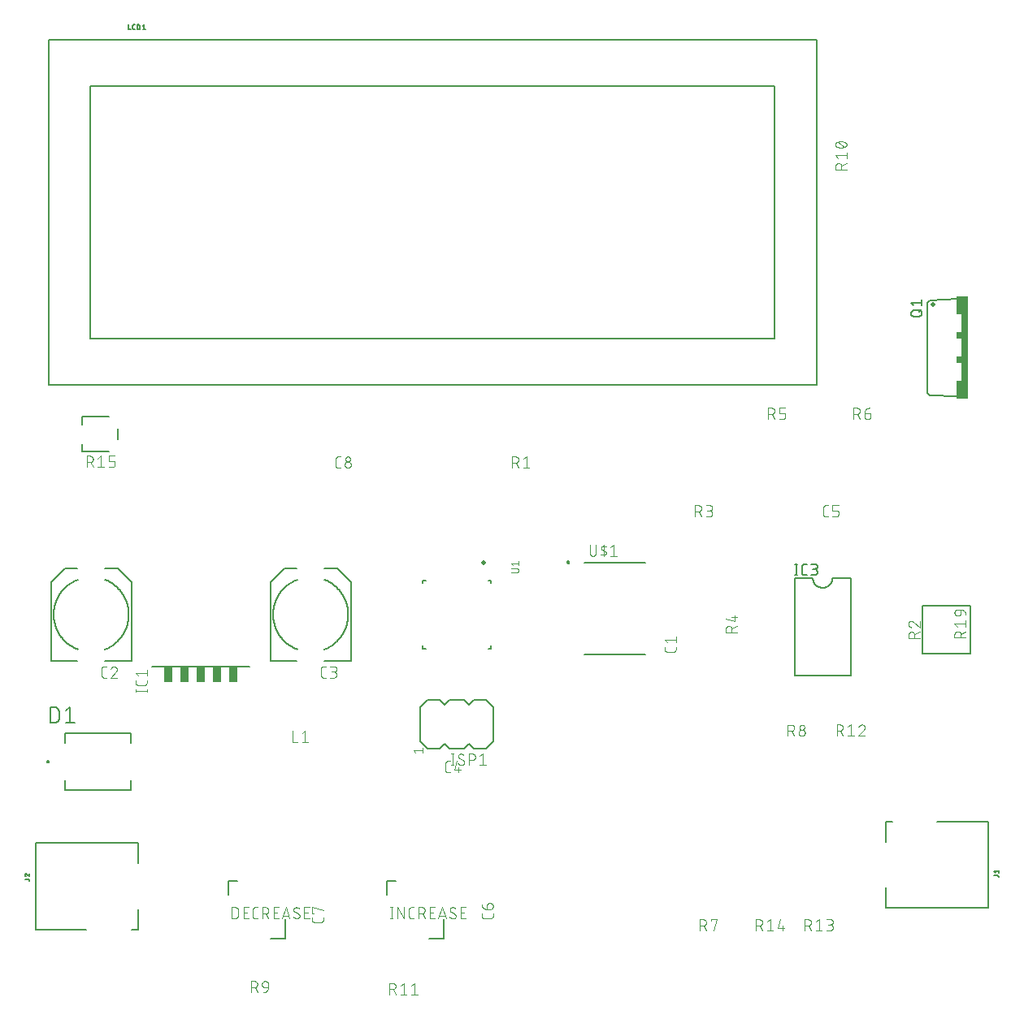
<source format=gto>
G04 EAGLE Gerber RS-274X export*
G75*
%MOMM*%
%FSLAX34Y34*%
%LPD*%
%INSilkscreen Top*%
%IPPOS*%
%AMOC8*
5,1,8,0,0,1.08239X$1,22.5*%
G01*
%ADD10C,0.101600*%
%ADD11C,0.203200*%
%ADD12C,0.127000*%
%ADD13C,0.200000*%
%ADD14C,0.152400*%
%ADD15R,0.965200X1.676400*%
%ADD16C,0.076200*%
%ADD17C,0.508000*%
%ADD18R,0.762000X10.668000*%
%ADD19R,0.508000X1.905000*%
%ADD20R,0.508000X0.762000*%


D10*
X659892Y360001D02*
X659892Y357404D01*
X659890Y357305D01*
X659884Y357205D01*
X659875Y357106D01*
X659862Y357008D01*
X659845Y356910D01*
X659824Y356812D01*
X659799Y356716D01*
X659771Y356621D01*
X659739Y356527D01*
X659704Y356434D01*
X659665Y356342D01*
X659622Y356252D01*
X659577Y356164D01*
X659527Y356077D01*
X659475Y355993D01*
X659419Y355910D01*
X659361Y355830D01*
X659299Y355752D01*
X659234Y355677D01*
X659166Y355604D01*
X659096Y355534D01*
X659023Y355466D01*
X658948Y355401D01*
X658870Y355339D01*
X658790Y355281D01*
X658707Y355225D01*
X658623Y355173D01*
X658536Y355123D01*
X658448Y355078D01*
X658358Y355035D01*
X658266Y354996D01*
X658173Y354961D01*
X658079Y354929D01*
X657984Y354901D01*
X657888Y354876D01*
X657790Y354855D01*
X657692Y354838D01*
X657594Y354825D01*
X657495Y354816D01*
X657395Y354810D01*
X657296Y354808D01*
X650804Y354808D01*
X650705Y354810D01*
X650605Y354816D01*
X650506Y354825D01*
X650408Y354838D01*
X650310Y354856D01*
X650212Y354876D01*
X650116Y354901D01*
X650020Y354929D01*
X649926Y354961D01*
X649833Y354996D01*
X649742Y355035D01*
X649652Y355078D01*
X649563Y355123D01*
X649477Y355173D01*
X649392Y355225D01*
X649310Y355281D01*
X649230Y355340D01*
X649152Y355401D01*
X649076Y355466D01*
X649003Y355534D01*
X648933Y355604D01*
X648865Y355677D01*
X648800Y355753D01*
X648739Y355831D01*
X648680Y355911D01*
X648624Y355993D01*
X648572Y356078D01*
X648523Y356164D01*
X648477Y356253D01*
X648434Y356343D01*
X648395Y356434D01*
X648360Y356527D01*
X648328Y356621D01*
X648300Y356717D01*
X648275Y356813D01*
X648255Y356911D01*
X648237Y357009D01*
X648224Y357107D01*
X648215Y357206D01*
X648209Y357305D01*
X648207Y357405D01*
X648208Y357404D02*
X648208Y360001D01*
X650804Y364366D02*
X648208Y367612D01*
X659892Y367612D01*
X659892Y370857D02*
X659892Y364366D01*
D11*
X8800Y345200D02*
X8800Y427700D01*
X23300Y442200D02*
X36300Y442200D01*
X65300Y442200D02*
X78300Y442200D01*
X92800Y427700D02*
X92800Y345200D01*
X65300Y345200D01*
X36300Y345200D02*
X8800Y345200D01*
X8800Y427700D02*
X23300Y442200D01*
X78300Y442200D02*
X92800Y427700D01*
X36800Y430200D02*
X35916Y429849D01*
X35041Y429476D01*
X34175Y429082D01*
X33319Y428667D01*
X32473Y428231D01*
X31639Y427775D01*
X30815Y427299D01*
X30004Y426802D01*
X29204Y426287D01*
X28418Y425752D01*
X27645Y425197D01*
X26885Y424625D01*
X26140Y424034D01*
X25409Y423425D01*
X24693Y422798D01*
X23993Y422154D01*
X23308Y421493D01*
X22640Y420816D01*
X21989Y420123D01*
X21355Y419414D01*
X20738Y418690D01*
X20138Y417951D01*
X19557Y417198D01*
X18995Y416431D01*
X18451Y415650D01*
X17927Y414857D01*
X17422Y414051D01*
X16936Y413232D01*
X16471Y412403D01*
X16026Y411562D01*
X15602Y410711D01*
X15198Y409849D01*
X14816Y408978D01*
X14455Y408098D01*
X14115Y407209D01*
X13798Y406313D01*
X13502Y405409D01*
X13228Y404498D01*
X12976Y403580D01*
X12747Y402657D01*
X12540Y401728D01*
X12356Y400795D01*
X12195Y399858D01*
X12057Y398917D01*
X11941Y397972D01*
X11849Y397026D01*
X11779Y396077D01*
X11733Y395127D01*
X11710Y394176D01*
X11710Y393224D01*
X11733Y392273D01*
X11779Y391323D01*
X11849Y390374D01*
X11941Y389428D01*
X12057Y388483D01*
X12195Y387542D01*
X12356Y386605D01*
X12540Y385672D01*
X12747Y384743D01*
X12976Y383820D01*
X13228Y382902D01*
X13502Y381991D01*
X13798Y381087D01*
X14115Y380191D01*
X14455Y379302D01*
X14816Y378422D01*
X15198Y377551D01*
X15602Y376689D01*
X16026Y375838D01*
X16471Y374997D01*
X16936Y374168D01*
X17422Y373349D01*
X17927Y372543D01*
X18451Y371750D01*
X18995Y370969D01*
X19557Y370202D01*
X20138Y369449D01*
X20738Y368710D01*
X21355Y367986D01*
X21989Y367277D01*
X22640Y366584D01*
X23308Y365907D01*
X23993Y365246D01*
X24693Y364602D01*
X25409Y363975D01*
X26140Y363366D01*
X26885Y362775D01*
X27645Y362203D01*
X28418Y361648D01*
X29204Y361113D01*
X30004Y360598D01*
X30815Y360101D01*
X31639Y359625D01*
X32473Y359169D01*
X33319Y358733D01*
X34175Y358318D01*
X35041Y357924D01*
X35916Y357551D01*
X36800Y357200D01*
X64800Y357200D02*
X65684Y357551D01*
X66559Y357924D01*
X67425Y358318D01*
X68281Y358733D01*
X69127Y359169D01*
X69961Y359625D01*
X70785Y360101D01*
X71596Y360598D01*
X72396Y361113D01*
X73182Y361648D01*
X73955Y362203D01*
X74715Y362775D01*
X75460Y363366D01*
X76191Y363975D01*
X76907Y364602D01*
X77607Y365246D01*
X78292Y365907D01*
X78960Y366584D01*
X79611Y367277D01*
X80245Y367986D01*
X80862Y368710D01*
X81462Y369449D01*
X82043Y370202D01*
X82605Y370969D01*
X83149Y371750D01*
X83673Y372543D01*
X84178Y373349D01*
X84664Y374168D01*
X85129Y374997D01*
X85574Y375838D01*
X85998Y376689D01*
X86402Y377551D01*
X86784Y378422D01*
X87145Y379302D01*
X87485Y380191D01*
X87802Y381087D01*
X88098Y381991D01*
X88372Y382902D01*
X88624Y383820D01*
X88853Y384743D01*
X89060Y385672D01*
X89244Y386605D01*
X89405Y387542D01*
X89543Y388483D01*
X89659Y389428D01*
X89751Y390374D01*
X89821Y391323D01*
X89867Y392273D01*
X89890Y393224D01*
X89890Y394176D01*
X89867Y395127D01*
X89821Y396077D01*
X89751Y397026D01*
X89659Y397972D01*
X89543Y398917D01*
X89405Y399858D01*
X89244Y400795D01*
X89060Y401728D01*
X88853Y402657D01*
X88624Y403580D01*
X88372Y404498D01*
X88098Y405409D01*
X87802Y406313D01*
X87485Y407209D01*
X87145Y408098D01*
X86784Y408978D01*
X86402Y409849D01*
X85998Y410711D01*
X85574Y411562D01*
X85129Y412403D01*
X84664Y413232D01*
X84178Y414051D01*
X83673Y414857D01*
X83149Y415650D01*
X82605Y416431D01*
X82043Y417198D01*
X81462Y417951D01*
X80862Y418690D01*
X80245Y419414D01*
X79611Y420123D01*
X78960Y420816D01*
X78292Y421493D01*
X77607Y422154D01*
X76907Y422798D01*
X76191Y423425D01*
X75460Y424034D01*
X74715Y424625D01*
X73955Y425197D01*
X73182Y425752D01*
X72396Y426287D01*
X71596Y426802D01*
X70785Y427299D01*
X69961Y427775D01*
X69127Y428231D01*
X68281Y428667D01*
X67425Y429082D01*
X66559Y429476D01*
X65684Y429849D01*
X64800Y430200D01*
D10*
X64239Y327708D02*
X66836Y327708D01*
X64239Y327708D02*
X64140Y327710D01*
X64040Y327716D01*
X63941Y327725D01*
X63843Y327738D01*
X63745Y327755D01*
X63647Y327776D01*
X63551Y327801D01*
X63456Y327829D01*
X63362Y327861D01*
X63269Y327896D01*
X63177Y327935D01*
X63087Y327978D01*
X62999Y328023D01*
X62912Y328073D01*
X62828Y328125D01*
X62745Y328181D01*
X62665Y328239D01*
X62587Y328301D01*
X62512Y328366D01*
X62439Y328434D01*
X62369Y328504D01*
X62301Y328577D01*
X62236Y328652D01*
X62174Y328730D01*
X62116Y328810D01*
X62060Y328893D01*
X62008Y328977D01*
X61958Y329064D01*
X61913Y329152D01*
X61870Y329242D01*
X61831Y329334D01*
X61796Y329427D01*
X61764Y329521D01*
X61736Y329616D01*
X61711Y329712D01*
X61690Y329810D01*
X61673Y329908D01*
X61660Y330006D01*
X61651Y330105D01*
X61645Y330205D01*
X61643Y330304D01*
X61643Y336796D01*
X61645Y336895D01*
X61651Y336995D01*
X61660Y337094D01*
X61673Y337192D01*
X61690Y337290D01*
X61711Y337388D01*
X61736Y337484D01*
X61764Y337579D01*
X61796Y337673D01*
X61831Y337766D01*
X61870Y337858D01*
X61913Y337948D01*
X61958Y338036D01*
X62008Y338123D01*
X62060Y338207D01*
X62116Y338290D01*
X62174Y338370D01*
X62236Y338448D01*
X62301Y338523D01*
X62369Y338596D01*
X62439Y338666D01*
X62512Y338734D01*
X62587Y338799D01*
X62665Y338861D01*
X62745Y338919D01*
X62828Y338975D01*
X62912Y339027D01*
X62999Y339077D01*
X63087Y339122D01*
X63177Y339165D01*
X63269Y339204D01*
X63361Y339239D01*
X63456Y339271D01*
X63551Y339299D01*
X63647Y339324D01*
X63745Y339345D01*
X63843Y339362D01*
X63941Y339375D01*
X64040Y339384D01*
X64140Y339390D01*
X64239Y339392D01*
X66836Y339392D01*
X74771Y339392D02*
X74878Y339390D01*
X74984Y339384D01*
X75090Y339374D01*
X75196Y339361D01*
X75302Y339343D01*
X75406Y339322D01*
X75510Y339297D01*
X75613Y339268D01*
X75714Y339236D01*
X75814Y339199D01*
X75913Y339159D01*
X76011Y339116D01*
X76107Y339069D01*
X76201Y339018D01*
X76293Y338964D01*
X76383Y338907D01*
X76471Y338847D01*
X76556Y338783D01*
X76639Y338716D01*
X76720Y338646D01*
X76798Y338574D01*
X76874Y338498D01*
X76946Y338420D01*
X77016Y338339D01*
X77083Y338256D01*
X77147Y338171D01*
X77207Y338083D01*
X77264Y337993D01*
X77318Y337901D01*
X77369Y337807D01*
X77416Y337711D01*
X77459Y337613D01*
X77499Y337514D01*
X77536Y337414D01*
X77568Y337313D01*
X77597Y337210D01*
X77622Y337106D01*
X77643Y337002D01*
X77661Y336896D01*
X77674Y336790D01*
X77684Y336684D01*
X77690Y336578D01*
X77692Y336471D01*
X74771Y339392D02*
X74650Y339390D01*
X74529Y339384D01*
X74409Y339374D01*
X74288Y339361D01*
X74169Y339343D01*
X74049Y339322D01*
X73931Y339297D01*
X73814Y339268D01*
X73697Y339235D01*
X73582Y339199D01*
X73468Y339158D01*
X73355Y339115D01*
X73243Y339067D01*
X73134Y339016D01*
X73026Y338961D01*
X72919Y338903D01*
X72815Y338842D01*
X72713Y338777D01*
X72613Y338709D01*
X72515Y338638D01*
X72419Y338564D01*
X72326Y338487D01*
X72236Y338406D01*
X72148Y338323D01*
X72063Y338237D01*
X71980Y338148D01*
X71901Y338057D01*
X71824Y337963D01*
X71751Y337867D01*
X71681Y337769D01*
X71614Y337668D01*
X71550Y337565D01*
X71490Y337460D01*
X71433Y337353D01*
X71379Y337245D01*
X71329Y337135D01*
X71283Y337023D01*
X71240Y336910D01*
X71201Y336795D01*
X76719Y334199D02*
X76798Y334276D01*
X76874Y334357D01*
X76947Y334440D01*
X77017Y334525D01*
X77084Y334613D01*
X77148Y334703D01*
X77208Y334795D01*
X77265Y334890D01*
X77319Y334986D01*
X77370Y335084D01*
X77417Y335184D01*
X77461Y335286D01*
X77501Y335389D01*
X77537Y335493D01*
X77569Y335599D01*
X77598Y335705D01*
X77623Y335813D01*
X77645Y335921D01*
X77662Y336031D01*
X77676Y336140D01*
X77685Y336250D01*
X77691Y336361D01*
X77693Y336471D01*
X76718Y334199D02*
X71201Y327708D01*
X77692Y327708D01*
D11*
X237400Y345200D02*
X237400Y427700D01*
X251900Y442200D02*
X264900Y442200D01*
X293900Y442200D02*
X306900Y442200D01*
X321400Y427700D02*
X321400Y345200D01*
X293900Y345200D01*
X264900Y345200D02*
X237400Y345200D01*
X237400Y427700D02*
X251900Y442200D01*
X306900Y442200D02*
X321400Y427700D01*
X265400Y430200D02*
X264516Y429849D01*
X263641Y429476D01*
X262775Y429082D01*
X261919Y428667D01*
X261073Y428231D01*
X260239Y427775D01*
X259415Y427299D01*
X258604Y426802D01*
X257804Y426287D01*
X257018Y425752D01*
X256245Y425197D01*
X255485Y424625D01*
X254740Y424034D01*
X254009Y423425D01*
X253293Y422798D01*
X252593Y422154D01*
X251908Y421493D01*
X251240Y420816D01*
X250589Y420123D01*
X249955Y419414D01*
X249338Y418690D01*
X248738Y417951D01*
X248157Y417198D01*
X247595Y416431D01*
X247051Y415650D01*
X246527Y414857D01*
X246022Y414051D01*
X245536Y413232D01*
X245071Y412403D01*
X244626Y411562D01*
X244202Y410711D01*
X243798Y409849D01*
X243416Y408978D01*
X243055Y408098D01*
X242715Y407209D01*
X242398Y406313D01*
X242102Y405409D01*
X241828Y404498D01*
X241576Y403580D01*
X241347Y402657D01*
X241140Y401728D01*
X240956Y400795D01*
X240795Y399858D01*
X240657Y398917D01*
X240541Y397972D01*
X240449Y397026D01*
X240379Y396077D01*
X240333Y395127D01*
X240310Y394176D01*
X240310Y393224D01*
X240333Y392273D01*
X240379Y391323D01*
X240449Y390374D01*
X240541Y389428D01*
X240657Y388483D01*
X240795Y387542D01*
X240956Y386605D01*
X241140Y385672D01*
X241347Y384743D01*
X241576Y383820D01*
X241828Y382902D01*
X242102Y381991D01*
X242398Y381087D01*
X242715Y380191D01*
X243055Y379302D01*
X243416Y378422D01*
X243798Y377551D01*
X244202Y376689D01*
X244626Y375838D01*
X245071Y374997D01*
X245536Y374168D01*
X246022Y373349D01*
X246527Y372543D01*
X247051Y371750D01*
X247595Y370969D01*
X248157Y370202D01*
X248738Y369449D01*
X249338Y368710D01*
X249955Y367986D01*
X250589Y367277D01*
X251240Y366584D01*
X251908Y365907D01*
X252593Y365246D01*
X253293Y364602D01*
X254009Y363975D01*
X254740Y363366D01*
X255485Y362775D01*
X256245Y362203D01*
X257018Y361648D01*
X257804Y361113D01*
X258604Y360598D01*
X259415Y360101D01*
X260239Y359625D01*
X261073Y359169D01*
X261919Y358733D01*
X262775Y358318D01*
X263641Y357924D01*
X264516Y357551D01*
X265400Y357200D01*
X293400Y357200D02*
X294284Y357551D01*
X295159Y357924D01*
X296025Y358318D01*
X296881Y358733D01*
X297727Y359169D01*
X298561Y359625D01*
X299385Y360101D01*
X300196Y360598D01*
X300996Y361113D01*
X301782Y361648D01*
X302555Y362203D01*
X303315Y362775D01*
X304060Y363366D01*
X304791Y363975D01*
X305507Y364602D01*
X306207Y365246D01*
X306892Y365907D01*
X307560Y366584D01*
X308211Y367277D01*
X308845Y367986D01*
X309462Y368710D01*
X310062Y369449D01*
X310643Y370202D01*
X311205Y370969D01*
X311749Y371750D01*
X312273Y372543D01*
X312778Y373349D01*
X313264Y374168D01*
X313729Y374997D01*
X314174Y375838D01*
X314598Y376689D01*
X315002Y377551D01*
X315384Y378422D01*
X315745Y379302D01*
X316085Y380191D01*
X316402Y381087D01*
X316698Y381991D01*
X316972Y382902D01*
X317224Y383820D01*
X317453Y384743D01*
X317660Y385672D01*
X317844Y386605D01*
X318005Y387542D01*
X318143Y388483D01*
X318259Y389428D01*
X318351Y390374D01*
X318421Y391323D01*
X318467Y392273D01*
X318490Y393224D01*
X318490Y394176D01*
X318467Y395127D01*
X318421Y396077D01*
X318351Y397026D01*
X318259Y397972D01*
X318143Y398917D01*
X318005Y399858D01*
X317844Y400795D01*
X317660Y401728D01*
X317453Y402657D01*
X317224Y403580D01*
X316972Y404498D01*
X316698Y405409D01*
X316402Y406313D01*
X316085Y407209D01*
X315745Y408098D01*
X315384Y408978D01*
X315002Y409849D01*
X314598Y410711D01*
X314174Y411562D01*
X313729Y412403D01*
X313264Y413232D01*
X312778Y414051D01*
X312273Y414857D01*
X311749Y415650D01*
X311205Y416431D01*
X310643Y417198D01*
X310062Y417951D01*
X309462Y418690D01*
X308845Y419414D01*
X308211Y420123D01*
X307560Y420816D01*
X306892Y421493D01*
X306207Y422154D01*
X305507Y422798D01*
X304791Y423425D01*
X304060Y424034D01*
X303315Y424625D01*
X302555Y425197D01*
X301782Y425752D01*
X300996Y426287D01*
X300196Y426802D01*
X299385Y427299D01*
X298561Y427775D01*
X297727Y428231D01*
X296881Y428667D01*
X296025Y429082D01*
X295159Y429476D01*
X294284Y429849D01*
X293400Y430200D01*
D10*
X292839Y327708D02*
X295436Y327708D01*
X292839Y327708D02*
X292740Y327710D01*
X292640Y327716D01*
X292541Y327725D01*
X292443Y327738D01*
X292345Y327755D01*
X292247Y327776D01*
X292151Y327801D01*
X292056Y327829D01*
X291962Y327861D01*
X291869Y327896D01*
X291777Y327935D01*
X291687Y327978D01*
X291599Y328023D01*
X291512Y328073D01*
X291428Y328125D01*
X291345Y328181D01*
X291265Y328239D01*
X291187Y328301D01*
X291112Y328366D01*
X291039Y328434D01*
X290969Y328504D01*
X290901Y328577D01*
X290836Y328652D01*
X290774Y328730D01*
X290716Y328810D01*
X290660Y328893D01*
X290608Y328977D01*
X290558Y329064D01*
X290513Y329152D01*
X290470Y329242D01*
X290431Y329334D01*
X290396Y329427D01*
X290364Y329521D01*
X290336Y329616D01*
X290311Y329712D01*
X290290Y329810D01*
X290273Y329908D01*
X290260Y330006D01*
X290251Y330105D01*
X290245Y330205D01*
X290243Y330304D01*
X290243Y336796D01*
X290245Y336895D01*
X290251Y336995D01*
X290260Y337094D01*
X290273Y337192D01*
X290290Y337290D01*
X290311Y337388D01*
X290336Y337484D01*
X290364Y337579D01*
X290396Y337673D01*
X290431Y337766D01*
X290470Y337858D01*
X290513Y337948D01*
X290558Y338036D01*
X290608Y338123D01*
X290660Y338207D01*
X290716Y338290D01*
X290774Y338370D01*
X290836Y338448D01*
X290901Y338523D01*
X290969Y338596D01*
X291039Y338666D01*
X291112Y338734D01*
X291187Y338799D01*
X291265Y338861D01*
X291345Y338919D01*
X291428Y338975D01*
X291512Y339027D01*
X291599Y339077D01*
X291687Y339122D01*
X291777Y339165D01*
X291869Y339204D01*
X291961Y339239D01*
X292056Y339271D01*
X292151Y339299D01*
X292247Y339324D01*
X292345Y339345D01*
X292443Y339362D01*
X292541Y339375D01*
X292640Y339384D01*
X292740Y339390D01*
X292839Y339392D01*
X295436Y339392D01*
X299801Y327708D02*
X303046Y327708D01*
X303159Y327710D01*
X303272Y327716D01*
X303385Y327726D01*
X303498Y327740D01*
X303610Y327757D01*
X303721Y327779D01*
X303831Y327804D01*
X303941Y327834D01*
X304049Y327867D01*
X304156Y327904D01*
X304262Y327944D01*
X304366Y327989D01*
X304469Y328037D01*
X304570Y328088D01*
X304669Y328143D01*
X304766Y328201D01*
X304861Y328263D01*
X304954Y328328D01*
X305044Y328396D01*
X305132Y328467D01*
X305218Y328542D01*
X305301Y328619D01*
X305381Y328699D01*
X305458Y328782D01*
X305533Y328868D01*
X305604Y328956D01*
X305672Y329046D01*
X305737Y329139D01*
X305799Y329234D01*
X305857Y329331D01*
X305912Y329430D01*
X305963Y329531D01*
X306011Y329634D01*
X306056Y329738D01*
X306096Y329844D01*
X306133Y329951D01*
X306166Y330059D01*
X306196Y330169D01*
X306221Y330279D01*
X306243Y330390D01*
X306260Y330502D01*
X306274Y330615D01*
X306284Y330728D01*
X306290Y330841D01*
X306292Y330954D01*
X306290Y331067D01*
X306284Y331180D01*
X306274Y331293D01*
X306260Y331406D01*
X306243Y331518D01*
X306221Y331629D01*
X306196Y331739D01*
X306166Y331849D01*
X306133Y331957D01*
X306096Y332064D01*
X306056Y332170D01*
X306011Y332274D01*
X305963Y332377D01*
X305912Y332478D01*
X305857Y332577D01*
X305799Y332674D01*
X305737Y332769D01*
X305672Y332862D01*
X305604Y332952D01*
X305533Y333040D01*
X305458Y333126D01*
X305381Y333209D01*
X305301Y333289D01*
X305218Y333366D01*
X305132Y333441D01*
X305044Y333512D01*
X304954Y333580D01*
X304861Y333645D01*
X304766Y333707D01*
X304669Y333765D01*
X304570Y333820D01*
X304469Y333871D01*
X304366Y333919D01*
X304262Y333964D01*
X304156Y334004D01*
X304049Y334041D01*
X303941Y334074D01*
X303831Y334104D01*
X303721Y334129D01*
X303610Y334151D01*
X303498Y334168D01*
X303385Y334182D01*
X303272Y334192D01*
X303159Y334198D01*
X303046Y334200D01*
X303696Y339392D02*
X299801Y339392D01*
X303696Y339392D02*
X303797Y339390D01*
X303897Y339384D01*
X303997Y339374D01*
X304097Y339361D01*
X304196Y339343D01*
X304295Y339322D01*
X304392Y339297D01*
X304489Y339268D01*
X304584Y339235D01*
X304678Y339199D01*
X304770Y339159D01*
X304861Y339116D01*
X304950Y339069D01*
X305037Y339019D01*
X305123Y338965D01*
X305206Y338908D01*
X305286Y338848D01*
X305365Y338785D01*
X305441Y338718D01*
X305514Y338649D01*
X305584Y338577D01*
X305652Y338503D01*
X305717Y338426D01*
X305778Y338346D01*
X305837Y338264D01*
X305892Y338180D01*
X305944Y338094D01*
X305993Y338006D01*
X306038Y337916D01*
X306080Y337824D01*
X306118Y337731D01*
X306152Y337636D01*
X306183Y337541D01*
X306210Y337444D01*
X306233Y337346D01*
X306253Y337247D01*
X306268Y337147D01*
X306280Y337047D01*
X306288Y336947D01*
X306292Y336846D01*
X306292Y336746D01*
X306288Y336645D01*
X306280Y336545D01*
X306268Y336445D01*
X306253Y336345D01*
X306233Y336246D01*
X306210Y336148D01*
X306183Y336051D01*
X306152Y335956D01*
X306118Y335861D01*
X306080Y335768D01*
X306038Y335676D01*
X305993Y335586D01*
X305944Y335498D01*
X305892Y335412D01*
X305837Y335328D01*
X305778Y335246D01*
X305717Y335166D01*
X305652Y335089D01*
X305584Y335015D01*
X305514Y334943D01*
X305441Y334874D01*
X305365Y334807D01*
X305286Y334744D01*
X305206Y334684D01*
X305123Y334627D01*
X305037Y334573D01*
X304950Y334523D01*
X304861Y334476D01*
X304770Y334433D01*
X304678Y334393D01*
X304584Y334357D01*
X304489Y334324D01*
X304392Y334295D01*
X304295Y334270D01*
X304196Y334249D01*
X304097Y334231D01*
X303997Y334218D01*
X303897Y334208D01*
X303797Y334202D01*
X303696Y334200D01*
X303696Y334199D02*
X301099Y334199D01*
X422204Y229108D02*
X424801Y229108D01*
X422204Y229108D02*
X422105Y229110D01*
X422005Y229116D01*
X421906Y229125D01*
X421808Y229138D01*
X421710Y229155D01*
X421612Y229176D01*
X421516Y229201D01*
X421421Y229229D01*
X421327Y229261D01*
X421234Y229296D01*
X421142Y229335D01*
X421052Y229378D01*
X420964Y229423D01*
X420877Y229473D01*
X420793Y229525D01*
X420710Y229581D01*
X420630Y229639D01*
X420552Y229701D01*
X420477Y229766D01*
X420404Y229834D01*
X420334Y229904D01*
X420266Y229977D01*
X420201Y230052D01*
X420139Y230130D01*
X420081Y230210D01*
X420025Y230293D01*
X419973Y230377D01*
X419923Y230464D01*
X419878Y230552D01*
X419835Y230642D01*
X419796Y230734D01*
X419761Y230827D01*
X419729Y230921D01*
X419701Y231016D01*
X419676Y231112D01*
X419655Y231210D01*
X419638Y231308D01*
X419625Y231406D01*
X419616Y231505D01*
X419610Y231605D01*
X419608Y231704D01*
X419608Y238196D01*
X419610Y238295D01*
X419616Y238395D01*
X419625Y238494D01*
X419638Y238592D01*
X419655Y238690D01*
X419676Y238788D01*
X419701Y238884D01*
X419729Y238979D01*
X419761Y239073D01*
X419796Y239166D01*
X419835Y239258D01*
X419878Y239348D01*
X419923Y239436D01*
X419973Y239523D01*
X420025Y239607D01*
X420081Y239690D01*
X420139Y239770D01*
X420201Y239848D01*
X420266Y239923D01*
X420334Y239996D01*
X420404Y240066D01*
X420477Y240134D01*
X420552Y240199D01*
X420630Y240261D01*
X420710Y240319D01*
X420793Y240375D01*
X420877Y240427D01*
X420964Y240477D01*
X421052Y240522D01*
X421142Y240565D01*
X421234Y240604D01*
X421326Y240639D01*
X421421Y240671D01*
X421516Y240699D01*
X421612Y240724D01*
X421710Y240745D01*
X421808Y240762D01*
X421906Y240775D01*
X422005Y240784D01*
X422105Y240790D01*
X422204Y240792D01*
X424801Y240792D01*
X431763Y240792D02*
X429166Y231704D01*
X435657Y231704D01*
X433710Y234301D02*
X433710Y229108D01*
X815904Y495808D02*
X818501Y495808D01*
X815904Y495808D02*
X815805Y495810D01*
X815705Y495816D01*
X815606Y495825D01*
X815508Y495838D01*
X815410Y495855D01*
X815312Y495876D01*
X815216Y495901D01*
X815121Y495929D01*
X815027Y495961D01*
X814934Y495996D01*
X814842Y496035D01*
X814752Y496078D01*
X814664Y496123D01*
X814577Y496173D01*
X814493Y496225D01*
X814410Y496281D01*
X814330Y496339D01*
X814252Y496401D01*
X814177Y496466D01*
X814104Y496534D01*
X814034Y496604D01*
X813966Y496677D01*
X813901Y496752D01*
X813839Y496830D01*
X813781Y496910D01*
X813725Y496993D01*
X813673Y497077D01*
X813623Y497164D01*
X813578Y497252D01*
X813535Y497342D01*
X813496Y497434D01*
X813461Y497527D01*
X813429Y497621D01*
X813401Y497716D01*
X813376Y497812D01*
X813355Y497910D01*
X813338Y498008D01*
X813325Y498106D01*
X813316Y498205D01*
X813310Y498305D01*
X813308Y498404D01*
X813308Y504896D01*
X813310Y504995D01*
X813316Y505095D01*
X813325Y505194D01*
X813338Y505292D01*
X813355Y505390D01*
X813376Y505488D01*
X813401Y505584D01*
X813429Y505679D01*
X813461Y505773D01*
X813496Y505866D01*
X813535Y505958D01*
X813578Y506048D01*
X813623Y506136D01*
X813673Y506223D01*
X813725Y506307D01*
X813781Y506390D01*
X813839Y506470D01*
X813901Y506548D01*
X813966Y506623D01*
X814034Y506696D01*
X814104Y506766D01*
X814177Y506834D01*
X814252Y506899D01*
X814330Y506961D01*
X814410Y507019D01*
X814493Y507075D01*
X814577Y507127D01*
X814664Y507177D01*
X814752Y507222D01*
X814842Y507265D01*
X814934Y507304D01*
X815026Y507339D01*
X815121Y507371D01*
X815216Y507399D01*
X815312Y507424D01*
X815410Y507445D01*
X815508Y507462D01*
X815606Y507475D01*
X815705Y507484D01*
X815805Y507490D01*
X815904Y507492D01*
X818501Y507492D01*
X822866Y495808D02*
X826761Y495808D01*
X826860Y495810D01*
X826960Y495816D01*
X827059Y495825D01*
X827157Y495838D01*
X827255Y495855D01*
X827353Y495876D01*
X827449Y495901D01*
X827544Y495929D01*
X827638Y495961D01*
X827731Y495996D01*
X827823Y496035D01*
X827913Y496078D01*
X828001Y496123D01*
X828088Y496173D01*
X828172Y496225D01*
X828255Y496281D01*
X828335Y496339D01*
X828413Y496401D01*
X828488Y496466D01*
X828561Y496534D01*
X828631Y496604D01*
X828699Y496677D01*
X828764Y496752D01*
X828826Y496830D01*
X828884Y496910D01*
X828940Y496993D01*
X828992Y497077D01*
X829042Y497164D01*
X829087Y497252D01*
X829130Y497342D01*
X829169Y497434D01*
X829204Y497527D01*
X829236Y497621D01*
X829264Y497716D01*
X829289Y497812D01*
X829310Y497910D01*
X829327Y498008D01*
X829340Y498106D01*
X829349Y498205D01*
X829355Y498305D01*
X829357Y498404D01*
X829357Y499703D01*
X829355Y499802D01*
X829349Y499902D01*
X829340Y500001D01*
X829327Y500099D01*
X829310Y500197D01*
X829289Y500295D01*
X829264Y500391D01*
X829236Y500486D01*
X829204Y500580D01*
X829169Y500673D01*
X829130Y500765D01*
X829087Y500855D01*
X829042Y500943D01*
X828992Y501030D01*
X828940Y501114D01*
X828884Y501197D01*
X828826Y501277D01*
X828764Y501355D01*
X828699Y501430D01*
X828631Y501503D01*
X828561Y501573D01*
X828488Y501641D01*
X828413Y501706D01*
X828335Y501768D01*
X828255Y501826D01*
X828172Y501882D01*
X828088Y501934D01*
X828001Y501984D01*
X827913Y502029D01*
X827823Y502072D01*
X827731Y502111D01*
X827638Y502146D01*
X827544Y502178D01*
X827449Y502206D01*
X827353Y502231D01*
X827255Y502252D01*
X827157Y502269D01*
X827059Y502282D01*
X826960Y502291D01*
X826860Y502297D01*
X826761Y502299D01*
X822866Y502299D01*
X822866Y507492D01*
X829357Y507492D01*
X469392Y81901D02*
X469392Y79304D01*
X469390Y79205D01*
X469384Y79105D01*
X469375Y79006D01*
X469362Y78908D01*
X469345Y78810D01*
X469324Y78712D01*
X469299Y78616D01*
X469271Y78521D01*
X469239Y78427D01*
X469204Y78334D01*
X469165Y78242D01*
X469122Y78152D01*
X469077Y78064D01*
X469027Y77977D01*
X468975Y77893D01*
X468919Y77810D01*
X468861Y77730D01*
X468799Y77652D01*
X468734Y77577D01*
X468666Y77504D01*
X468596Y77434D01*
X468523Y77366D01*
X468448Y77301D01*
X468370Y77239D01*
X468290Y77181D01*
X468207Y77125D01*
X468123Y77073D01*
X468036Y77023D01*
X467948Y76978D01*
X467858Y76935D01*
X467766Y76896D01*
X467673Y76861D01*
X467579Y76829D01*
X467484Y76801D01*
X467388Y76776D01*
X467290Y76755D01*
X467192Y76738D01*
X467094Y76725D01*
X466995Y76716D01*
X466895Y76710D01*
X466796Y76708D01*
X460304Y76708D01*
X460205Y76710D01*
X460105Y76716D01*
X460006Y76725D01*
X459908Y76738D01*
X459810Y76756D01*
X459712Y76776D01*
X459616Y76801D01*
X459520Y76829D01*
X459426Y76861D01*
X459333Y76896D01*
X459242Y76935D01*
X459152Y76978D01*
X459063Y77023D01*
X458977Y77073D01*
X458892Y77125D01*
X458810Y77181D01*
X458730Y77240D01*
X458652Y77301D01*
X458576Y77366D01*
X458503Y77434D01*
X458433Y77504D01*
X458365Y77577D01*
X458300Y77653D01*
X458239Y77731D01*
X458180Y77811D01*
X458124Y77893D01*
X458072Y77978D01*
X458023Y78064D01*
X457977Y78153D01*
X457934Y78243D01*
X457895Y78334D01*
X457860Y78427D01*
X457828Y78521D01*
X457800Y78617D01*
X457775Y78713D01*
X457755Y78811D01*
X457737Y78909D01*
X457724Y79007D01*
X457715Y79106D01*
X457709Y79205D01*
X457707Y79305D01*
X457708Y79304D02*
X457708Y81901D01*
X462901Y86266D02*
X462901Y90161D01*
X462903Y90260D01*
X462909Y90360D01*
X462918Y90459D01*
X462931Y90557D01*
X462948Y90655D01*
X462969Y90753D01*
X462994Y90849D01*
X463022Y90944D01*
X463054Y91038D01*
X463089Y91131D01*
X463128Y91223D01*
X463171Y91313D01*
X463216Y91401D01*
X463266Y91488D01*
X463318Y91572D01*
X463374Y91655D01*
X463432Y91735D01*
X463494Y91813D01*
X463559Y91888D01*
X463627Y91961D01*
X463697Y92031D01*
X463770Y92099D01*
X463845Y92164D01*
X463923Y92226D01*
X464003Y92284D01*
X464086Y92340D01*
X464170Y92392D01*
X464257Y92442D01*
X464345Y92487D01*
X464435Y92530D01*
X464527Y92569D01*
X464620Y92604D01*
X464714Y92636D01*
X464809Y92664D01*
X464905Y92689D01*
X465003Y92710D01*
X465101Y92727D01*
X465199Y92740D01*
X465298Y92749D01*
X465398Y92755D01*
X465497Y92757D01*
X466146Y92757D01*
X466146Y92758D02*
X466259Y92756D01*
X466372Y92750D01*
X466485Y92740D01*
X466598Y92726D01*
X466710Y92709D01*
X466821Y92687D01*
X466931Y92662D01*
X467041Y92632D01*
X467149Y92599D01*
X467256Y92562D01*
X467362Y92522D01*
X467466Y92477D01*
X467569Y92429D01*
X467670Y92378D01*
X467769Y92323D01*
X467866Y92265D01*
X467961Y92203D01*
X468054Y92138D01*
X468144Y92070D01*
X468232Y91999D01*
X468318Y91924D01*
X468401Y91847D01*
X468481Y91767D01*
X468558Y91684D01*
X468633Y91598D01*
X468704Y91510D01*
X468772Y91420D01*
X468837Y91327D01*
X468899Y91232D01*
X468957Y91135D01*
X469012Y91036D01*
X469063Y90935D01*
X469111Y90832D01*
X469156Y90728D01*
X469196Y90622D01*
X469233Y90515D01*
X469266Y90407D01*
X469296Y90297D01*
X469321Y90187D01*
X469343Y90076D01*
X469360Y89964D01*
X469374Y89851D01*
X469384Y89738D01*
X469390Y89625D01*
X469392Y89512D01*
X469390Y89399D01*
X469384Y89286D01*
X469374Y89173D01*
X469360Y89060D01*
X469343Y88948D01*
X469321Y88837D01*
X469296Y88727D01*
X469266Y88617D01*
X469233Y88509D01*
X469196Y88402D01*
X469156Y88296D01*
X469111Y88192D01*
X469063Y88089D01*
X469012Y87988D01*
X468957Y87889D01*
X468899Y87792D01*
X468837Y87697D01*
X468772Y87604D01*
X468704Y87514D01*
X468633Y87426D01*
X468558Y87340D01*
X468481Y87257D01*
X468401Y87177D01*
X468318Y87100D01*
X468232Y87025D01*
X468144Y86954D01*
X468054Y86886D01*
X467961Y86821D01*
X467866Y86759D01*
X467769Y86701D01*
X467670Y86646D01*
X467569Y86595D01*
X467466Y86547D01*
X467362Y86502D01*
X467256Y86462D01*
X467149Y86425D01*
X467041Y86392D01*
X466931Y86362D01*
X466821Y86337D01*
X466710Y86315D01*
X466598Y86298D01*
X466485Y86284D01*
X466372Y86274D01*
X466259Y86268D01*
X466146Y86266D01*
X462901Y86266D01*
X462758Y86268D01*
X462615Y86274D01*
X462472Y86284D01*
X462330Y86298D01*
X462188Y86315D01*
X462046Y86337D01*
X461905Y86362D01*
X461765Y86392D01*
X461626Y86425D01*
X461488Y86462D01*
X461351Y86503D01*
X461215Y86547D01*
X461080Y86596D01*
X460947Y86648D01*
X460815Y86703D01*
X460685Y86763D01*
X460556Y86826D01*
X460429Y86892D01*
X460305Y86962D01*
X460182Y87035D01*
X460061Y87112D01*
X459942Y87191D01*
X459826Y87275D01*
X459711Y87361D01*
X459600Y87450D01*
X459491Y87543D01*
X459384Y87638D01*
X459280Y87737D01*
X459179Y87838D01*
X459080Y87942D01*
X458985Y88048D01*
X458892Y88158D01*
X458803Y88269D01*
X458717Y88383D01*
X458634Y88500D01*
X458554Y88619D01*
X458477Y88740D01*
X458404Y88862D01*
X458334Y88987D01*
X458268Y89114D01*
X458205Y89243D01*
X458145Y89373D01*
X458090Y89505D01*
X458038Y89638D01*
X457989Y89773D01*
X457945Y89909D01*
X457904Y90046D01*
X457867Y90184D01*
X457834Y90323D01*
X457804Y90463D01*
X457779Y90604D01*
X457757Y90746D01*
X457740Y90888D01*
X457726Y91030D01*
X457716Y91173D01*
X457710Y91316D01*
X457708Y91459D01*
X292592Y77901D02*
X292592Y75304D01*
X292590Y75205D01*
X292584Y75105D01*
X292575Y75006D01*
X292562Y74908D01*
X292545Y74810D01*
X292524Y74712D01*
X292499Y74616D01*
X292471Y74521D01*
X292439Y74427D01*
X292404Y74334D01*
X292365Y74242D01*
X292322Y74152D01*
X292277Y74064D01*
X292227Y73977D01*
X292175Y73893D01*
X292119Y73810D01*
X292061Y73730D01*
X291999Y73652D01*
X291934Y73577D01*
X291866Y73504D01*
X291796Y73434D01*
X291723Y73366D01*
X291648Y73301D01*
X291570Y73239D01*
X291490Y73181D01*
X291407Y73125D01*
X291323Y73073D01*
X291236Y73023D01*
X291148Y72978D01*
X291058Y72935D01*
X290966Y72896D01*
X290873Y72861D01*
X290779Y72829D01*
X290684Y72801D01*
X290588Y72776D01*
X290490Y72755D01*
X290392Y72738D01*
X290294Y72725D01*
X290195Y72716D01*
X290095Y72710D01*
X289996Y72708D01*
X283504Y72708D01*
X283405Y72710D01*
X283305Y72716D01*
X283206Y72725D01*
X283108Y72738D01*
X283010Y72756D01*
X282912Y72776D01*
X282816Y72801D01*
X282720Y72829D01*
X282626Y72861D01*
X282533Y72896D01*
X282442Y72935D01*
X282352Y72978D01*
X282263Y73023D01*
X282177Y73073D01*
X282092Y73125D01*
X282010Y73181D01*
X281930Y73240D01*
X281852Y73301D01*
X281776Y73366D01*
X281703Y73434D01*
X281633Y73504D01*
X281565Y73577D01*
X281500Y73653D01*
X281439Y73731D01*
X281380Y73811D01*
X281324Y73893D01*
X281272Y73978D01*
X281223Y74064D01*
X281177Y74153D01*
X281134Y74243D01*
X281095Y74334D01*
X281060Y74427D01*
X281028Y74521D01*
X281000Y74617D01*
X280975Y74713D01*
X280955Y74811D01*
X280937Y74909D01*
X280924Y75007D01*
X280915Y75106D01*
X280909Y75205D01*
X280907Y75305D01*
X280908Y75304D02*
X280908Y77901D01*
X280908Y82266D02*
X282206Y82266D01*
X280908Y82266D02*
X280908Y88757D01*
X292592Y85512D01*
X307904Y546608D02*
X310501Y546608D01*
X307904Y546608D02*
X307805Y546610D01*
X307705Y546616D01*
X307606Y546625D01*
X307508Y546638D01*
X307410Y546655D01*
X307312Y546676D01*
X307216Y546701D01*
X307121Y546729D01*
X307027Y546761D01*
X306934Y546796D01*
X306842Y546835D01*
X306752Y546878D01*
X306664Y546923D01*
X306577Y546973D01*
X306493Y547025D01*
X306410Y547081D01*
X306330Y547139D01*
X306252Y547201D01*
X306177Y547266D01*
X306104Y547334D01*
X306034Y547404D01*
X305966Y547477D01*
X305901Y547552D01*
X305839Y547630D01*
X305781Y547710D01*
X305725Y547793D01*
X305673Y547877D01*
X305623Y547964D01*
X305578Y548052D01*
X305535Y548142D01*
X305496Y548234D01*
X305461Y548327D01*
X305429Y548421D01*
X305401Y548516D01*
X305376Y548612D01*
X305355Y548710D01*
X305338Y548808D01*
X305325Y548906D01*
X305316Y549005D01*
X305310Y549105D01*
X305308Y549204D01*
X305308Y555696D01*
X305310Y555795D01*
X305316Y555895D01*
X305325Y555994D01*
X305338Y556092D01*
X305355Y556190D01*
X305376Y556288D01*
X305401Y556384D01*
X305429Y556479D01*
X305461Y556573D01*
X305496Y556666D01*
X305535Y556758D01*
X305578Y556848D01*
X305623Y556936D01*
X305673Y557023D01*
X305725Y557107D01*
X305781Y557190D01*
X305839Y557270D01*
X305901Y557348D01*
X305966Y557423D01*
X306034Y557496D01*
X306104Y557566D01*
X306177Y557634D01*
X306252Y557699D01*
X306330Y557761D01*
X306410Y557819D01*
X306493Y557875D01*
X306577Y557927D01*
X306664Y557977D01*
X306752Y558022D01*
X306842Y558065D01*
X306934Y558104D01*
X307026Y558139D01*
X307121Y558171D01*
X307216Y558199D01*
X307312Y558224D01*
X307410Y558245D01*
X307508Y558262D01*
X307606Y558275D01*
X307705Y558284D01*
X307805Y558290D01*
X307904Y558292D01*
X310501Y558292D01*
X314866Y549854D02*
X314868Y549967D01*
X314874Y550080D01*
X314884Y550193D01*
X314898Y550306D01*
X314915Y550418D01*
X314937Y550529D01*
X314962Y550639D01*
X314992Y550749D01*
X315025Y550857D01*
X315062Y550964D01*
X315102Y551070D01*
X315147Y551174D01*
X315195Y551277D01*
X315246Y551378D01*
X315301Y551477D01*
X315359Y551574D01*
X315421Y551669D01*
X315486Y551762D01*
X315554Y551852D01*
X315625Y551940D01*
X315700Y552026D01*
X315777Y552109D01*
X315857Y552189D01*
X315940Y552266D01*
X316026Y552341D01*
X316114Y552412D01*
X316204Y552480D01*
X316297Y552545D01*
X316392Y552607D01*
X316489Y552665D01*
X316588Y552720D01*
X316689Y552771D01*
X316792Y552819D01*
X316896Y552864D01*
X317002Y552904D01*
X317109Y552941D01*
X317217Y552974D01*
X317327Y553004D01*
X317437Y553029D01*
X317548Y553051D01*
X317660Y553068D01*
X317773Y553082D01*
X317886Y553092D01*
X317999Y553098D01*
X318112Y553100D01*
X318225Y553098D01*
X318338Y553092D01*
X318451Y553082D01*
X318564Y553068D01*
X318676Y553051D01*
X318787Y553029D01*
X318897Y553004D01*
X319007Y552974D01*
X319115Y552941D01*
X319222Y552904D01*
X319328Y552864D01*
X319432Y552819D01*
X319535Y552771D01*
X319636Y552720D01*
X319735Y552665D01*
X319832Y552607D01*
X319927Y552545D01*
X320020Y552480D01*
X320110Y552412D01*
X320198Y552341D01*
X320284Y552266D01*
X320367Y552189D01*
X320447Y552109D01*
X320524Y552026D01*
X320599Y551940D01*
X320670Y551852D01*
X320738Y551762D01*
X320803Y551669D01*
X320865Y551574D01*
X320923Y551477D01*
X320978Y551378D01*
X321029Y551277D01*
X321077Y551174D01*
X321122Y551070D01*
X321162Y550964D01*
X321199Y550857D01*
X321232Y550749D01*
X321262Y550639D01*
X321287Y550529D01*
X321309Y550418D01*
X321326Y550306D01*
X321340Y550193D01*
X321350Y550080D01*
X321356Y549967D01*
X321358Y549854D01*
X321356Y549741D01*
X321350Y549628D01*
X321340Y549515D01*
X321326Y549402D01*
X321309Y549290D01*
X321287Y549179D01*
X321262Y549069D01*
X321232Y548959D01*
X321199Y548851D01*
X321162Y548744D01*
X321122Y548638D01*
X321077Y548534D01*
X321029Y548431D01*
X320978Y548330D01*
X320923Y548231D01*
X320865Y548134D01*
X320803Y548039D01*
X320738Y547946D01*
X320670Y547856D01*
X320599Y547768D01*
X320524Y547682D01*
X320447Y547599D01*
X320367Y547519D01*
X320284Y547442D01*
X320198Y547367D01*
X320110Y547296D01*
X320020Y547228D01*
X319927Y547163D01*
X319832Y547101D01*
X319735Y547043D01*
X319636Y546988D01*
X319535Y546937D01*
X319432Y546889D01*
X319328Y546844D01*
X319222Y546804D01*
X319115Y546767D01*
X319007Y546734D01*
X318897Y546704D01*
X318787Y546679D01*
X318676Y546657D01*
X318564Y546640D01*
X318451Y546626D01*
X318338Y546616D01*
X318225Y546610D01*
X318112Y546608D01*
X317999Y546610D01*
X317886Y546616D01*
X317773Y546626D01*
X317660Y546640D01*
X317548Y546657D01*
X317437Y546679D01*
X317327Y546704D01*
X317217Y546734D01*
X317109Y546767D01*
X317002Y546804D01*
X316896Y546844D01*
X316792Y546889D01*
X316689Y546937D01*
X316588Y546988D01*
X316489Y547043D01*
X316392Y547101D01*
X316297Y547163D01*
X316204Y547228D01*
X316114Y547296D01*
X316026Y547367D01*
X315940Y547442D01*
X315857Y547519D01*
X315777Y547599D01*
X315700Y547682D01*
X315625Y547768D01*
X315554Y547856D01*
X315486Y547946D01*
X315421Y548039D01*
X315359Y548134D01*
X315301Y548231D01*
X315246Y548330D01*
X315195Y548431D01*
X315147Y548534D01*
X315102Y548638D01*
X315062Y548744D01*
X315025Y548851D01*
X314992Y548959D01*
X314962Y549069D01*
X314937Y549179D01*
X314915Y549290D01*
X314898Y549402D01*
X314884Y549515D01*
X314874Y549628D01*
X314868Y549741D01*
X314866Y549854D01*
X315516Y555696D02*
X315518Y555797D01*
X315524Y555897D01*
X315534Y555997D01*
X315547Y556097D01*
X315565Y556196D01*
X315586Y556295D01*
X315611Y556392D01*
X315640Y556489D01*
X315673Y556584D01*
X315709Y556678D01*
X315749Y556770D01*
X315792Y556861D01*
X315839Y556950D01*
X315889Y557037D01*
X315943Y557123D01*
X316000Y557206D01*
X316060Y557286D01*
X316123Y557365D01*
X316190Y557441D01*
X316259Y557514D01*
X316331Y557584D01*
X316405Y557652D01*
X316482Y557717D01*
X316562Y557778D01*
X316644Y557837D01*
X316728Y557892D01*
X316814Y557944D01*
X316902Y557993D01*
X316992Y558038D01*
X317084Y558080D01*
X317177Y558118D01*
X317272Y558152D01*
X317367Y558183D01*
X317464Y558210D01*
X317562Y558233D01*
X317661Y558253D01*
X317761Y558268D01*
X317861Y558280D01*
X317961Y558288D01*
X318062Y558292D01*
X318162Y558292D01*
X318263Y558288D01*
X318363Y558280D01*
X318463Y558268D01*
X318563Y558253D01*
X318662Y558233D01*
X318760Y558210D01*
X318857Y558183D01*
X318952Y558152D01*
X319047Y558118D01*
X319140Y558080D01*
X319232Y558038D01*
X319322Y557993D01*
X319410Y557944D01*
X319496Y557892D01*
X319580Y557837D01*
X319662Y557778D01*
X319742Y557717D01*
X319819Y557652D01*
X319893Y557584D01*
X319965Y557514D01*
X320034Y557441D01*
X320101Y557365D01*
X320164Y557286D01*
X320224Y557206D01*
X320281Y557123D01*
X320335Y557037D01*
X320385Y556950D01*
X320432Y556861D01*
X320475Y556770D01*
X320515Y556678D01*
X320551Y556584D01*
X320584Y556489D01*
X320613Y556392D01*
X320638Y556295D01*
X320659Y556196D01*
X320677Y556097D01*
X320690Y555997D01*
X320700Y555897D01*
X320706Y555797D01*
X320708Y555696D01*
X320706Y555595D01*
X320700Y555495D01*
X320690Y555395D01*
X320677Y555295D01*
X320659Y555196D01*
X320638Y555097D01*
X320613Y555000D01*
X320584Y554903D01*
X320551Y554808D01*
X320515Y554714D01*
X320475Y554622D01*
X320432Y554531D01*
X320385Y554442D01*
X320335Y554355D01*
X320281Y554269D01*
X320224Y554186D01*
X320164Y554106D01*
X320101Y554027D01*
X320034Y553951D01*
X319965Y553878D01*
X319893Y553808D01*
X319819Y553740D01*
X319742Y553675D01*
X319662Y553614D01*
X319580Y553555D01*
X319496Y553500D01*
X319410Y553448D01*
X319322Y553399D01*
X319232Y553354D01*
X319140Y553312D01*
X319047Y553274D01*
X318952Y553240D01*
X318857Y553209D01*
X318760Y553182D01*
X318662Y553159D01*
X318563Y553139D01*
X318463Y553124D01*
X318363Y553112D01*
X318263Y553104D01*
X318162Y553100D01*
X318062Y553100D01*
X317961Y553104D01*
X317861Y553112D01*
X317761Y553124D01*
X317661Y553139D01*
X317562Y553159D01*
X317464Y553182D01*
X317367Y553209D01*
X317272Y553240D01*
X317177Y553274D01*
X317084Y553312D01*
X316992Y553354D01*
X316902Y553399D01*
X316814Y553448D01*
X316728Y553500D01*
X316644Y553555D01*
X316562Y553614D01*
X316482Y553675D01*
X316405Y553740D01*
X316331Y553808D01*
X316259Y553878D01*
X316190Y553951D01*
X316123Y554027D01*
X316060Y554106D01*
X316000Y554186D01*
X315943Y554269D01*
X315889Y554355D01*
X315839Y554442D01*
X315792Y554531D01*
X315749Y554622D01*
X315709Y554714D01*
X315673Y554808D01*
X315640Y554903D01*
X315611Y555000D01*
X315586Y555097D01*
X315565Y555196D01*
X315547Y555295D01*
X315534Y555395D01*
X315524Y555495D01*
X315518Y555595D01*
X315516Y555696D01*
D12*
X23125Y269800D02*
X23125Y259400D01*
X91875Y259400D02*
X91875Y269800D01*
X23125Y269800D01*
X91875Y221200D02*
X91875Y210800D01*
X23125Y210800D02*
X23125Y221200D01*
X23125Y210800D02*
X91875Y210800D01*
D13*
X4500Y240300D02*
X4502Y240363D01*
X4508Y240425D01*
X4518Y240487D01*
X4531Y240549D01*
X4549Y240609D01*
X4570Y240668D01*
X4595Y240726D01*
X4624Y240782D01*
X4656Y240836D01*
X4691Y240888D01*
X4729Y240937D01*
X4771Y240985D01*
X4815Y241029D01*
X4863Y241071D01*
X4912Y241109D01*
X4964Y241144D01*
X5018Y241176D01*
X5074Y241205D01*
X5132Y241230D01*
X5191Y241251D01*
X5251Y241269D01*
X5313Y241282D01*
X5375Y241292D01*
X5437Y241298D01*
X5500Y241300D01*
X5563Y241298D01*
X5625Y241292D01*
X5687Y241282D01*
X5749Y241269D01*
X5809Y241251D01*
X5868Y241230D01*
X5926Y241205D01*
X5982Y241176D01*
X6036Y241144D01*
X6088Y241109D01*
X6137Y241071D01*
X6185Y241029D01*
X6229Y240985D01*
X6271Y240937D01*
X6309Y240888D01*
X6344Y240836D01*
X6376Y240782D01*
X6405Y240726D01*
X6430Y240668D01*
X6451Y240609D01*
X6469Y240549D01*
X6482Y240487D01*
X6492Y240425D01*
X6498Y240363D01*
X6500Y240300D01*
X6498Y240237D01*
X6492Y240175D01*
X6482Y240113D01*
X6469Y240051D01*
X6451Y239991D01*
X6430Y239932D01*
X6405Y239874D01*
X6376Y239818D01*
X6344Y239764D01*
X6309Y239712D01*
X6271Y239663D01*
X6229Y239615D01*
X6185Y239571D01*
X6137Y239529D01*
X6088Y239491D01*
X6036Y239456D01*
X5982Y239424D01*
X5926Y239395D01*
X5868Y239370D01*
X5809Y239349D01*
X5749Y239331D01*
X5687Y239318D01*
X5625Y239308D01*
X5563Y239302D01*
X5500Y239300D01*
X5437Y239302D01*
X5375Y239308D01*
X5313Y239318D01*
X5251Y239331D01*
X5191Y239349D01*
X5132Y239370D01*
X5074Y239395D01*
X5018Y239424D01*
X4964Y239456D01*
X4912Y239491D01*
X4863Y239529D01*
X4815Y239571D01*
X4771Y239615D01*
X4729Y239663D01*
X4691Y239712D01*
X4656Y239764D01*
X4624Y239818D01*
X4595Y239874D01*
X4570Y239932D01*
X4549Y239991D01*
X4531Y240051D01*
X4518Y240113D01*
X4508Y240175D01*
X4502Y240237D01*
X4500Y240300D01*
D14*
X8262Y281062D02*
X8262Y297318D01*
X12778Y297318D01*
X12909Y297316D01*
X13041Y297310D01*
X13172Y297301D01*
X13302Y297287D01*
X13433Y297270D01*
X13562Y297249D01*
X13691Y297225D01*
X13819Y297196D01*
X13947Y297164D01*
X14073Y297128D01*
X14198Y297089D01*
X14323Y297046D01*
X14445Y296999D01*
X14567Y296949D01*
X14687Y296895D01*
X14805Y296838D01*
X14921Y296777D01*
X15036Y296713D01*
X15149Y296646D01*
X15260Y296575D01*
X15368Y296501D01*
X15475Y296424D01*
X15579Y296344D01*
X15681Y296261D01*
X15780Y296176D01*
X15877Y296087D01*
X15971Y295995D01*
X16063Y295901D01*
X16152Y295804D01*
X16237Y295705D01*
X16320Y295603D01*
X16400Y295499D01*
X16477Y295392D01*
X16551Y295284D01*
X16622Y295173D01*
X16689Y295060D01*
X16753Y294945D01*
X16814Y294829D01*
X16871Y294711D01*
X16925Y294591D01*
X16975Y294469D01*
X17022Y294347D01*
X17065Y294222D01*
X17104Y294097D01*
X17140Y293971D01*
X17172Y293843D01*
X17201Y293715D01*
X17225Y293586D01*
X17246Y293457D01*
X17263Y293326D01*
X17277Y293196D01*
X17286Y293065D01*
X17292Y292933D01*
X17294Y292802D01*
X17293Y292802D02*
X17293Y285578D01*
X17294Y285578D02*
X17292Y285447D01*
X17286Y285315D01*
X17277Y285184D01*
X17263Y285054D01*
X17246Y284923D01*
X17225Y284794D01*
X17201Y284665D01*
X17172Y284537D01*
X17140Y284409D01*
X17104Y284283D01*
X17065Y284158D01*
X17022Y284033D01*
X16975Y283911D01*
X16925Y283789D01*
X16871Y283669D01*
X16814Y283551D01*
X16753Y283435D01*
X16689Y283320D01*
X16622Y283207D01*
X16551Y283096D01*
X16477Y282988D01*
X16400Y282881D01*
X16320Y282777D01*
X16237Y282675D01*
X16152Y282576D01*
X16063Y282479D01*
X15971Y282385D01*
X15877Y282293D01*
X15780Y282204D01*
X15681Y282119D01*
X15579Y282036D01*
X15475Y281956D01*
X15368Y281879D01*
X15260Y281805D01*
X15149Y281734D01*
X15036Y281667D01*
X14921Y281603D01*
X14805Y281542D01*
X14687Y281485D01*
X14567Y281431D01*
X14445Y281381D01*
X14323Y281334D01*
X14198Y281291D01*
X14073Y281252D01*
X13947Y281216D01*
X13819Y281184D01*
X13691Y281155D01*
X13562Y281131D01*
X13432Y281110D01*
X13302Y281093D01*
X13172Y281079D01*
X13041Y281070D01*
X12909Y281064D01*
X12778Y281062D01*
X8262Y281062D01*
X24414Y293706D02*
X28930Y297318D01*
X28930Y281062D01*
X33445Y281062D02*
X24414Y281062D01*
D12*
X193421Y116078D02*
X193421Y101600D01*
X193421Y116078D02*
X203200Y116078D01*
X237871Y56007D02*
X253365Y56007D01*
X253368Y56007D01*
X253365Y56007D02*
X253365Y76200D01*
D10*
X197358Y76708D02*
X197358Y88392D01*
X200604Y88392D01*
X200717Y88390D01*
X200830Y88384D01*
X200943Y88374D01*
X201056Y88360D01*
X201168Y88343D01*
X201279Y88321D01*
X201389Y88296D01*
X201499Y88266D01*
X201607Y88233D01*
X201714Y88196D01*
X201820Y88156D01*
X201924Y88111D01*
X202027Y88063D01*
X202128Y88012D01*
X202227Y87957D01*
X202324Y87899D01*
X202419Y87837D01*
X202512Y87772D01*
X202602Y87704D01*
X202690Y87633D01*
X202776Y87558D01*
X202859Y87481D01*
X202939Y87401D01*
X203016Y87318D01*
X203091Y87232D01*
X203162Y87144D01*
X203230Y87054D01*
X203295Y86961D01*
X203357Y86866D01*
X203415Y86769D01*
X203470Y86670D01*
X203521Y86569D01*
X203569Y86466D01*
X203614Y86362D01*
X203654Y86256D01*
X203691Y86149D01*
X203724Y86041D01*
X203754Y85931D01*
X203779Y85821D01*
X203801Y85710D01*
X203818Y85598D01*
X203832Y85485D01*
X203842Y85372D01*
X203848Y85259D01*
X203850Y85146D01*
X203849Y85146D02*
X203849Y79954D01*
X203850Y79954D02*
X203848Y79841D01*
X203842Y79728D01*
X203832Y79615D01*
X203818Y79502D01*
X203801Y79390D01*
X203779Y79279D01*
X203754Y79169D01*
X203724Y79059D01*
X203691Y78951D01*
X203654Y78844D01*
X203614Y78738D01*
X203569Y78634D01*
X203521Y78531D01*
X203470Y78430D01*
X203415Y78331D01*
X203357Y78234D01*
X203295Y78139D01*
X203230Y78046D01*
X203162Y77956D01*
X203091Y77868D01*
X203016Y77782D01*
X202939Y77699D01*
X202859Y77619D01*
X202776Y77542D01*
X202690Y77467D01*
X202602Y77396D01*
X202512Y77328D01*
X202419Y77263D01*
X202324Y77201D01*
X202227Y77143D01*
X202128Y77088D01*
X202027Y77037D01*
X201924Y76989D01*
X201820Y76944D01*
X201714Y76904D01*
X201607Y76867D01*
X201499Y76834D01*
X201389Y76804D01*
X201279Y76779D01*
X201168Y76757D01*
X201056Y76740D01*
X200943Y76726D01*
X200830Y76716D01*
X200717Y76710D01*
X200604Y76708D01*
X197358Y76708D01*
X209573Y76708D02*
X214765Y76708D01*
X209573Y76708D02*
X209573Y88392D01*
X214765Y88392D01*
X213467Y83199D02*
X209573Y83199D01*
X221638Y76708D02*
X224235Y76708D01*
X221638Y76708D02*
X221539Y76710D01*
X221439Y76716D01*
X221340Y76725D01*
X221242Y76738D01*
X221144Y76755D01*
X221046Y76776D01*
X220950Y76801D01*
X220855Y76829D01*
X220761Y76861D01*
X220668Y76896D01*
X220576Y76935D01*
X220486Y76978D01*
X220398Y77023D01*
X220311Y77073D01*
X220227Y77125D01*
X220144Y77181D01*
X220064Y77239D01*
X219986Y77301D01*
X219911Y77366D01*
X219838Y77434D01*
X219768Y77504D01*
X219700Y77577D01*
X219635Y77652D01*
X219573Y77730D01*
X219515Y77810D01*
X219459Y77893D01*
X219407Y77977D01*
X219357Y78064D01*
X219312Y78152D01*
X219269Y78242D01*
X219230Y78334D01*
X219195Y78427D01*
X219163Y78521D01*
X219135Y78616D01*
X219110Y78712D01*
X219089Y78810D01*
X219072Y78908D01*
X219059Y79006D01*
X219050Y79105D01*
X219044Y79205D01*
X219042Y79304D01*
X219042Y85796D01*
X219044Y85895D01*
X219050Y85995D01*
X219059Y86094D01*
X219072Y86192D01*
X219089Y86290D01*
X219110Y86388D01*
X219135Y86484D01*
X219163Y86579D01*
X219195Y86673D01*
X219230Y86766D01*
X219269Y86858D01*
X219312Y86948D01*
X219357Y87036D01*
X219407Y87123D01*
X219459Y87207D01*
X219515Y87290D01*
X219573Y87370D01*
X219635Y87448D01*
X219700Y87523D01*
X219768Y87596D01*
X219838Y87666D01*
X219911Y87734D01*
X219986Y87799D01*
X220064Y87861D01*
X220144Y87919D01*
X220227Y87975D01*
X220311Y88027D01*
X220398Y88077D01*
X220486Y88122D01*
X220576Y88165D01*
X220668Y88204D01*
X220760Y88239D01*
X220855Y88271D01*
X220950Y88299D01*
X221046Y88324D01*
X221144Y88345D01*
X221242Y88362D01*
X221340Y88375D01*
X221439Y88384D01*
X221539Y88390D01*
X221638Y88392D01*
X224235Y88392D01*
X229055Y88392D02*
X229055Y76708D01*
X229055Y88392D02*
X232300Y88392D01*
X232413Y88390D01*
X232526Y88384D01*
X232639Y88374D01*
X232752Y88360D01*
X232864Y88343D01*
X232975Y88321D01*
X233085Y88296D01*
X233195Y88266D01*
X233303Y88233D01*
X233410Y88196D01*
X233516Y88156D01*
X233620Y88111D01*
X233723Y88063D01*
X233824Y88012D01*
X233923Y87957D01*
X234020Y87899D01*
X234115Y87837D01*
X234208Y87772D01*
X234298Y87704D01*
X234386Y87633D01*
X234472Y87558D01*
X234555Y87481D01*
X234635Y87401D01*
X234712Y87318D01*
X234787Y87232D01*
X234858Y87144D01*
X234926Y87054D01*
X234991Y86961D01*
X235053Y86866D01*
X235111Y86769D01*
X235166Y86670D01*
X235217Y86569D01*
X235265Y86466D01*
X235310Y86362D01*
X235350Y86256D01*
X235387Y86149D01*
X235420Y86041D01*
X235450Y85931D01*
X235475Y85821D01*
X235497Y85710D01*
X235514Y85598D01*
X235528Y85485D01*
X235538Y85372D01*
X235544Y85259D01*
X235546Y85146D01*
X235544Y85033D01*
X235538Y84920D01*
X235528Y84807D01*
X235514Y84694D01*
X235497Y84582D01*
X235475Y84471D01*
X235450Y84361D01*
X235420Y84251D01*
X235387Y84143D01*
X235350Y84036D01*
X235310Y83930D01*
X235265Y83826D01*
X235217Y83723D01*
X235166Y83622D01*
X235111Y83523D01*
X235053Y83426D01*
X234991Y83331D01*
X234926Y83238D01*
X234858Y83148D01*
X234787Y83060D01*
X234712Y82974D01*
X234635Y82891D01*
X234555Y82811D01*
X234472Y82734D01*
X234386Y82659D01*
X234298Y82588D01*
X234208Y82520D01*
X234115Y82455D01*
X234020Y82393D01*
X233923Y82335D01*
X233824Y82280D01*
X233723Y82229D01*
X233620Y82181D01*
X233516Y82136D01*
X233410Y82096D01*
X233303Y82059D01*
X233195Y82026D01*
X233085Y81996D01*
X232975Y81971D01*
X232864Y81949D01*
X232752Y81932D01*
X232639Y81918D01*
X232526Y81908D01*
X232413Y81902D01*
X232300Y81900D01*
X232300Y81901D02*
X229055Y81901D01*
X232949Y81901D02*
X235546Y76708D01*
X240815Y76708D02*
X246007Y76708D01*
X240815Y76708D02*
X240815Y88392D01*
X246007Y88392D01*
X244709Y83199D02*
X240815Y83199D01*
X249668Y76708D02*
X253563Y88392D01*
X257457Y76708D01*
X256484Y79629D02*
X250642Y79629D01*
X265261Y76708D02*
X265360Y76710D01*
X265460Y76716D01*
X265559Y76725D01*
X265657Y76738D01*
X265755Y76755D01*
X265853Y76776D01*
X265949Y76801D01*
X266044Y76829D01*
X266138Y76861D01*
X266231Y76896D01*
X266323Y76935D01*
X266413Y76978D01*
X266501Y77023D01*
X266588Y77073D01*
X266672Y77125D01*
X266755Y77181D01*
X266835Y77239D01*
X266913Y77301D01*
X266988Y77366D01*
X267061Y77434D01*
X267131Y77504D01*
X267199Y77577D01*
X267264Y77652D01*
X267326Y77730D01*
X267384Y77810D01*
X267440Y77893D01*
X267492Y77977D01*
X267542Y78064D01*
X267587Y78152D01*
X267630Y78242D01*
X267669Y78334D01*
X267704Y78427D01*
X267736Y78521D01*
X267764Y78616D01*
X267789Y78712D01*
X267810Y78810D01*
X267827Y78908D01*
X267840Y79006D01*
X267849Y79105D01*
X267855Y79205D01*
X267857Y79304D01*
X265261Y76708D02*
X265117Y76710D01*
X264972Y76716D01*
X264828Y76725D01*
X264685Y76738D01*
X264541Y76755D01*
X264398Y76776D01*
X264256Y76801D01*
X264115Y76829D01*
X263974Y76861D01*
X263834Y76897D01*
X263695Y76936D01*
X263557Y76979D01*
X263421Y77026D01*
X263285Y77076D01*
X263151Y77130D01*
X263019Y77187D01*
X262888Y77248D01*
X262759Y77312D01*
X262631Y77380D01*
X262505Y77450D01*
X262381Y77525D01*
X262260Y77602D01*
X262140Y77683D01*
X262022Y77766D01*
X261907Y77853D01*
X261794Y77943D01*
X261683Y78036D01*
X261575Y78131D01*
X261469Y78230D01*
X261366Y78331D01*
X261691Y85796D02*
X261693Y85895D01*
X261699Y85995D01*
X261708Y86094D01*
X261721Y86192D01*
X261738Y86290D01*
X261759Y86388D01*
X261784Y86484D01*
X261812Y86579D01*
X261844Y86673D01*
X261879Y86766D01*
X261918Y86858D01*
X261961Y86948D01*
X262006Y87036D01*
X262056Y87123D01*
X262108Y87207D01*
X262164Y87290D01*
X262222Y87370D01*
X262284Y87448D01*
X262349Y87523D01*
X262417Y87596D01*
X262487Y87666D01*
X262560Y87734D01*
X262635Y87799D01*
X262713Y87861D01*
X262793Y87919D01*
X262876Y87975D01*
X262960Y88027D01*
X263047Y88077D01*
X263135Y88122D01*
X263225Y88165D01*
X263317Y88204D01*
X263410Y88239D01*
X263504Y88271D01*
X263599Y88299D01*
X263696Y88324D01*
X263793Y88345D01*
X263891Y88362D01*
X263989Y88375D01*
X264088Y88384D01*
X264188Y88390D01*
X264287Y88392D01*
X264423Y88390D01*
X264559Y88384D01*
X264695Y88375D01*
X264831Y88362D01*
X264966Y88344D01*
X265100Y88324D01*
X265234Y88299D01*
X265368Y88271D01*
X265500Y88238D01*
X265631Y88203D01*
X265762Y88163D01*
X265891Y88120D01*
X266019Y88074D01*
X266145Y88023D01*
X266271Y87970D01*
X266394Y87912D01*
X266516Y87852D01*
X266636Y87788D01*
X266755Y87720D01*
X266871Y87650D01*
X266985Y87576D01*
X267098Y87499D01*
X267208Y87418D01*
X262988Y83524D02*
X262902Y83577D01*
X262818Y83634D01*
X262736Y83693D01*
X262656Y83756D01*
X262579Y83822D01*
X262504Y83890D01*
X262432Y83962D01*
X262363Y84036D01*
X262297Y84113D01*
X262234Y84192D01*
X262174Y84274D01*
X262117Y84358D01*
X262063Y84444D01*
X262013Y84532D01*
X261966Y84622D01*
X261922Y84713D01*
X261883Y84807D01*
X261846Y84901D01*
X261814Y84997D01*
X261785Y85095D01*
X261760Y85193D01*
X261739Y85292D01*
X261721Y85392D01*
X261708Y85492D01*
X261698Y85593D01*
X261692Y85695D01*
X261690Y85796D01*
X266559Y81576D02*
X266645Y81523D01*
X266729Y81466D01*
X266811Y81407D01*
X266891Y81344D01*
X266968Y81278D01*
X267043Y81210D01*
X267115Y81138D01*
X267184Y81064D01*
X267250Y80987D01*
X267313Y80908D01*
X267373Y80826D01*
X267430Y80742D01*
X267484Y80656D01*
X267534Y80568D01*
X267581Y80478D01*
X267625Y80387D01*
X267664Y80293D01*
X267701Y80199D01*
X267733Y80103D01*
X267762Y80005D01*
X267787Y79907D01*
X267808Y79808D01*
X267826Y79708D01*
X267839Y79608D01*
X267849Y79507D01*
X267855Y79405D01*
X267857Y79304D01*
X266559Y81576D02*
X262989Y83524D01*
X272819Y76708D02*
X278011Y76708D01*
X272819Y76708D02*
X272819Y88392D01*
X278011Y88392D01*
X276713Y83199D02*
X272819Y83199D01*
D11*
X216040Y339500D02*
X114160Y339500D01*
D15*
X131064Y331978D03*
X148082Y331978D03*
X165100Y331978D03*
X182118Y331978D03*
X199136Y331978D03*
D10*
X108712Y314226D02*
X97028Y314226D01*
X108712Y312928D02*
X108712Y315524D01*
X97028Y315524D02*
X97028Y312928D01*
X108712Y322688D02*
X108712Y325284D01*
X108712Y322688D02*
X108710Y322589D01*
X108704Y322489D01*
X108695Y322390D01*
X108682Y322292D01*
X108665Y322194D01*
X108644Y322096D01*
X108619Y322000D01*
X108591Y321905D01*
X108559Y321811D01*
X108524Y321718D01*
X108485Y321626D01*
X108442Y321536D01*
X108397Y321448D01*
X108347Y321361D01*
X108295Y321277D01*
X108239Y321194D01*
X108181Y321114D01*
X108119Y321036D01*
X108054Y320961D01*
X107986Y320888D01*
X107916Y320818D01*
X107843Y320750D01*
X107768Y320685D01*
X107690Y320623D01*
X107610Y320565D01*
X107527Y320509D01*
X107443Y320457D01*
X107356Y320407D01*
X107268Y320362D01*
X107178Y320319D01*
X107086Y320280D01*
X106993Y320245D01*
X106899Y320213D01*
X106804Y320185D01*
X106708Y320160D01*
X106610Y320139D01*
X106512Y320122D01*
X106414Y320109D01*
X106315Y320100D01*
X106215Y320094D01*
X106116Y320092D01*
X106116Y320091D02*
X99624Y320091D01*
X99525Y320093D01*
X99425Y320099D01*
X99326Y320108D01*
X99228Y320121D01*
X99130Y320139D01*
X99032Y320159D01*
X98936Y320184D01*
X98840Y320212D01*
X98746Y320244D01*
X98653Y320279D01*
X98562Y320318D01*
X98472Y320361D01*
X98383Y320406D01*
X98297Y320456D01*
X98212Y320508D01*
X98130Y320564D01*
X98050Y320623D01*
X97972Y320684D01*
X97896Y320749D01*
X97823Y320817D01*
X97753Y320887D01*
X97685Y320960D01*
X97620Y321036D01*
X97559Y321114D01*
X97500Y321194D01*
X97444Y321276D01*
X97392Y321361D01*
X97343Y321447D01*
X97297Y321536D01*
X97254Y321626D01*
X97215Y321717D01*
X97180Y321810D01*
X97148Y321904D01*
X97120Y322000D01*
X97095Y322096D01*
X97075Y322194D01*
X97057Y322292D01*
X97044Y322390D01*
X97035Y322489D01*
X97029Y322588D01*
X97027Y322688D01*
X97028Y322688D02*
X97028Y325284D01*
X99624Y329650D02*
X97028Y332895D01*
X108712Y332895D01*
X108712Y329650D02*
X108712Y336141D01*
D14*
X842010Y330200D02*
X842010Y431800D01*
X783590Y431800D02*
X783590Y330200D01*
X842010Y330200D01*
X842010Y431800D02*
X822960Y431800D01*
X802640Y431800D02*
X783590Y431800D01*
X802640Y431800D02*
X802643Y431553D01*
X802652Y431305D01*
X802667Y431058D01*
X802688Y430812D01*
X802715Y430566D01*
X802748Y430321D01*
X802787Y430076D01*
X802832Y429833D01*
X802883Y429591D01*
X802940Y429350D01*
X803002Y429111D01*
X803071Y428873D01*
X803145Y428637D01*
X803225Y428403D01*
X803310Y428171D01*
X803402Y427941D01*
X803498Y427713D01*
X803601Y427488D01*
X803708Y427265D01*
X803822Y427045D01*
X803940Y426828D01*
X804064Y426613D01*
X804193Y426402D01*
X804327Y426194D01*
X804466Y425989D01*
X804610Y425788D01*
X804758Y425590D01*
X804912Y425396D01*
X805070Y425206D01*
X805233Y425020D01*
X805400Y424838D01*
X805572Y424660D01*
X805748Y424486D01*
X805928Y424316D01*
X806113Y424151D01*
X806301Y423991D01*
X806493Y423835D01*
X806689Y423683D01*
X806888Y423537D01*
X807091Y423395D01*
X807298Y423259D01*
X807507Y423127D01*
X807720Y423001D01*
X807936Y422880D01*
X808154Y422764D01*
X808376Y422654D01*
X808600Y422549D01*
X808826Y422449D01*
X809055Y422355D01*
X809286Y422267D01*
X809520Y422184D01*
X809755Y422107D01*
X809992Y422036D01*
X810230Y421970D01*
X810470Y421911D01*
X810712Y421857D01*
X810955Y421809D01*
X811198Y421767D01*
X811443Y421731D01*
X811689Y421701D01*
X811935Y421677D01*
X812182Y421659D01*
X812429Y421647D01*
X812676Y421641D01*
X812924Y421641D01*
X813171Y421647D01*
X813418Y421659D01*
X813665Y421677D01*
X813911Y421701D01*
X814157Y421731D01*
X814402Y421767D01*
X814645Y421809D01*
X814888Y421857D01*
X815130Y421911D01*
X815370Y421970D01*
X815608Y422036D01*
X815845Y422107D01*
X816080Y422184D01*
X816314Y422267D01*
X816545Y422355D01*
X816774Y422449D01*
X817000Y422549D01*
X817224Y422654D01*
X817446Y422764D01*
X817664Y422880D01*
X817880Y423001D01*
X818093Y423127D01*
X818302Y423259D01*
X818509Y423395D01*
X818712Y423537D01*
X818911Y423683D01*
X819107Y423835D01*
X819299Y423991D01*
X819487Y424151D01*
X819672Y424316D01*
X819852Y424486D01*
X820028Y424660D01*
X820200Y424838D01*
X820367Y425020D01*
X820530Y425206D01*
X820688Y425396D01*
X820842Y425590D01*
X820990Y425788D01*
X821134Y425989D01*
X821273Y426194D01*
X821407Y426402D01*
X821536Y426613D01*
X821660Y426828D01*
X821778Y427045D01*
X821892Y427265D01*
X821999Y427488D01*
X822102Y427713D01*
X822198Y427941D01*
X822290Y428171D01*
X822375Y428403D01*
X822455Y428637D01*
X822529Y428873D01*
X822598Y429111D01*
X822660Y429350D01*
X822717Y429591D01*
X822768Y429833D01*
X822813Y430076D01*
X822852Y430321D01*
X822885Y430566D01*
X822912Y430812D01*
X822933Y431058D01*
X822948Y431305D01*
X822957Y431553D01*
X822960Y431800D01*
D12*
X785495Y434975D02*
X785495Y446405D01*
X784225Y434975D02*
X786765Y434975D01*
X786765Y446405D02*
X784225Y446405D01*
X793967Y434975D02*
X796507Y434975D01*
X793967Y434975D02*
X793867Y434977D01*
X793768Y434983D01*
X793668Y434993D01*
X793570Y435006D01*
X793471Y435024D01*
X793374Y435045D01*
X793278Y435070D01*
X793182Y435099D01*
X793088Y435132D01*
X792995Y435168D01*
X792904Y435208D01*
X792814Y435252D01*
X792726Y435299D01*
X792640Y435349D01*
X792556Y435403D01*
X792474Y435460D01*
X792395Y435520D01*
X792317Y435584D01*
X792243Y435650D01*
X792171Y435719D01*
X792102Y435791D01*
X792036Y435865D01*
X791972Y435943D01*
X791912Y436022D01*
X791855Y436104D01*
X791801Y436188D01*
X791751Y436274D01*
X791704Y436362D01*
X791660Y436452D01*
X791620Y436543D01*
X791584Y436636D01*
X791551Y436730D01*
X791522Y436826D01*
X791497Y436922D01*
X791476Y437019D01*
X791458Y437118D01*
X791445Y437216D01*
X791435Y437316D01*
X791429Y437415D01*
X791427Y437515D01*
X791427Y443865D01*
X791429Y443965D01*
X791435Y444064D01*
X791445Y444164D01*
X791458Y444262D01*
X791476Y444361D01*
X791497Y444458D01*
X791522Y444554D01*
X791551Y444650D01*
X791584Y444744D01*
X791620Y444837D01*
X791660Y444928D01*
X791704Y445018D01*
X791751Y445106D01*
X791801Y445192D01*
X791855Y445276D01*
X791912Y445358D01*
X791972Y445437D01*
X792036Y445515D01*
X792102Y445589D01*
X792171Y445661D01*
X792243Y445730D01*
X792317Y445796D01*
X792395Y445860D01*
X792474Y445920D01*
X792556Y445977D01*
X792640Y446031D01*
X792726Y446081D01*
X792814Y446128D01*
X792904Y446172D01*
X792995Y446212D01*
X793088Y446248D01*
X793182Y446281D01*
X793278Y446310D01*
X793374Y446335D01*
X793471Y446356D01*
X793570Y446374D01*
X793668Y446387D01*
X793768Y446397D01*
X793867Y446403D01*
X793967Y446405D01*
X796507Y446405D01*
X800989Y434975D02*
X804164Y434975D01*
X804275Y434977D01*
X804385Y434983D01*
X804496Y434992D01*
X804606Y435006D01*
X804715Y435023D01*
X804824Y435044D01*
X804932Y435069D01*
X805039Y435098D01*
X805145Y435130D01*
X805250Y435166D01*
X805353Y435206D01*
X805455Y435249D01*
X805556Y435296D01*
X805655Y435347D01*
X805752Y435400D01*
X805846Y435457D01*
X805939Y435518D01*
X806030Y435581D01*
X806119Y435648D01*
X806205Y435718D01*
X806288Y435791D01*
X806370Y435866D01*
X806448Y435944D01*
X806523Y436026D01*
X806596Y436109D01*
X806666Y436195D01*
X806733Y436284D01*
X806796Y436375D01*
X806857Y436468D01*
X806914Y436562D01*
X806967Y436659D01*
X807018Y436758D01*
X807065Y436859D01*
X807108Y436961D01*
X807148Y437064D01*
X807184Y437169D01*
X807216Y437275D01*
X807245Y437382D01*
X807270Y437490D01*
X807291Y437599D01*
X807308Y437708D01*
X807322Y437818D01*
X807331Y437929D01*
X807337Y438039D01*
X807339Y438150D01*
X807337Y438261D01*
X807331Y438371D01*
X807322Y438482D01*
X807308Y438592D01*
X807291Y438701D01*
X807270Y438810D01*
X807245Y438918D01*
X807216Y439025D01*
X807184Y439131D01*
X807148Y439236D01*
X807108Y439339D01*
X807065Y439441D01*
X807018Y439542D01*
X806967Y439641D01*
X806914Y439737D01*
X806857Y439832D01*
X806796Y439925D01*
X806733Y440016D01*
X806666Y440105D01*
X806596Y440191D01*
X806523Y440274D01*
X806448Y440356D01*
X806370Y440434D01*
X806288Y440509D01*
X806205Y440582D01*
X806119Y440652D01*
X806030Y440719D01*
X805939Y440782D01*
X805846Y440843D01*
X805752Y440900D01*
X805655Y440953D01*
X805556Y441004D01*
X805455Y441051D01*
X805353Y441094D01*
X805250Y441134D01*
X805145Y441170D01*
X805039Y441202D01*
X804932Y441231D01*
X804824Y441256D01*
X804715Y441277D01*
X804606Y441294D01*
X804496Y441308D01*
X804385Y441317D01*
X804275Y441323D01*
X804164Y441325D01*
X804799Y446405D02*
X800989Y446405D01*
X804799Y446405D02*
X804899Y446403D01*
X804998Y446397D01*
X805098Y446387D01*
X805196Y446374D01*
X805295Y446356D01*
X805392Y446335D01*
X805488Y446310D01*
X805584Y446281D01*
X805678Y446248D01*
X805771Y446212D01*
X805862Y446172D01*
X805952Y446128D01*
X806040Y446081D01*
X806126Y446031D01*
X806210Y445977D01*
X806292Y445920D01*
X806371Y445860D01*
X806449Y445796D01*
X806523Y445730D01*
X806595Y445661D01*
X806664Y445589D01*
X806730Y445515D01*
X806794Y445437D01*
X806854Y445358D01*
X806911Y445276D01*
X806965Y445192D01*
X807015Y445106D01*
X807062Y445018D01*
X807106Y444928D01*
X807146Y444837D01*
X807182Y444744D01*
X807215Y444650D01*
X807244Y444554D01*
X807269Y444458D01*
X807290Y444361D01*
X807308Y444262D01*
X807321Y444164D01*
X807331Y444064D01*
X807337Y443965D01*
X807339Y443865D01*
X807337Y443765D01*
X807331Y443666D01*
X807321Y443566D01*
X807308Y443468D01*
X807290Y443369D01*
X807269Y443272D01*
X807244Y443176D01*
X807215Y443080D01*
X807182Y442986D01*
X807146Y442893D01*
X807106Y442802D01*
X807062Y442712D01*
X807015Y442624D01*
X806965Y442538D01*
X806911Y442454D01*
X806854Y442372D01*
X806794Y442293D01*
X806730Y442215D01*
X806664Y442141D01*
X806595Y442069D01*
X806523Y442000D01*
X806449Y441934D01*
X806371Y441870D01*
X806292Y441810D01*
X806210Y441753D01*
X806126Y441699D01*
X806040Y441649D01*
X805952Y441602D01*
X805862Y441558D01*
X805771Y441518D01*
X805678Y441482D01*
X805584Y441449D01*
X805488Y441420D01*
X805392Y441395D01*
X805295Y441374D01*
X805196Y441356D01*
X805098Y441343D01*
X804998Y441333D01*
X804899Y441327D01*
X804799Y441325D01*
X802259Y441325D01*
X358521Y116078D02*
X358521Y101600D01*
X358521Y116078D02*
X368300Y116078D01*
X402971Y56007D02*
X418465Y56007D01*
X418468Y56007D01*
X418465Y56007D02*
X418465Y76200D01*
D10*
X363756Y76708D02*
X363756Y88392D01*
X362458Y76708D02*
X365054Y76708D01*
X365054Y88392D02*
X362458Y88392D01*
X370036Y88392D02*
X370036Y76708D01*
X376527Y76708D02*
X370036Y88392D01*
X376527Y88392D02*
X376527Y76708D01*
X384410Y76708D02*
X387006Y76708D01*
X384410Y76708D02*
X384311Y76710D01*
X384211Y76716D01*
X384112Y76725D01*
X384014Y76738D01*
X383916Y76755D01*
X383818Y76776D01*
X383722Y76801D01*
X383627Y76829D01*
X383533Y76861D01*
X383440Y76896D01*
X383348Y76935D01*
X383258Y76978D01*
X383170Y77023D01*
X383083Y77073D01*
X382999Y77125D01*
X382916Y77181D01*
X382836Y77239D01*
X382758Y77301D01*
X382683Y77366D01*
X382610Y77434D01*
X382540Y77504D01*
X382472Y77577D01*
X382407Y77652D01*
X382345Y77730D01*
X382287Y77810D01*
X382231Y77893D01*
X382179Y77977D01*
X382129Y78064D01*
X382084Y78152D01*
X382041Y78242D01*
X382002Y78334D01*
X381967Y78427D01*
X381935Y78521D01*
X381907Y78616D01*
X381882Y78712D01*
X381861Y78810D01*
X381844Y78908D01*
X381831Y79006D01*
X381822Y79105D01*
X381816Y79205D01*
X381814Y79304D01*
X381813Y79304D02*
X381813Y85796D01*
X381814Y85796D02*
X381816Y85895D01*
X381822Y85995D01*
X381831Y86094D01*
X381844Y86192D01*
X381861Y86290D01*
X381882Y86388D01*
X381907Y86484D01*
X381935Y86579D01*
X381967Y86673D01*
X382002Y86766D01*
X382041Y86858D01*
X382084Y86948D01*
X382129Y87036D01*
X382179Y87123D01*
X382231Y87207D01*
X382287Y87290D01*
X382345Y87370D01*
X382407Y87448D01*
X382472Y87523D01*
X382540Y87596D01*
X382610Y87666D01*
X382683Y87734D01*
X382758Y87799D01*
X382836Y87861D01*
X382916Y87919D01*
X382999Y87975D01*
X383083Y88027D01*
X383170Y88077D01*
X383258Y88122D01*
X383348Y88165D01*
X383440Y88204D01*
X383532Y88239D01*
X383627Y88271D01*
X383722Y88299D01*
X383818Y88324D01*
X383916Y88345D01*
X384014Y88362D01*
X384112Y88375D01*
X384211Y88384D01*
X384311Y88390D01*
X384410Y88392D01*
X387006Y88392D01*
X391826Y88392D02*
X391826Y76708D01*
X391826Y88392D02*
X395072Y88392D01*
X395185Y88390D01*
X395298Y88384D01*
X395411Y88374D01*
X395524Y88360D01*
X395636Y88343D01*
X395747Y88321D01*
X395857Y88296D01*
X395967Y88266D01*
X396075Y88233D01*
X396182Y88196D01*
X396288Y88156D01*
X396392Y88111D01*
X396495Y88063D01*
X396596Y88012D01*
X396695Y87957D01*
X396792Y87899D01*
X396887Y87837D01*
X396980Y87772D01*
X397070Y87704D01*
X397158Y87633D01*
X397244Y87558D01*
X397327Y87481D01*
X397407Y87401D01*
X397484Y87318D01*
X397559Y87232D01*
X397630Y87144D01*
X397698Y87054D01*
X397763Y86961D01*
X397825Y86866D01*
X397883Y86769D01*
X397938Y86670D01*
X397989Y86569D01*
X398037Y86466D01*
X398082Y86362D01*
X398122Y86256D01*
X398159Y86149D01*
X398192Y86041D01*
X398222Y85931D01*
X398247Y85821D01*
X398269Y85710D01*
X398286Y85598D01*
X398300Y85485D01*
X398310Y85372D01*
X398316Y85259D01*
X398318Y85146D01*
X398316Y85033D01*
X398310Y84920D01*
X398300Y84807D01*
X398286Y84694D01*
X398269Y84582D01*
X398247Y84471D01*
X398222Y84361D01*
X398192Y84251D01*
X398159Y84143D01*
X398122Y84036D01*
X398082Y83930D01*
X398037Y83826D01*
X397989Y83723D01*
X397938Y83622D01*
X397883Y83523D01*
X397825Y83426D01*
X397763Y83331D01*
X397698Y83238D01*
X397630Y83148D01*
X397559Y83060D01*
X397484Y82974D01*
X397407Y82891D01*
X397327Y82811D01*
X397244Y82734D01*
X397158Y82659D01*
X397070Y82588D01*
X396980Y82520D01*
X396887Y82455D01*
X396792Y82393D01*
X396695Y82335D01*
X396596Y82280D01*
X396495Y82229D01*
X396392Y82181D01*
X396288Y82136D01*
X396182Y82096D01*
X396075Y82059D01*
X395967Y82026D01*
X395857Y81996D01*
X395747Y81971D01*
X395636Y81949D01*
X395524Y81932D01*
X395411Y81918D01*
X395298Y81908D01*
X395185Y81902D01*
X395072Y81900D01*
X395072Y81901D02*
X391826Y81901D01*
X395721Y81901D02*
X398317Y76708D01*
X403586Y76708D02*
X408779Y76708D01*
X403586Y76708D02*
X403586Y88392D01*
X408779Y88392D01*
X407481Y83199D02*
X403586Y83199D01*
X412440Y76708D02*
X416334Y88392D01*
X420229Y76708D01*
X419255Y79629D02*
X413413Y79629D01*
X428032Y76708D02*
X428131Y76710D01*
X428231Y76716D01*
X428330Y76725D01*
X428428Y76738D01*
X428526Y76755D01*
X428624Y76776D01*
X428720Y76801D01*
X428815Y76829D01*
X428909Y76861D01*
X429002Y76896D01*
X429094Y76935D01*
X429184Y76978D01*
X429272Y77023D01*
X429359Y77073D01*
X429443Y77125D01*
X429526Y77181D01*
X429606Y77239D01*
X429684Y77301D01*
X429759Y77366D01*
X429832Y77434D01*
X429902Y77504D01*
X429970Y77577D01*
X430035Y77652D01*
X430097Y77730D01*
X430155Y77810D01*
X430211Y77893D01*
X430263Y77977D01*
X430313Y78064D01*
X430358Y78152D01*
X430401Y78242D01*
X430440Y78334D01*
X430475Y78427D01*
X430507Y78521D01*
X430535Y78616D01*
X430560Y78712D01*
X430581Y78810D01*
X430598Y78908D01*
X430611Y79006D01*
X430620Y79105D01*
X430626Y79205D01*
X430628Y79304D01*
X428032Y76708D02*
X427888Y76710D01*
X427743Y76716D01*
X427599Y76725D01*
X427456Y76738D01*
X427312Y76755D01*
X427169Y76776D01*
X427027Y76801D01*
X426886Y76829D01*
X426745Y76861D01*
X426605Y76897D01*
X426466Y76936D01*
X426328Y76979D01*
X426192Y77026D01*
X426056Y77076D01*
X425922Y77130D01*
X425790Y77187D01*
X425659Y77248D01*
X425530Y77312D01*
X425402Y77380D01*
X425276Y77450D01*
X425152Y77525D01*
X425031Y77602D01*
X424911Y77683D01*
X424793Y77766D01*
X424678Y77853D01*
X424565Y77943D01*
X424454Y78036D01*
X424346Y78131D01*
X424240Y78230D01*
X424137Y78331D01*
X424463Y85796D02*
X424465Y85895D01*
X424471Y85995D01*
X424480Y86094D01*
X424493Y86192D01*
X424510Y86290D01*
X424531Y86388D01*
X424556Y86484D01*
X424584Y86579D01*
X424616Y86673D01*
X424651Y86766D01*
X424690Y86858D01*
X424733Y86948D01*
X424778Y87036D01*
X424828Y87123D01*
X424880Y87207D01*
X424936Y87290D01*
X424994Y87370D01*
X425056Y87448D01*
X425121Y87523D01*
X425189Y87596D01*
X425259Y87666D01*
X425332Y87734D01*
X425407Y87799D01*
X425485Y87861D01*
X425565Y87919D01*
X425648Y87975D01*
X425732Y88027D01*
X425819Y88077D01*
X425907Y88122D01*
X425997Y88165D01*
X426089Y88204D01*
X426182Y88239D01*
X426276Y88271D01*
X426371Y88299D01*
X426468Y88324D01*
X426565Y88345D01*
X426663Y88362D01*
X426761Y88375D01*
X426860Y88384D01*
X426960Y88390D01*
X427059Y88392D01*
X427195Y88390D01*
X427331Y88384D01*
X427467Y88375D01*
X427603Y88362D01*
X427738Y88344D01*
X427872Y88324D01*
X428006Y88299D01*
X428140Y88271D01*
X428272Y88238D01*
X428403Y88203D01*
X428534Y88163D01*
X428663Y88120D01*
X428791Y88074D01*
X428917Y88023D01*
X429043Y87970D01*
X429166Y87912D01*
X429288Y87852D01*
X429408Y87788D01*
X429527Y87720D01*
X429643Y87650D01*
X429757Y87576D01*
X429870Y87499D01*
X429980Y87418D01*
X425760Y83524D02*
X425674Y83577D01*
X425590Y83634D01*
X425508Y83693D01*
X425428Y83756D01*
X425351Y83822D01*
X425276Y83890D01*
X425204Y83962D01*
X425135Y84036D01*
X425069Y84113D01*
X425006Y84192D01*
X424946Y84274D01*
X424889Y84358D01*
X424835Y84444D01*
X424785Y84532D01*
X424738Y84622D01*
X424694Y84713D01*
X424655Y84807D01*
X424618Y84901D01*
X424586Y84997D01*
X424557Y85095D01*
X424532Y85193D01*
X424511Y85292D01*
X424493Y85392D01*
X424480Y85492D01*
X424470Y85593D01*
X424464Y85695D01*
X424462Y85796D01*
X429331Y81576D02*
X429417Y81523D01*
X429501Y81466D01*
X429583Y81407D01*
X429663Y81344D01*
X429740Y81278D01*
X429815Y81210D01*
X429887Y81138D01*
X429956Y81064D01*
X430022Y80987D01*
X430085Y80908D01*
X430145Y80826D01*
X430202Y80742D01*
X430256Y80656D01*
X430306Y80568D01*
X430353Y80478D01*
X430397Y80387D01*
X430436Y80293D01*
X430473Y80199D01*
X430505Y80103D01*
X430534Y80005D01*
X430559Y79907D01*
X430580Y79808D01*
X430598Y79708D01*
X430611Y79608D01*
X430621Y79507D01*
X430627Y79405D01*
X430629Y79304D01*
X429330Y81576D02*
X425760Y83524D01*
X435590Y76708D02*
X440783Y76708D01*
X435590Y76708D02*
X435590Y88392D01*
X440783Y88392D01*
X439485Y83199D02*
X435590Y83199D01*
D12*
X401320Y254000D02*
X393700Y261620D01*
X393700Y297180D01*
X401320Y304800D01*
X414020Y304800D01*
X419100Y299720D01*
X424180Y304800D01*
X439420Y304800D01*
X444500Y299720D01*
X449580Y304800D01*
X462280Y304800D01*
X469900Y297180D01*
X469900Y261620D01*
X462280Y254000D01*
X449580Y254000D01*
X444500Y259080D01*
X439420Y254000D01*
X424180Y254000D01*
X419100Y259080D01*
X414020Y254000D01*
X401320Y254000D01*
D16*
X388549Y249301D02*
X386461Y251912D01*
X395859Y251912D01*
X395859Y254522D02*
X395859Y249301D01*
D10*
X427285Y248412D02*
X427285Y236728D01*
X428583Y236728D02*
X425986Y236728D01*
X425986Y248412D02*
X428583Y248412D01*
X439293Y239324D02*
X439291Y239225D01*
X439285Y239125D01*
X439276Y239026D01*
X439263Y238928D01*
X439246Y238830D01*
X439225Y238732D01*
X439200Y238636D01*
X439172Y238541D01*
X439140Y238447D01*
X439105Y238354D01*
X439066Y238262D01*
X439023Y238172D01*
X438978Y238084D01*
X438928Y237997D01*
X438876Y237913D01*
X438820Y237830D01*
X438762Y237750D01*
X438700Y237672D01*
X438635Y237597D01*
X438567Y237524D01*
X438497Y237454D01*
X438424Y237386D01*
X438349Y237321D01*
X438271Y237259D01*
X438191Y237201D01*
X438108Y237145D01*
X438024Y237093D01*
X437937Y237043D01*
X437849Y236998D01*
X437759Y236955D01*
X437667Y236916D01*
X437574Y236881D01*
X437480Y236849D01*
X437385Y236821D01*
X437289Y236796D01*
X437191Y236775D01*
X437093Y236758D01*
X436995Y236745D01*
X436896Y236736D01*
X436796Y236730D01*
X436697Y236728D01*
X436553Y236730D01*
X436408Y236736D01*
X436264Y236745D01*
X436121Y236758D01*
X435977Y236775D01*
X435834Y236796D01*
X435692Y236821D01*
X435551Y236849D01*
X435410Y236881D01*
X435270Y236917D01*
X435131Y236956D01*
X434993Y236999D01*
X434857Y237046D01*
X434721Y237096D01*
X434587Y237150D01*
X434455Y237207D01*
X434324Y237268D01*
X434195Y237332D01*
X434067Y237400D01*
X433941Y237470D01*
X433817Y237545D01*
X433696Y237622D01*
X433576Y237703D01*
X433458Y237786D01*
X433343Y237873D01*
X433230Y237963D01*
X433119Y238056D01*
X433011Y238151D01*
X432905Y238250D01*
X432802Y238351D01*
X433127Y245816D02*
X433129Y245915D01*
X433135Y246015D01*
X433144Y246114D01*
X433157Y246212D01*
X433174Y246310D01*
X433195Y246408D01*
X433220Y246504D01*
X433248Y246599D01*
X433280Y246693D01*
X433315Y246786D01*
X433354Y246878D01*
X433397Y246968D01*
X433442Y247056D01*
X433492Y247143D01*
X433544Y247227D01*
X433600Y247310D01*
X433658Y247390D01*
X433720Y247468D01*
X433785Y247543D01*
X433853Y247616D01*
X433923Y247686D01*
X433996Y247754D01*
X434071Y247819D01*
X434149Y247881D01*
X434229Y247939D01*
X434312Y247995D01*
X434396Y248047D01*
X434483Y248097D01*
X434571Y248142D01*
X434661Y248185D01*
X434753Y248224D01*
X434846Y248259D01*
X434940Y248291D01*
X435035Y248319D01*
X435132Y248344D01*
X435229Y248365D01*
X435327Y248382D01*
X435425Y248395D01*
X435524Y248404D01*
X435624Y248410D01*
X435723Y248412D01*
X435859Y248410D01*
X435995Y248404D01*
X436131Y248395D01*
X436267Y248382D01*
X436402Y248364D01*
X436536Y248344D01*
X436670Y248319D01*
X436804Y248291D01*
X436936Y248258D01*
X437067Y248223D01*
X437198Y248183D01*
X437327Y248140D01*
X437455Y248094D01*
X437581Y248043D01*
X437707Y247990D01*
X437830Y247932D01*
X437952Y247872D01*
X438072Y247808D01*
X438191Y247740D01*
X438307Y247670D01*
X438421Y247596D01*
X438534Y247519D01*
X438644Y247438D01*
X434424Y243544D02*
X434338Y243597D01*
X434254Y243654D01*
X434172Y243713D01*
X434092Y243776D01*
X434015Y243842D01*
X433940Y243910D01*
X433868Y243982D01*
X433799Y244056D01*
X433733Y244133D01*
X433670Y244212D01*
X433610Y244294D01*
X433553Y244378D01*
X433499Y244464D01*
X433449Y244552D01*
X433402Y244642D01*
X433358Y244733D01*
X433319Y244827D01*
X433282Y244921D01*
X433250Y245017D01*
X433221Y245115D01*
X433196Y245213D01*
X433175Y245312D01*
X433157Y245412D01*
X433144Y245512D01*
X433134Y245613D01*
X433128Y245715D01*
X433126Y245816D01*
X437995Y241596D02*
X438081Y241543D01*
X438165Y241486D01*
X438247Y241427D01*
X438327Y241364D01*
X438404Y241298D01*
X438479Y241230D01*
X438551Y241158D01*
X438620Y241084D01*
X438686Y241007D01*
X438749Y240928D01*
X438809Y240846D01*
X438866Y240762D01*
X438920Y240676D01*
X438970Y240588D01*
X439017Y240498D01*
X439061Y240407D01*
X439100Y240313D01*
X439137Y240219D01*
X439169Y240123D01*
X439198Y240025D01*
X439223Y239927D01*
X439244Y239828D01*
X439262Y239728D01*
X439275Y239628D01*
X439285Y239527D01*
X439291Y239425D01*
X439293Y239324D01*
X437995Y241596D02*
X434425Y243544D01*
X444401Y248412D02*
X444401Y236728D01*
X444401Y248412D02*
X447647Y248412D01*
X447760Y248410D01*
X447873Y248404D01*
X447986Y248394D01*
X448099Y248380D01*
X448211Y248363D01*
X448322Y248341D01*
X448432Y248316D01*
X448542Y248286D01*
X448650Y248253D01*
X448757Y248216D01*
X448863Y248176D01*
X448967Y248131D01*
X449070Y248083D01*
X449171Y248032D01*
X449270Y247977D01*
X449367Y247919D01*
X449462Y247857D01*
X449555Y247792D01*
X449645Y247724D01*
X449733Y247653D01*
X449819Y247578D01*
X449902Y247501D01*
X449982Y247421D01*
X450059Y247338D01*
X450134Y247252D01*
X450205Y247164D01*
X450273Y247074D01*
X450338Y246981D01*
X450400Y246886D01*
X450458Y246789D01*
X450513Y246690D01*
X450564Y246589D01*
X450612Y246486D01*
X450657Y246382D01*
X450697Y246276D01*
X450734Y246169D01*
X450767Y246061D01*
X450797Y245951D01*
X450822Y245841D01*
X450844Y245730D01*
X450861Y245618D01*
X450875Y245505D01*
X450885Y245392D01*
X450891Y245279D01*
X450893Y245166D01*
X450891Y245053D01*
X450885Y244940D01*
X450875Y244827D01*
X450861Y244714D01*
X450844Y244602D01*
X450822Y244491D01*
X450797Y244381D01*
X450767Y244271D01*
X450734Y244163D01*
X450697Y244056D01*
X450657Y243950D01*
X450612Y243846D01*
X450564Y243743D01*
X450513Y243642D01*
X450458Y243543D01*
X450400Y243446D01*
X450338Y243351D01*
X450273Y243258D01*
X450205Y243168D01*
X450134Y243080D01*
X450059Y242994D01*
X449982Y242911D01*
X449902Y242831D01*
X449819Y242754D01*
X449733Y242679D01*
X449645Y242608D01*
X449555Y242540D01*
X449462Y242475D01*
X449367Y242413D01*
X449270Y242355D01*
X449171Y242300D01*
X449070Y242249D01*
X448967Y242201D01*
X448863Y242156D01*
X448757Y242116D01*
X448650Y242079D01*
X448542Y242046D01*
X448432Y242016D01*
X448322Y241991D01*
X448211Y241969D01*
X448099Y241952D01*
X447986Y241938D01*
X447873Y241928D01*
X447760Y241922D01*
X447647Y241920D01*
X447647Y241921D02*
X444401Y241921D01*
X455281Y245816D02*
X458526Y248412D01*
X458526Y236728D01*
X455281Y236728D02*
X461772Y236728D01*
D11*
X878300Y177800D02*
X878300Y156800D01*
X932300Y177800D02*
X985300Y177800D01*
X885300Y177800D02*
X878300Y177800D01*
X878300Y87800D02*
X985300Y87800D01*
X878300Y87800D02*
X878300Y108800D01*
X985300Y87800D02*
X985300Y177800D01*
D12*
X991551Y121328D02*
X995305Y121328D01*
X995305Y121327D02*
X995370Y121325D01*
X995434Y121319D01*
X995498Y121309D01*
X995562Y121296D01*
X995624Y121278D01*
X995685Y121257D01*
X995745Y121233D01*
X995803Y121204D01*
X995860Y121172D01*
X995914Y121137D01*
X995966Y121099D01*
X996016Y121057D01*
X996063Y121013D01*
X996107Y120966D01*
X996149Y120916D01*
X996187Y120864D01*
X996222Y120810D01*
X996254Y120753D01*
X996283Y120695D01*
X996307Y120635D01*
X996328Y120574D01*
X996346Y120512D01*
X996359Y120448D01*
X996369Y120384D01*
X996375Y120320D01*
X996377Y120255D01*
X996377Y119719D01*
X992623Y124276D02*
X991551Y125616D01*
X996377Y125616D01*
X996377Y124276D02*
X996377Y126957D01*
D11*
X99900Y86200D02*
X99900Y65200D01*
X45900Y65200D02*
X-7100Y65200D01*
X92900Y65200D02*
X99900Y65200D01*
X99900Y155200D02*
X-7100Y155200D01*
X99900Y155200D02*
X99900Y134200D01*
X-7100Y155200D02*
X-7100Y65200D01*
D12*
X-14423Y117652D02*
X-18177Y117652D01*
X-14423Y117652D02*
X-14358Y117650D01*
X-14294Y117644D01*
X-14230Y117634D01*
X-14166Y117621D01*
X-14104Y117603D01*
X-14043Y117582D01*
X-13983Y117558D01*
X-13925Y117529D01*
X-13868Y117497D01*
X-13814Y117462D01*
X-13762Y117424D01*
X-13712Y117382D01*
X-13665Y117338D01*
X-13621Y117291D01*
X-13579Y117241D01*
X-13541Y117189D01*
X-13506Y117135D01*
X-13474Y117078D01*
X-13445Y117020D01*
X-13421Y116960D01*
X-13400Y116899D01*
X-13382Y116837D01*
X-13369Y116773D01*
X-13359Y116709D01*
X-13353Y116645D01*
X-13351Y116580D01*
X-13351Y116043D01*
X-18177Y122074D02*
X-18175Y122142D01*
X-18169Y122209D01*
X-18160Y122276D01*
X-18147Y122343D01*
X-18130Y122408D01*
X-18109Y122473D01*
X-18085Y122536D01*
X-18057Y122598D01*
X-18026Y122658D01*
X-17992Y122716D01*
X-17954Y122772D01*
X-17914Y122827D01*
X-17870Y122878D01*
X-17823Y122927D01*
X-17774Y122974D01*
X-17723Y123018D01*
X-17668Y123058D01*
X-17612Y123096D01*
X-17554Y123130D01*
X-17494Y123161D01*
X-17432Y123189D01*
X-17369Y123213D01*
X-17304Y123234D01*
X-17239Y123251D01*
X-17172Y123264D01*
X-17105Y123273D01*
X-17038Y123279D01*
X-16970Y123281D01*
X-18177Y122074D02*
X-18175Y121996D01*
X-18169Y121918D01*
X-18159Y121841D01*
X-18146Y121764D01*
X-18128Y121688D01*
X-18107Y121613D01*
X-18082Y121539D01*
X-18053Y121467D01*
X-18021Y121396D01*
X-17985Y121327D01*
X-17946Y121259D01*
X-17903Y121194D01*
X-17857Y121131D01*
X-17808Y121070D01*
X-17756Y121012D01*
X-17701Y120957D01*
X-17644Y120904D01*
X-17584Y120855D01*
X-17521Y120808D01*
X-17456Y120765D01*
X-17390Y120725D01*
X-17321Y120688D01*
X-17250Y120655D01*
X-17178Y120625D01*
X-17105Y120599D01*
X-16032Y122879D02*
X-16081Y122928D01*
X-16133Y122975D01*
X-16188Y123018D01*
X-16245Y123059D01*
X-16304Y123097D01*
X-16365Y123131D01*
X-16428Y123162D01*
X-16492Y123190D01*
X-16558Y123214D01*
X-16624Y123234D01*
X-16692Y123251D01*
X-16761Y123264D01*
X-16830Y123273D01*
X-16900Y123279D01*
X-16970Y123281D01*
X-16032Y122879D02*
X-13351Y120600D01*
X-13351Y123281D01*
D10*
X260858Y260858D02*
X260858Y272542D01*
X260858Y260858D02*
X266051Y260858D01*
X270360Y269946D02*
X273606Y272542D01*
X273606Y260858D01*
X270360Y260858D02*
X276852Y260858D01*
D11*
X6400Y992800D02*
X806400Y992800D01*
X806400Y632800D01*
X6400Y632800D01*
X6400Y992800D01*
X49900Y944300D02*
X762900Y944300D01*
X762900Y681300D01*
X49900Y681300D01*
X49900Y944300D01*
D12*
X89535Y1003935D02*
X89535Y1008761D01*
X89535Y1003935D02*
X91680Y1003935D01*
X95131Y1003935D02*
X96204Y1003935D01*
X95131Y1003935D02*
X95066Y1003937D01*
X95002Y1003943D01*
X94938Y1003953D01*
X94874Y1003966D01*
X94812Y1003984D01*
X94751Y1004005D01*
X94691Y1004029D01*
X94633Y1004058D01*
X94576Y1004090D01*
X94522Y1004125D01*
X94470Y1004163D01*
X94420Y1004205D01*
X94373Y1004249D01*
X94329Y1004296D01*
X94287Y1004346D01*
X94249Y1004398D01*
X94214Y1004452D01*
X94182Y1004509D01*
X94153Y1004567D01*
X94129Y1004627D01*
X94108Y1004688D01*
X94090Y1004750D01*
X94077Y1004814D01*
X94067Y1004878D01*
X94061Y1004942D01*
X94059Y1005007D01*
X94059Y1007689D01*
X94061Y1007754D01*
X94067Y1007818D01*
X94077Y1007882D01*
X94090Y1007946D01*
X94108Y1008008D01*
X94129Y1008069D01*
X94153Y1008129D01*
X94182Y1008187D01*
X94214Y1008244D01*
X94249Y1008298D01*
X94287Y1008350D01*
X94329Y1008400D01*
X94373Y1008447D01*
X94420Y1008491D01*
X94470Y1008533D01*
X94522Y1008571D01*
X94576Y1008606D01*
X94633Y1008638D01*
X94691Y1008667D01*
X94751Y1008691D01*
X94812Y1008712D01*
X94874Y1008730D01*
X94938Y1008743D01*
X95002Y1008753D01*
X95066Y1008759D01*
X95131Y1008761D01*
X96204Y1008761D01*
X98842Y1008761D02*
X98842Y1003935D01*
X98842Y1008761D02*
X100183Y1008761D01*
X100253Y1008759D01*
X100323Y1008754D01*
X100393Y1008744D01*
X100462Y1008732D01*
X100530Y1008715D01*
X100597Y1008695D01*
X100664Y1008672D01*
X100728Y1008645D01*
X100792Y1008615D01*
X100854Y1008581D01*
X100913Y1008545D01*
X100971Y1008505D01*
X101027Y1008462D01*
X101080Y1008417D01*
X101131Y1008368D01*
X101180Y1008317D01*
X101225Y1008264D01*
X101268Y1008208D01*
X101308Y1008150D01*
X101344Y1008091D01*
X101378Y1008029D01*
X101408Y1007965D01*
X101435Y1007901D01*
X101458Y1007834D01*
X101478Y1007767D01*
X101495Y1007699D01*
X101507Y1007630D01*
X101517Y1007560D01*
X101522Y1007490D01*
X101524Y1007420D01*
X101523Y1007420D02*
X101523Y1005276D01*
X101524Y1005276D02*
X101522Y1005206D01*
X101517Y1005136D01*
X101507Y1005066D01*
X101495Y1004997D01*
X101478Y1004929D01*
X101458Y1004862D01*
X101435Y1004795D01*
X101408Y1004731D01*
X101378Y1004667D01*
X101344Y1004605D01*
X101308Y1004546D01*
X101268Y1004488D01*
X101225Y1004432D01*
X101180Y1004379D01*
X101131Y1004328D01*
X101080Y1004279D01*
X101027Y1004234D01*
X100971Y1004191D01*
X100913Y1004151D01*
X100853Y1004115D01*
X100792Y1004081D01*
X100728Y1004051D01*
X100664Y1004024D01*
X100597Y1004001D01*
X100530Y1003981D01*
X100462Y1003964D01*
X100393Y1003952D01*
X100323Y1003942D01*
X100253Y1003937D01*
X100183Y1003935D01*
X98842Y1003935D01*
X104512Y1007689D02*
X105852Y1008761D01*
X105852Y1003935D01*
X104512Y1003935D02*
X107193Y1003935D01*
D14*
X921420Y624910D02*
X923960Y622370D01*
X921420Y624910D02*
X921420Y718890D01*
X923960Y721430D01*
X923960Y622370D02*
X953170Y621100D01*
X953170Y722700D02*
X923960Y721430D01*
D17*
X927516Y716858D03*
D18*
X960790Y671900D03*
D19*
X954440Y715715D03*
D20*
X954440Y684600D03*
X954440Y659200D03*
D19*
X954440Y628085D03*
D12*
X913038Y704654D02*
X907958Y704654D01*
X907847Y704656D01*
X907737Y704662D01*
X907626Y704671D01*
X907516Y704685D01*
X907407Y704702D01*
X907298Y704723D01*
X907190Y704748D01*
X907083Y704777D01*
X906977Y704809D01*
X906872Y704845D01*
X906769Y704885D01*
X906667Y704928D01*
X906566Y704975D01*
X906467Y705026D01*
X906371Y705079D01*
X906276Y705136D01*
X906183Y705197D01*
X906092Y705260D01*
X906003Y705327D01*
X905917Y705397D01*
X905834Y705470D01*
X905752Y705545D01*
X905674Y705623D01*
X905599Y705705D01*
X905526Y705788D01*
X905456Y705874D01*
X905389Y705963D01*
X905326Y706054D01*
X905265Y706147D01*
X905208Y706242D01*
X905155Y706338D01*
X905104Y706437D01*
X905057Y706538D01*
X905014Y706640D01*
X904974Y706743D01*
X904938Y706848D01*
X904906Y706954D01*
X904877Y707061D01*
X904852Y707169D01*
X904831Y707278D01*
X904814Y707387D01*
X904800Y707497D01*
X904791Y707608D01*
X904785Y707718D01*
X904783Y707829D01*
X904785Y707940D01*
X904791Y708050D01*
X904800Y708161D01*
X904814Y708271D01*
X904831Y708380D01*
X904852Y708489D01*
X904877Y708597D01*
X904906Y708704D01*
X904938Y708810D01*
X904974Y708915D01*
X905014Y709018D01*
X905057Y709120D01*
X905104Y709221D01*
X905155Y709320D01*
X905208Y709417D01*
X905265Y709511D01*
X905326Y709604D01*
X905389Y709695D01*
X905456Y709784D01*
X905526Y709870D01*
X905599Y709953D01*
X905674Y710035D01*
X905752Y710113D01*
X905834Y710188D01*
X905917Y710261D01*
X906003Y710331D01*
X906092Y710398D01*
X906183Y710461D01*
X906276Y710522D01*
X906371Y710579D01*
X906467Y710632D01*
X906566Y710683D01*
X906667Y710730D01*
X906769Y710773D01*
X906872Y710813D01*
X906977Y710849D01*
X907083Y710881D01*
X907190Y710910D01*
X907298Y710935D01*
X907407Y710956D01*
X907516Y710973D01*
X907626Y710987D01*
X907737Y710996D01*
X907847Y711002D01*
X907958Y711004D01*
X913038Y711004D01*
X913149Y711002D01*
X913259Y710996D01*
X913370Y710987D01*
X913480Y710973D01*
X913589Y710956D01*
X913698Y710935D01*
X913806Y710910D01*
X913913Y710881D01*
X914019Y710849D01*
X914124Y710813D01*
X914227Y710773D01*
X914329Y710730D01*
X914430Y710683D01*
X914529Y710632D01*
X914626Y710579D01*
X914720Y710522D01*
X914813Y710461D01*
X914904Y710398D01*
X914993Y710331D01*
X915079Y710261D01*
X915162Y710188D01*
X915244Y710113D01*
X915322Y710035D01*
X915397Y709953D01*
X915470Y709870D01*
X915540Y709784D01*
X915607Y709695D01*
X915670Y709604D01*
X915731Y709511D01*
X915788Y709416D01*
X915841Y709320D01*
X915892Y709221D01*
X915939Y709120D01*
X915982Y709018D01*
X916022Y708915D01*
X916058Y708810D01*
X916090Y708704D01*
X916119Y708597D01*
X916144Y708489D01*
X916165Y708380D01*
X916182Y708271D01*
X916196Y708161D01*
X916205Y708050D01*
X916211Y707940D01*
X916213Y707829D01*
X916211Y707718D01*
X916205Y707608D01*
X916196Y707497D01*
X916182Y707387D01*
X916165Y707278D01*
X916144Y707169D01*
X916119Y707061D01*
X916090Y706954D01*
X916058Y706848D01*
X916022Y706743D01*
X915982Y706640D01*
X915939Y706538D01*
X915892Y706437D01*
X915841Y706338D01*
X915788Y706242D01*
X915731Y706147D01*
X915670Y706054D01*
X915607Y705963D01*
X915540Y705874D01*
X915470Y705788D01*
X915397Y705705D01*
X915322Y705623D01*
X915244Y705545D01*
X915162Y705470D01*
X915079Y705397D01*
X914993Y705327D01*
X914904Y705260D01*
X914813Y705197D01*
X914720Y705136D01*
X914626Y705079D01*
X914529Y705026D01*
X914430Y704975D01*
X914329Y704928D01*
X914227Y704885D01*
X914124Y704845D01*
X914019Y704809D01*
X913913Y704777D01*
X913806Y704748D01*
X913698Y704723D01*
X913589Y704702D01*
X913480Y704685D01*
X913370Y704671D01*
X913259Y704662D01*
X913149Y704656D01*
X913038Y704654D01*
X913673Y709734D02*
X916213Y712274D01*
X907323Y715715D02*
X904783Y718890D01*
X916213Y718890D01*
X916213Y715715D02*
X916213Y722065D01*
D10*
X489458Y558292D02*
X489458Y546608D01*
X489458Y558292D02*
X492704Y558292D01*
X492817Y558290D01*
X492930Y558284D01*
X493043Y558274D01*
X493156Y558260D01*
X493268Y558243D01*
X493379Y558221D01*
X493489Y558196D01*
X493599Y558166D01*
X493707Y558133D01*
X493814Y558096D01*
X493920Y558056D01*
X494024Y558011D01*
X494127Y557963D01*
X494228Y557912D01*
X494327Y557857D01*
X494424Y557799D01*
X494519Y557737D01*
X494612Y557672D01*
X494702Y557604D01*
X494790Y557533D01*
X494876Y557458D01*
X494959Y557381D01*
X495039Y557301D01*
X495116Y557218D01*
X495191Y557132D01*
X495262Y557044D01*
X495330Y556954D01*
X495395Y556861D01*
X495457Y556766D01*
X495515Y556669D01*
X495570Y556570D01*
X495621Y556469D01*
X495669Y556366D01*
X495714Y556262D01*
X495754Y556156D01*
X495791Y556049D01*
X495824Y555941D01*
X495854Y555831D01*
X495879Y555721D01*
X495901Y555610D01*
X495918Y555498D01*
X495932Y555385D01*
X495942Y555272D01*
X495948Y555159D01*
X495950Y555046D01*
X495948Y554933D01*
X495942Y554820D01*
X495932Y554707D01*
X495918Y554594D01*
X495901Y554482D01*
X495879Y554371D01*
X495854Y554261D01*
X495824Y554151D01*
X495791Y554043D01*
X495754Y553936D01*
X495714Y553830D01*
X495669Y553726D01*
X495621Y553623D01*
X495570Y553522D01*
X495515Y553423D01*
X495457Y553326D01*
X495395Y553231D01*
X495330Y553138D01*
X495262Y553048D01*
X495191Y552960D01*
X495116Y552874D01*
X495039Y552791D01*
X494959Y552711D01*
X494876Y552634D01*
X494790Y552559D01*
X494702Y552488D01*
X494612Y552420D01*
X494519Y552355D01*
X494424Y552293D01*
X494327Y552235D01*
X494228Y552180D01*
X494127Y552129D01*
X494024Y552081D01*
X493920Y552036D01*
X493814Y551996D01*
X493707Y551959D01*
X493599Y551926D01*
X493489Y551896D01*
X493379Y551871D01*
X493268Y551849D01*
X493156Y551832D01*
X493043Y551818D01*
X492930Y551808D01*
X492817Y551802D01*
X492704Y551800D01*
X492704Y551801D02*
X489458Y551801D01*
X493353Y551801D02*
X495949Y546608D01*
X500814Y555696D02*
X504060Y558292D01*
X504060Y546608D01*
X507305Y546608D02*
X500814Y546608D01*
X826008Y857758D02*
X837692Y857758D01*
X826008Y857758D02*
X826008Y861004D01*
X826010Y861117D01*
X826016Y861230D01*
X826026Y861343D01*
X826040Y861456D01*
X826057Y861568D01*
X826079Y861679D01*
X826104Y861789D01*
X826134Y861899D01*
X826167Y862007D01*
X826204Y862114D01*
X826244Y862220D01*
X826289Y862324D01*
X826337Y862427D01*
X826388Y862528D01*
X826443Y862627D01*
X826501Y862724D01*
X826563Y862819D01*
X826628Y862912D01*
X826696Y863002D01*
X826767Y863090D01*
X826842Y863176D01*
X826919Y863259D01*
X826999Y863339D01*
X827082Y863416D01*
X827168Y863491D01*
X827256Y863562D01*
X827346Y863630D01*
X827439Y863695D01*
X827534Y863757D01*
X827631Y863815D01*
X827730Y863870D01*
X827831Y863921D01*
X827934Y863969D01*
X828038Y864014D01*
X828144Y864054D01*
X828251Y864091D01*
X828359Y864124D01*
X828469Y864154D01*
X828579Y864179D01*
X828690Y864201D01*
X828802Y864218D01*
X828915Y864232D01*
X829028Y864242D01*
X829141Y864248D01*
X829254Y864250D01*
X829367Y864248D01*
X829480Y864242D01*
X829593Y864232D01*
X829706Y864218D01*
X829818Y864201D01*
X829929Y864179D01*
X830039Y864154D01*
X830149Y864124D01*
X830257Y864091D01*
X830364Y864054D01*
X830470Y864014D01*
X830574Y863969D01*
X830677Y863921D01*
X830778Y863870D01*
X830877Y863815D01*
X830974Y863757D01*
X831069Y863695D01*
X831162Y863630D01*
X831252Y863562D01*
X831340Y863491D01*
X831426Y863416D01*
X831509Y863339D01*
X831589Y863259D01*
X831666Y863176D01*
X831741Y863090D01*
X831812Y863002D01*
X831880Y862912D01*
X831945Y862819D01*
X832007Y862724D01*
X832065Y862627D01*
X832120Y862528D01*
X832171Y862427D01*
X832219Y862324D01*
X832264Y862220D01*
X832304Y862114D01*
X832341Y862007D01*
X832374Y861899D01*
X832404Y861789D01*
X832429Y861679D01*
X832451Y861568D01*
X832468Y861456D01*
X832482Y861343D01*
X832492Y861230D01*
X832498Y861117D01*
X832500Y861004D01*
X832499Y861004D02*
X832499Y857758D01*
X832499Y861653D02*
X837692Y864249D01*
X828604Y869114D02*
X826008Y872360D01*
X837692Y872360D01*
X837692Y875605D02*
X837692Y869114D01*
X831850Y880544D02*
X831620Y880547D01*
X831390Y880555D01*
X831161Y880569D01*
X830932Y880588D01*
X830703Y880613D01*
X830475Y880643D01*
X830248Y880678D01*
X830022Y880719D01*
X829797Y880765D01*
X829573Y880817D01*
X829350Y880874D01*
X829129Y880936D01*
X828909Y881004D01*
X828691Y881077D01*
X828475Y881155D01*
X828261Y881238D01*
X828049Y881326D01*
X827838Y881419D01*
X827631Y881518D01*
X827541Y881551D01*
X827452Y881587D01*
X827364Y881627D01*
X827279Y881671D01*
X827195Y881718D01*
X827113Y881768D01*
X827033Y881822D01*
X826956Y881878D01*
X826880Y881938D01*
X826807Y882001D01*
X826737Y882066D01*
X826669Y882135D01*
X826605Y882206D01*
X826543Y882279D01*
X826484Y882355D01*
X826428Y882433D01*
X826375Y882514D01*
X826326Y882596D01*
X826280Y882680D01*
X826237Y882767D01*
X826198Y882854D01*
X826162Y882944D01*
X826130Y883034D01*
X826102Y883126D01*
X826077Y883219D01*
X826056Y883313D01*
X826039Y883407D01*
X826025Y883502D01*
X826016Y883598D01*
X826010Y883694D01*
X826008Y883790D01*
X826010Y883886D01*
X826016Y883982D01*
X826025Y884078D01*
X826039Y884173D01*
X826056Y884267D01*
X826077Y884361D01*
X826102Y884454D01*
X826130Y884546D01*
X826162Y884636D01*
X826198Y884726D01*
X826237Y884814D01*
X826280Y884900D01*
X826326Y884984D01*
X826375Y885066D01*
X826428Y885147D01*
X826484Y885225D01*
X826543Y885301D01*
X826605Y885374D01*
X826669Y885445D01*
X826737Y885514D01*
X826807Y885579D01*
X826880Y885642D01*
X826956Y885702D01*
X827033Y885758D01*
X827113Y885812D01*
X827195Y885862D01*
X827279Y885909D01*
X827364Y885953D01*
X827452Y885993D01*
X827541Y886029D01*
X827631Y886062D01*
X827838Y886161D01*
X828049Y886254D01*
X828261Y886342D01*
X828475Y886425D01*
X828691Y886503D01*
X828909Y886576D01*
X829129Y886644D01*
X829350Y886706D01*
X829573Y886763D01*
X829797Y886815D01*
X830022Y886861D01*
X830248Y886902D01*
X830475Y886937D01*
X830703Y886967D01*
X830932Y886992D01*
X831161Y887011D01*
X831390Y887025D01*
X831620Y887033D01*
X831850Y887036D01*
X831850Y880544D02*
X832080Y880547D01*
X832310Y880555D01*
X832539Y880569D01*
X832768Y880588D01*
X832997Y880613D01*
X833225Y880643D01*
X833452Y880678D01*
X833678Y880719D01*
X833903Y880765D01*
X834127Y880817D01*
X834350Y880874D01*
X834571Y880936D01*
X834791Y881004D01*
X835009Y881077D01*
X835225Y881155D01*
X835439Y881238D01*
X835651Y881326D01*
X835862Y881419D01*
X836069Y881518D01*
X836159Y881551D01*
X836248Y881587D01*
X836336Y881628D01*
X836421Y881671D01*
X836505Y881718D01*
X836587Y881768D01*
X836667Y881822D01*
X836744Y881878D01*
X836820Y881938D01*
X836893Y882001D01*
X836963Y882066D01*
X837031Y882135D01*
X837095Y882206D01*
X837157Y882279D01*
X837216Y882355D01*
X837272Y882433D01*
X837325Y882514D01*
X837374Y882596D01*
X837420Y882680D01*
X837463Y882767D01*
X837502Y882854D01*
X837538Y882944D01*
X837570Y883034D01*
X837598Y883126D01*
X837623Y883219D01*
X837644Y883313D01*
X837661Y883407D01*
X837675Y883502D01*
X837684Y883598D01*
X837690Y883694D01*
X837692Y883790D01*
X836069Y886062D02*
X835862Y886161D01*
X835651Y886254D01*
X835439Y886342D01*
X835225Y886425D01*
X835009Y886503D01*
X834791Y886576D01*
X834571Y886644D01*
X834350Y886706D01*
X834127Y886763D01*
X833903Y886815D01*
X833678Y886861D01*
X833452Y886902D01*
X833225Y886937D01*
X832997Y886967D01*
X832768Y886992D01*
X832539Y887011D01*
X832310Y887025D01*
X832080Y887033D01*
X831850Y887036D01*
X836069Y886062D02*
X836159Y886029D01*
X836248Y885993D01*
X836336Y885953D01*
X836421Y885909D01*
X836505Y885862D01*
X836587Y885812D01*
X836667Y885758D01*
X836744Y885702D01*
X836820Y885642D01*
X836893Y885579D01*
X836963Y885514D01*
X837031Y885445D01*
X837095Y885374D01*
X837157Y885301D01*
X837216Y885225D01*
X837272Y885147D01*
X837325Y885066D01*
X837374Y884984D01*
X837420Y884900D01*
X837463Y884813D01*
X837502Y884726D01*
X837538Y884636D01*
X837570Y884546D01*
X837598Y884454D01*
X837623Y884361D01*
X837644Y884267D01*
X837661Y884173D01*
X837675Y884078D01*
X837684Y883982D01*
X837690Y883886D01*
X837692Y883790D01*
X835096Y881193D02*
X828604Y886386D01*
X361565Y9392D02*
X361565Y-2292D01*
X361565Y9392D02*
X364810Y9392D01*
X364923Y9390D01*
X365036Y9384D01*
X365149Y9374D01*
X365262Y9360D01*
X365374Y9343D01*
X365485Y9321D01*
X365595Y9296D01*
X365705Y9266D01*
X365813Y9233D01*
X365920Y9196D01*
X366026Y9156D01*
X366130Y9111D01*
X366233Y9063D01*
X366334Y9012D01*
X366433Y8957D01*
X366530Y8899D01*
X366625Y8837D01*
X366718Y8772D01*
X366808Y8704D01*
X366896Y8633D01*
X366982Y8558D01*
X367065Y8481D01*
X367145Y8401D01*
X367222Y8318D01*
X367297Y8232D01*
X367368Y8144D01*
X367436Y8054D01*
X367501Y7961D01*
X367563Y7866D01*
X367621Y7769D01*
X367676Y7670D01*
X367727Y7569D01*
X367775Y7466D01*
X367820Y7362D01*
X367860Y7256D01*
X367897Y7149D01*
X367930Y7041D01*
X367960Y6931D01*
X367985Y6821D01*
X368007Y6710D01*
X368024Y6598D01*
X368038Y6485D01*
X368048Y6372D01*
X368054Y6259D01*
X368056Y6146D01*
X368054Y6033D01*
X368048Y5920D01*
X368038Y5807D01*
X368024Y5694D01*
X368007Y5582D01*
X367985Y5471D01*
X367960Y5361D01*
X367930Y5251D01*
X367897Y5143D01*
X367860Y5036D01*
X367820Y4930D01*
X367775Y4826D01*
X367727Y4723D01*
X367676Y4622D01*
X367621Y4523D01*
X367563Y4426D01*
X367501Y4331D01*
X367436Y4238D01*
X367368Y4148D01*
X367297Y4060D01*
X367222Y3974D01*
X367145Y3891D01*
X367065Y3811D01*
X366982Y3734D01*
X366896Y3659D01*
X366808Y3588D01*
X366718Y3520D01*
X366625Y3455D01*
X366530Y3393D01*
X366433Y3335D01*
X366334Y3280D01*
X366233Y3229D01*
X366130Y3181D01*
X366026Y3136D01*
X365920Y3096D01*
X365813Y3059D01*
X365705Y3026D01*
X365595Y2996D01*
X365485Y2971D01*
X365374Y2949D01*
X365262Y2932D01*
X365149Y2918D01*
X365036Y2908D01*
X364923Y2902D01*
X364810Y2900D01*
X364810Y2901D02*
X361565Y2901D01*
X365459Y2901D02*
X368056Y-2292D01*
X372921Y6796D02*
X376166Y9392D01*
X376166Y-2292D01*
X372921Y-2292D02*
X379412Y-2292D01*
X384351Y6796D02*
X387596Y9392D01*
X387596Y-2292D01*
X384351Y-2292D02*
X390842Y-2292D01*
X827465Y267208D02*
X827465Y278892D01*
X830710Y278892D01*
X830823Y278890D01*
X830936Y278884D01*
X831049Y278874D01*
X831162Y278860D01*
X831274Y278843D01*
X831385Y278821D01*
X831495Y278796D01*
X831605Y278766D01*
X831713Y278733D01*
X831820Y278696D01*
X831926Y278656D01*
X832030Y278611D01*
X832133Y278563D01*
X832234Y278512D01*
X832333Y278457D01*
X832430Y278399D01*
X832525Y278337D01*
X832618Y278272D01*
X832708Y278204D01*
X832796Y278133D01*
X832882Y278058D01*
X832965Y277981D01*
X833045Y277901D01*
X833122Y277818D01*
X833197Y277732D01*
X833268Y277644D01*
X833336Y277554D01*
X833401Y277461D01*
X833463Y277366D01*
X833521Y277269D01*
X833576Y277170D01*
X833627Y277069D01*
X833675Y276966D01*
X833720Y276862D01*
X833760Y276756D01*
X833797Y276649D01*
X833830Y276541D01*
X833860Y276431D01*
X833885Y276321D01*
X833907Y276210D01*
X833924Y276098D01*
X833938Y275985D01*
X833948Y275872D01*
X833954Y275759D01*
X833956Y275646D01*
X833954Y275533D01*
X833948Y275420D01*
X833938Y275307D01*
X833924Y275194D01*
X833907Y275082D01*
X833885Y274971D01*
X833860Y274861D01*
X833830Y274751D01*
X833797Y274643D01*
X833760Y274536D01*
X833720Y274430D01*
X833675Y274326D01*
X833627Y274223D01*
X833576Y274122D01*
X833521Y274023D01*
X833463Y273926D01*
X833401Y273831D01*
X833336Y273738D01*
X833268Y273648D01*
X833197Y273560D01*
X833122Y273474D01*
X833045Y273391D01*
X832965Y273311D01*
X832882Y273234D01*
X832796Y273159D01*
X832708Y273088D01*
X832618Y273020D01*
X832525Y272955D01*
X832430Y272893D01*
X832333Y272835D01*
X832234Y272780D01*
X832133Y272729D01*
X832030Y272681D01*
X831926Y272636D01*
X831820Y272596D01*
X831713Y272559D01*
X831605Y272526D01*
X831495Y272496D01*
X831385Y272471D01*
X831274Y272449D01*
X831162Y272432D01*
X831049Y272418D01*
X830936Y272408D01*
X830823Y272402D01*
X830710Y272400D01*
X830710Y272401D02*
X827465Y272401D01*
X831359Y272401D02*
X833956Y267208D01*
X838821Y276296D02*
X842066Y278892D01*
X842066Y267208D01*
X838821Y267208D02*
X845312Y267208D01*
X856742Y275971D02*
X856740Y276078D01*
X856734Y276184D01*
X856724Y276290D01*
X856711Y276396D01*
X856693Y276502D01*
X856672Y276606D01*
X856647Y276710D01*
X856618Y276813D01*
X856586Y276914D01*
X856549Y277014D01*
X856509Y277113D01*
X856466Y277211D01*
X856419Y277307D01*
X856368Y277401D01*
X856314Y277493D01*
X856257Y277583D01*
X856197Y277671D01*
X856133Y277756D01*
X856066Y277839D01*
X855996Y277920D01*
X855924Y277998D01*
X855848Y278074D01*
X855770Y278146D01*
X855689Y278216D01*
X855606Y278283D01*
X855521Y278347D01*
X855433Y278407D01*
X855343Y278464D01*
X855251Y278518D01*
X855157Y278569D01*
X855061Y278616D01*
X854963Y278659D01*
X854864Y278699D01*
X854764Y278736D01*
X854663Y278768D01*
X854560Y278797D01*
X854456Y278822D01*
X854352Y278843D01*
X854246Y278861D01*
X854140Y278874D01*
X854034Y278884D01*
X853928Y278890D01*
X853821Y278892D01*
X853700Y278890D01*
X853579Y278884D01*
X853459Y278874D01*
X853338Y278861D01*
X853219Y278843D01*
X853099Y278822D01*
X852981Y278797D01*
X852864Y278768D01*
X852747Y278735D01*
X852632Y278699D01*
X852518Y278658D01*
X852405Y278615D01*
X852293Y278567D01*
X852184Y278516D01*
X852076Y278461D01*
X851969Y278403D01*
X851865Y278342D01*
X851763Y278277D01*
X851663Y278209D01*
X851565Y278138D01*
X851469Y278064D01*
X851376Y277987D01*
X851286Y277906D01*
X851198Y277823D01*
X851113Y277737D01*
X851030Y277648D01*
X850951Y277557D01*
X850874Y277463D01*
X850801Y277367D01*
X850731Y277269D01*
X850664Y277168D01*
X850600Y277065D01*
X850540Y276960D01*
X850483Y276853D01*
X850429Y276745D01*
X850379Y276635D01*
X850333Y276523D01*
X850290Y276410D01*
X850251Y276295D01*
X855769Y273699D02*
X855848Y273776D01*
X855924Y273857D01*
X855997Y273940D01*
X856067Y274025D01*
X856134Y274113D01*
X856198Y274203D01*
X856258Y274295D01*
X856315Y274390D01*
X856369Y274486D01*
X856420Y274584D01*
X856467Y274684D01*
X856511Y274786D01*
X856551Y274889D01*
X856587Y274993D01*
X856619Y275099D01*
X856648Y275205D01*
X856673Y275313D01*
X856695Y275421D01*
X856712Y275531D01*
X856726Y275640D01*
X856735Y275750D01*
X856741Y275861D01*
X856743Y275971D01*
X855768Y273699D02*
X850251Y267208D01*
X856742Y267208D01*
X794258Y75692D02*
X794258Y64008D01*
X794258Y75692D02*
X797504Y75692D01*
X797617Y75690D01*
X797730Y75684D01*
X797843Y75674D01*
X797956Y75660D01*
X798068Y75643D01*
X798179Y75621D01*
X798289Y75596D01*
X798399Y75566D01*
X798507Y75533D01*
X798614Y75496D01*
X798720Y75456D01*
X798824Y75411D01*
X798927Y75363D01*
X799028Y75312D01*
X799127Y75257D01*
X799224Y75199D01*
X799319Y75137D01*
X799412Y75072D01*
X799502Y75004D01*
X799590Y74933D01*
X799676Y74858D01*
X799759Y74781D01*
X799839Y74701D01*
X799916Y74618D01*
X799991Y74532D01*
X800062Y74444D01*
X800130Y74354D01*
X800195Y74261D01*
X800257Y74166D01*
X800315Y74069D01*
X800370Y73970D01*
X800421Y73869D01*
X800469Y73766D01*
X800514Y73662D01*
X800554Y73556D01*
X800591Y73449D01*
X800624Y73341D01*
X800654Y73231D01*
X800679Y73121D01*
X800701Y73010D01*
X800718Y72898D01*
X800732Y72785D01*
X800742Y72672D01*
X800748Y72559D01*
X800750Y72446D01*
X800748Y72333D01*
X800742Y72220D01*
X800732Y72107D01*
X800718Y71994D01*
X800701Y71882D01*
X800679Y71771D01*
X800654Y71661D01*
X800624Y71551D01*
X800591Y71443D01*
X800554Y71336D01*
X800514Y71230D01*
X800469Y71126D01*
X800421Y71023D01*
X800370Y70922D01*
X800315Y70823D01*
X800257Y70726D01*
X800195Y70631D01*
X800130Y70538D01*
X800062Y70448D01*
X799991Y70360D01*
X799916Y70274D01*
X799839Y70191D01*
X799759Y70111D01*
X799676Y70034D01*
X799590Y69959D01*
X799502Y69888D01*
X799412Y69820D01*
X799319Y69755D01*
X799224Y69693D01*
X799127Y69635D01*
X799028Y69580D01*
X798927Y69529D01*
X798824Y69481D01*
X798720Y69436D01*
X798614Y69396D01*
X798507Y69359D01*
X798399Y69326D01*
X798289Y69296D01*
X798179Y69271D01*
X798068Y69249D01*
X797956Y69232D01*
X797843Y69218D01*
X797730Y69208D01*
X797617Y69202D01*
X797504Y69200D01*
X797504Y69201D02*
X794258Y69201D01*
X798153Y69201D02*
X800749Y64008D01*
X805614Y73096D02*
X808860Y75692D01*
X808860Y64008D01*
X812105Y64008D02*
X805614Y64008D01*
X817044Y64008D02*
X820290Y64008D01*
X820403Y64010D01*
X820516Y64016D01*
X820629Y64026D01*
X820742Y64040D01*
X820854Y64057D01*
X820965Y64079D01*
X821075Y64104D01*
X821185Y64134D01*
X821293Y64167D01*
X821400Y64204D01*
X821506Y64244D01*
X821610Y64289D01*
X821713Y64337D01*
X821814Y64388D01*
X821913Y64443D01*
X822010Y64501D01*
X822105Y64563D01*
X822198Y64628D01*
X822288Y64696D01*
X822376Y64767D01*
X822462Y64842D01*
X822545Y64919D01*
X822625Y64999D01*
X822702Y65082D01*
X822777Y65168D01*
X822848Y65256D01*
X822916Y65346D01*
X822981Y65439D01*
X823043Y65534D01*
X823101Y65631D01*
X823156Y65730D01*
X823207Y65831D01*
X823255Y65934D01*
X823300Y66038D01*
X823340Y66144D01*
X823377Y66251D01*
X823410Y66359D01*
X823440Y66469D01*
X823465Y66579D01*
X823487Y66690D01*
X823504Y66802D01*
X823518Y66915D01*
X823528Y67028D01*
X823534Y67141D01*
X823536Y67254D01*
X823534Y67367D01*
X823528Y67480D01*
X823518Y67593D01*
X823504Y67706D01*
X823487Y67818D01*
X823465Y67929D01*
X823440Y68039D01*
X823410Y68149D01*
X823377Y68257D01*
X823340Y68364D01*
X823300Y68470D01*
X823255Y68574D01*
X823207Y68677D01*
X823156Y68778D01*
X823101Y68877D01*
X823043Y68974D01*
X822981Y69069D01*
X822916Y69162D01*
X822848Y69252D01*
X822777Y69340D01*
X822702Y69426D01*
X822625Y69509D01*
X822545Y69589D01*
X822462Y69666D01*
X822376Y69741D01*
X822288Y69812D01*
X822198Y69880D01*
X822105Y69945D01*
X822010Y70007D01*
X821913Y70065D01*
X821814Y70120D01*
X821713Y70171D01*
X821610Y70219D01*
X821506Y70264D01*
X821400Y70304D01*
X821293Y70341D01*
X821185Y70374D01*
X821075Y70404D01*
X820965Y70429D01*
X820854Y70451D01*
X820742Y70468D01*
X820629Y70482D01*
X820516Y70492D01*
X820403Y70498D01*
X820290Y70500D01*
X820939Y75692D02*
X817044Y75692D01*
X820939Y75692D02*
X821040Y75690D01*
X821140Y75684D01*
X821240Y75674D01*
X821340Y75661D01*
X821439Y75643D01*
X821538Y75622D01*
X821635Y75597D01*
X821732Y75568D01*
X821827Y75535D01*
X821921Y75499D01*
X822013Y75459D01*
X822104Y75416D01*
X822193Y75369D01*
X822280Y75319D01*
X822366Y75265D01*
X822449Y75208D01*
X822529Y75148D01*
X822608Y75085D01*
X822684Y75018D01*
X822757Y74949D01*
X822827Y74877D01*
X822895Y74803D01*
X822960Y74726D01*
X823021Y74646D01*
X823080Y74564D01*
X823135Y74480D01*
X823187Y74394D01*
X823236Y74306D01*
X823281Y74216D01*
X823323Y74124D01*
X823361Y74031D01*
X823395Y73936D01*
X823426Y73841D01*
X823453Y73744D01*
X823476Y73646D01*
X823496Y73547D01*
X823511Y73447D01*
X823523Y73347D01*
X823531Y73247D01*
X823535Y73146D01*
X823535Y73046D01*
X823531Y72945D01*
X823523Y72845D01*
X823511Y72745D01*
X823496Y72645D01*
X823476Y72546D01*
X823453Y72448D01*
X823426Y72351D01*
X823395Y72256D01*
X823361Y72161D01*
X823323Y72068D01*
X823281Y71976D01*
X823236Y71886D01*
X823187Y71798D01*
X823135Y71712D01*
X823080Y71628D01*
X823021Y71546D01*
X822960Y71466D01*
X822895Y71389D01*
X822827Y71315D01*
X822757Y71243D01*
X822684Y71174D01*
X822608Y71107D01*
X822529Y71044D01*
X822449Y70984D01*
X822366Y70927D01*
X822280Y70873D01*
X822193Y70823D01*
X822104Y70776D01*
X822013Y70733D01*
X821921Y70693D01*
X821827Y70657D01*
X821732Y70624D01*
X821635Y70595D01*
X821538Y70570D01*
X821439Y70549D01*
X821340Y70531D01*
X821240Y70518D01*
X821140Y70508D01*
X821040Y70502D01*
X820939Y70500D01*
X820939Y70499D02*
X818343Y70499D01*
X743458Y75692D02*
X743458Y64008D01*
X743458Y75692D02*
X746704Y75692D01*
X746817Y75690D01*
X746930Y75684D01*
X747043Y75674D01*
X747156Y75660D01*
X747268Y75643D01*
X747379Y75621D01*
X747489Y75596D01*
X747599Y75566D01*
X747707Y75533D01*
X747814Y75496D01*
X747920Y75456D01*
X748024Y75411D01*
X748127Y75363D01*
X748228Y75312D01*
X748327Y75257D01*
X748424Y75199D01*
X748519Y75137D01*
X748612Y75072D01*
X748702Y75004D01*
X748790Y74933D01*
X748876Y74858D01*
X748959Y74781D01*
X749039Y74701D01*
X749116Y74618D01*
X749191Y74532D01*
X749262Y74444D01*
X749330Y74354D01*
X749395Y74261D01*
X749457Y74166D01*
X749515Y74069D01*
X749570Y73970D01*
X749621Y73869D01*
X749669Y73766D01*
X749714Y73662D01*
X749754Y73556D01*
X749791Y73449D01*
X749824Y73341D01*
X749854Y73231D01*
X749879Y73121D01*
X749901Y73010D01*
X749918Y72898D01*
X749932Y72785D01*
X749942Y72672D01*
X749948Y72559D01*
X749950Y72446D01*
X749948Y72333D01*
X749942Y72220D01*
X749932Y72107D01*
X749918Y71994D01*
X749901Y71882D01*
X749879Y71771D01*
X749854Y71661D01*
X749824Y71551D01*
X749791Y71443D01*
X749754Y71336D01*
X749714Y71230D01*
X749669Y71126D01*
X749621Y71023D01*
X749570Y70922D01*
X749515Y70823D01*
X749457Y70726D01*
X749395Y70631D01*
X749330Y70538D01*
X749262Y70448D01*
X749191Y70360D01*
X749116Y70274D01*
X749039Y70191D01*
X748959Y70111D01*
X748876Y70034D01*
X748790Y69959D01*
X748702Y69888D01*
X748612Y69820D01*
X748519Y69755D01*
X748424Y69693D01*
X748327Y69635D01*
X748228Y69580D01*
X748127Y69529D01*
X748024Y69481D01*
X747920Y69436D01*
X747814Y69396D01*
X747707Y69359D01*
X747599Y69326D01*
X747489Y69296D01*
X747379Y69271D01*
X747268Y69249D01*
X747156Y69232D01*
X747043Y69218D01*
X746930Y69208D01*
X746817Y69202D01*
X746704Y69200D01*
X746704Y69201D02*
X743458Y69201D01*
X747353Y69201D02*
X749949Y64008D01*
X754814Y73096D02*
X758060Y75692D01*
X758060Y64008D01*
X761305Y64008D02*
X754814Y64008D01*
X766244Y66604D02*
X768841Y75692D01*
X766244Y66604D02*
X772735Y66604D01*
X770788Y69201D02*
X770788Y64008D01*
D11*
X69175Y563300D02*
X41700Y563300D01*
X41700Y571725D01*
X41700Y600300D02*
X69175Y600300D01*
X41700Y600300D02*
X41700Y591875D01*
X78700Y587600D02*
X78700Y576000D01*
D10*
X46290Y559067D02*
X46290Y547383D01*
X46290Y559067D02*
X49535Y559067D01*
X49648Y559065D01*
X49761Y559059D01*
X49874Y559049D01*
X49987Y559035D01*
X50099Y559018D01*
X50210Y558996D01*
X50320Y558971D01*
X50430Y558941D01*
X50538Y558908D01*
X50645Y558871D01*
X50751Y558831D01*
X50855Y558786D01*
X50958Y558738D01*
X51059Y558687D01*
X51158Y558632D01*
X51255Y558574D01*
X51350Y558512D01*
X51443Y558447D01*
X51533Y558379D01*
X51621Y558308D01*
X51707Y558233D01*
X51790Y558156D01*
X51870Y558076D01*
X51947Y557993D01*
X52022Y557907D01*
X52093Y557819D01*
X52161Y557729D01*
X52226Y557636D01*
X52288Y557541D01*
X52346Y557444D01*
X52401Y557345D01*
X52452Y557244D01*
X52500Y557141D01*
X52545Y557037D01*
X52585Y556931D01*
X52622Y556824D01*
X52655Y556716D01*
X52685Y556606D01*
X52710Y556496D01*
X52732Y556385D01*
X52749Y556273D01*
X52763Y556160D01*
X52773Y556047D01*
X52779Y555934D01*
X52781Y555821D01*
X52779Y555708D01*
X52773Y555595D01*
X52763Y555482D01*
X52749Y555369D01*
X52732Y555257D01*
X52710Y555146D01*
X52685Y555036D01*
X52655Y554926D01*
X52622Y554818D01*
X52585Y554711D01*
X52545Y554605D01*
X52500Y554501D01*
X52452Y554398D01*
X52401Y554297D01*
X52346Y554198D01*
X52288Y554101D01*
X52226Y554006D01*
X52161Y553913D01*
X52093Y553823D01*
X52022Y553735D01*
X51947Y553649D01*
X51870Y553566D01*
X51790Y553486D01*
X51707Y553409D01*
X51621Y553334D01*
X51533Y553263D01*
X51443Y553195D01*
X51350Y553130D01*
X51255Y553068D01*
X51158Y553010D01*
X51059Y552955D01*
X50958Y552904D01*
X50855Y552856D01*
X50751Y552811D01*
X50645Y552771D01*
X50538Y552734D01*
X50430Y552701D01*
X50320Y552671D01*
X50210Y552646D01*
X50099Y552624D01*
X49987Y552607D01*
X49874Y552593D01*
X49761Y552583D01*
X49648Y552577D01*
X49535Y552575D01*
X49535Y552576D02*
X46290Y552576D01*
X50184Y552576D02*
X52781Y547383D01*
X57646Y556471D02*
X60891Y559067D01*
X60891Y547383D01*
X57646Y547383D02*
X64137Y547383D01*
X69076Y547383D02*
X72971Y547383D01*
X73070Y547385D01*
X73170Y547391D01*
X73269Y547400D01*
X73367Y547413D01*
X73465Y547430D01*
X73563Y547451D01*
X73659Y547476D01*
X73754Y547504D01*
X73848Y547536D01*
X73941Y547571D01*
X74033Y547610D01*
X74123Y547653D01*
X74211Y547698D01*
X74298Y547748D01*
X74382Y547800D01*
X74465Y547856D01*
X74545Y547914D01*
X74623Y547976D01*
X74698Y548041D01*
X74771Y548109D01*
X74841Y548179D01*
X74909Y548252D01*
X74974Y548327D01*
X75036Y548405D01*
X75094Y548485D01*
X75150Y548568D01*
X75202Y548652D01*
X75252Y548739D01*
X75297Y548827D01*
X75340Y548917D01*
X75379Y549009D01*
X75414Y549102D01*
X75446Y549196D01*
X75474Y549291D01*
X75499Y549387D01*
X75520Y549485D01*
X75537Y549583D01*
X75550Y549681D01*
X75559Y549780D01*
X75565Y549880D01*
X75567Y549979D01*
X75567Y551278D01*
X75565Y551377D01*
X75559Y551477D01*
X75550Y551576D01*
X75537Y551674D01*
X75520Y551772D01*
X75499Y551870D01*
X75474Y551966D01*
X75446Y552061D01*
X75414Y552155D01*
X75379Y552248D01*
X75340Y552340D01*
X75297Y552430D01*
X75252Y552518D01*
X75202Y552605D01*
X75150Y552689D01*
X75094Y552772D01*
X75036Y552852D01*
X74974Y552930D01*
X74909Y553005D01*
X74841Y553078D01*
X74771Y553148D01*
X74698Y553216D01*
X74623Y553281D01*
X74545Y553343D01*
X74465Y553401D01*
X74382Y553457D01*
X74298Y553509D01*
X74211Y553559D01*
X74123Y553604D01*
X74033Y553647D01*
X73941Y553686D01*
X73848Y553721D01*
X73754Y553753D01*
X73659Y553781D01*
X73563Y553806D01*
X73465Y553827D01*
X73367Y553844D01*
X73269Y553857D01*
X73170Y553866D01*
X73070Y553872D01*
X72971Y553874D01*
X69076Y553874D01*
X69076Y559067D01*
X75567Y559067D01*
D11*
X916800Y403000D02*
X916800Y353000D01*
X966800Y353000D02*
X966800Y403000D01*
X916800Y403000D01*
X916800Y353000D02*
X966800Y353000D01*
D10*
X961866Y369551D02*
X950182Y369551D01*
X950182Y372796D01*
X950184Y372909D01*
X950190Y373022D01*
X950200Y373135D01*
X950214Y373248D01*
X950231Y373360D01*
X950253Y373471D01*
X950278Y373581D01*
X950308Y373691D01*
X950341Y373799D01*
X950378Y373906D01*
X950418Y374012D01*
X950463Y374116D01*
X950511Y374219D01*
X950562Y374320D01*
X950617Y374419D01*
X950675Y374516D01*
X950737Y374611D01*
X950802Y374704D01*
X950870Y374794D01*
X950941Y374882D01*
X951016Y374968D01*
X951093Y375051D01*
X951173Y375131D01*
X951256Y375208D01*
X951342Y375283D01*
X951430Y375354D01*
X951520Y375422D01*
X951613Y375487D01*
X951708Y375549D01*
X951805Y375607D01*
X951904Y375662D01*
X952005Y375713D01*
X952108Y375761D01*
X952212Y375806D01*
X952318Y375846D01*
X952425Y375883D01*
X952533Y375916D01*
X952643Y375946D01*
X952753Y375971D01*
X952864Y375993D01*
X952976Y376010D01*
X953089Y376024D01*
X953202Y376034D01*
X953315Y376040D01*
X953428Y376042D01*
X953541Y376040D01*
X953654Y376034D01*
X953767Y376024D01*
X953880Y376010D01*
X953992Y375993D01*
X954103Y375971D01*
X954213Y375946D01*
X954323Y375916D01*
X954431Y375883D01*
X954538Y375846D01*
X954644Y375806D01*
X954748Y375761D01*
X954851Y375713D01*
X954952Y375662D01*
X955051Y375607D01*
X955148Y375549D01*
X955243Y375487D01*
X955336Y375422D01*
X955426Y375354D01*
X955514Y375283D01*
X955600Y375208D01*
X955683Y375131D01*
X955763Y375051D01*
X955840Y374968D01*
X955915Y374882D01*
X955986Y374794D01*
X956054Y374704D01*
X956119Y374611D01*
X956181Y374516D01*
X956239Y374419D01*
X956294Y374320D01*
X956345Y374219D01*
X956393Y374116D01*
X956438Y374012D01*
X956478Y373906D01*
X956515Y373799D01*
X956548Y373691D01*
X956578Y373581D01*
X956603Y373471D01*
X956625Y373360D01*
X956642Y373248D01*
X956656Y373135D01*
X956666Y373022D01*
X956672Y372909D01*
X956674Y372796D01*
X956673Y372796D02*
X956673Y369551D01*
X956673Y373445D02*
X961866Y376042D01*
X952778Y380907D02*
X950182Y384152D01*
X961866Y384152D01*
X961866Y380907D02*
X961866Y387398D01*
X956673Y394933D02*
X956673Y398828D01*
X956673Y394933D02*
X956671Y394834D01*
X956665Y394734D01*
X956656Y394635D01*
X956643Y394537D01*
X956626Y394439D01*
X956605Y394341D01*
X956580Y394245D01*
X956552Y394150D01*
X956520Y394056D01*
X956485Y393963D01*
X956446Y393871D01*
X956403Y393781D01*
X956358Y393693D01*
X956308Y393606D01*
X956256Y393522D01*
X956200Y393439D01*
X956142Y393359D01*
X956080Y393281D01*
X956015Y393206D01*
X955947Y393133D01*
X955877Y393063D01*
X955804Y392995D01*
X955729Y392930D01*
X955651Y392868D01*
X955571Y392810D01*
X955488Y392754D01*
X955404Y392702D01*
X955317Y392652D01*
X955229Y392607D01*
X955139Y392564D01*
X955047Y392525D01*
X954954Y392490D01*
X954860Y392458D01*
X954765Y392430D01*
X954669Y392405D01*
X954571Y392384D01*
X954473Y392367D01*
X954375Y392354D01*
X954276Y392345D01*
X954176Y392339D01*
X954077Y392337D01*
X953428Y392337D01*
X953428Y392336D02*
X953315Y392338D01*
X953202Y392344D01*
X953089Y392354D01*
X952976Y392368D01*
X952864Y392385D01*
X952753Y392407D01*
X952643Y392432D01*
X952533Y392462D01*
X952425Y392495D01*
X952318Y392532D01*
X952212Y392572D01*
X952108Y392617D01*
X952005Y392665D01*
X951904Y392716D01*
X951805Y392771D01*
X951708Y392829D01*
X951613Y392891D01*
X951520Y392956D01*
X951430Y393024D01*
X951342Y393095D01*
X951256Y393170D01*
X951173Y393247D01*
X951093Y393327D01*
X951016Y393410D01*
X950941Y393496D01*
X950870Y393584D01*
X950802Y393674D01*
X950737Y393767D01*
X950675Y393862D01*
X950617Y393959D01*
X950562Y394058D01*
X950511Y394159D01*
X950463Y394262D01*
X950418Y394366D01*
X950378Y394472D01*
X950341Y394579D01*
X950308Y394687D01*
X950278Y394797D01*
X950253Y394907D01*
X950231Y395018D01*
X950214Y395130D01*
X950200Y395243D01*
X950190Y395356D01*
X950184Y395469D01*
X950182Y395582D01*
X950184Y395695D01*
X950190Y395808D01*
X950200Y395921D01*
X950214Y396034D01*
X950231Y396146D01*
X950253Y396257D01*
X950278Y396367D01*
X950308Y396477D01*
X950341Y396585D01*
X950378Y396692D01*
X950418Y396798D01*
X950463Y396902D01*
X950511Y397005D01*
X950562Y397106D01*
X950617Y397205D01*
X950675Y397302D01*
X950737Y397397D01*
X950802Y397490D01*
X950870Y397580D01*
X950941Y397668D01*
X951016Y397754D01*
X951093Y397837D01*
X951173Y397917D01*
X951256Y397994D01*
X951342Y398069D01*
X951430Y398140D01*
X951520Y398208D01*
X951613Y398273D01*
X951708Y398335D01*
X951805Y398393D01*
X951904Y398448D01*
X952005Y398499D01*
X952108Y398547D01*
X952212Y398592D01*
X952318Y398632D01*
X952425Y398669D01*
X952533Y398702D01*
X952643Y398732D01*
X952753Y398757D01*
X952864Y398779D01*
X952976Y398796D01*
X953089Y398810D01*
X953202Y398820D01*
X953315Y398826D01*
X953428Y398828D01*
X956673Y398828D01*
X956816Y398826D01*
X956959Y398820D01*
X957102Y398810D01*
X957244Y398796D01*
X957386Y398779D01*
X957528Y398757D01*
X957669Y398732D01*
X957809Y398702D01*
X957948Y398669D01*
X958086Y398632D01*
X958223Y398591D01*
X958359Y398547D01*
X958494Y398498D01*
X958627Y398446D01*
X958759Y398391D01*
X958889Y398331D01*
X959018Y398268D01*
X959145Y398202D01*
X959270Y398132D01*
X959392Y398059D01*
X959513Y397982D01*
X959632Y397902D01*
X959748Y397819D01*
X959863Y397733D01*
X959974Y397644D01*
X960084Y397551D01*
X960190Y397456D01*
X960294Y397357D01*
X960395Y397256D01*
X960494Y397152D01*
X960589Y397046D01*
X960682Y396936D01*
X960771Y396825D01*
X960857Y396710D01*
X960940Y396594D01*
X961020Y396475D01*
X961097Y396354D01*
X961170Y396232D01*
X961240Y396107D01*
X961306Y395980D01*
X961369Y395851D01*
X961429Y395721D01*
X961484Y395589D01*
X961536Y395456D01*
X961585Y395321D01*
X961629Y395185D01*
X961670Y395048D01*
X961707Y394910D01*
X961740Y394771D01*
X961770Y394631D01*
X961795Y394490D01*
X961817Y394348D01*
X961834Y394206D01*
X961848Y394064D01*
X961858Y393921D01*
X961864Y393778D01*
X961866Y393635D01*
X913892Y368995D02*
X902208Y368995D01*
X902208Y372240D01*
X902210Y372353D01*
X902216Y372466D01*
X902226Y372579D01*
X902240Y372692D01*
X902257Y372804D01*
X902279Y372915D01*
X902304Y373025D01*
X902334Y373135D01*
X902367Y373243D01*
X902404Y373350D01*
X902444Y373456D01*
X902489Y373560D01*
X902537Y373663D01*
X902588Y373764D01*
X902643Y373863D01*
X902701Y373960D01*
X902763Y374055D01*
X902828Y374148D01*
X902896Y374238D01*
X902967Y374326D01*
X903042Y374412D01*
X903119Y374495D01*
X903199Y374575D01*
X903282Y374652D01*
X903368Y374727D01*
X903456Y374798D01*
X903546Y374866D01*
X903639Y374931D01*
X903734Y374993D01*
X903831Y375051D01*
X903930Y375106D01*
X904031Y375157D01*
X904134Y375205D01*
X904238Y375250D01*
X904344Y375290D01*
X904451Y375327D01*
X904559Y375360D01*
X904669Y375390D01*
X904779Y375415D01*
X904890Y375437D01*
X905002Y375454D01*
X905115Y375468D01*
X905228Y375478D01*
X905341Y375484D01*
X905454Y375486D01*
X905567Y375484D01*
X905680Y375478D01*
X905793Y375468D01*
X905906Y375454D01*
X906018Y375437D01*
X906129Y375415D01*
X906239Y375390D01*
X906349Y375360D01*
X906457Y375327D01*
X906564Y375290D01*
X906670Y375250D01*
X906774Y375205D01*
X906877Y375157D01*
X906978Y375106D01*
X907077Y375051D01*
X907174Y374993D01*
X907269Y374931D01*
X907362Y374866D01*
X907452Y374798D01*
X907540Y374727D01*
X907626Y374652D01*
X907709Y374575D01*
X907789Y374495D01*
X907866Y374412D01*
X907941Y374326D01*
X908012Y374238D01*
X908080Y374148D01*
X908145Y374055D01*
X908207Y373960D01*
X908265Y373863D01*
X908320Y373764D01*
X908371Y373663D01*
X908419Y373560D01*
X908464Y373456D01*
X908504Y373350D01*
X908541Y373243D01*
X908574Y373135D01*
X908604Y373025D01*
X908629Y372915D01*
X908651Y372804D01*
X908668Y372692D01*
X908682Y372579D01*
X908692Y372466D01*
X908698Y372353D01*
X908700Y372240D01*
X908699Y372240D02*
X908699Y368995D01*
X908699Y372889D02*
X913892Y375486D01*
X905129Y386842D02*
X905022Y386840D01*
X904916Y386834D01*
X904810Y386824D01*
X904704Y386811D01*
X904598Y386793D01*
X904494Y386772D01*
X904390Y386747D01*
X904287Y386718D01*
X904186Y386686D01*
X904086Y386649D01*
X903987Y386609D01*
X903889Y386566D01*
X903793Y386519D01*
X903699Y386468D01*
X903607Y386414D01*
X903517Y386357D01*
X903429Y386297D01*
X903344Y386233D01*
X903261Y386166D01*
X903180Y386096D01*
X903102Y386024D01*
X903026Y385948D01*
X902954Y385870D01*
X902884Y385789D01*
X902817Y385706D01*
X902753Y385621D01*
X902693Y385533D01*
X902636Y385443D01*
X902582Y385351D01*
X902531Y385257D01*
X902484Y385161D01*
X902441Y385063D01*
X902401Y384964D01*
X902364Y384864D01*
X902332Y384763D01*
X902303Y384660D01*
X902278Y384556D01*
X902257Y384452D01*
X902239Y384346D01*
X902226Y384240D01*
X902216Y384134D01*
X902210Y384028D01*
X902208Y383921D01*
X902210Y383800D01*
X902216Y383679D01*
X902226Y383559D01*
X902239Y383438D01*
X902257Y383319D01*
X902278Y383199D01*
X902303Y383081D01*
X902332Y382964D01*
X902365Y382847D01*
X902401Y382732D01*
X902442Y382618D01*
X902485Y382505D01*
X902533Y382393D01*
X902584Y382284D01*
X902639Y382176D01*
X902697Y382069D01*
X902758Y381965D01*
X902823Y381863D01*
X902891Y381763D01*
X902962Y381665D01*
X903036Y381569D01*
X903113Y381476D01*
X903194Y381386D01*
X903277Y381298D01*
X903363Y381213D01*
X903452Y381130D01*
X903543Y381051D01*
X903637Y380974D01*
X903733Y380901D01*
X903831Y380831D01*
X903932Y380764D01*
X904035Y380700D01*
X904140Y380640D01*
X904247Y380582D01*
X904355Y380529D01*
X904465Y380479D01*
X904577Y380433D01*
X904690Y380390D01*
X904805Y380351D01*
X907401Y385868D02*
X907323Y385947D01*
X907243Y386023D01*
X907160Y386096D01*
X907074Y386166D01*
X906987Y386233D01*
X906896Y386297D01*
X906804Y386357D01*
X906710Y386415D01*
X906613Y386469D01*
X906515Y386519D01*
X906415Y386566D01*
X906314Y386610D01*
X906211Y386650D01*
X906106Y386686D01*
X906001Y386718D01*
X905894Y386747D01*
X905787Y386772D01*
X905678Y386794D01*
X905569Y386811D01*
X905460Y386825D01*
X905350Y386834D01*
X905239Y386840D01*
X905129Y386842D01*
X907401Y385868D02*
X913892Y380351D01*
X913892Y386842D01*
X679958Y495808D02*
X679958Y507492D01*
X683204Y507492D01*
X683317Y507490D01*
X683430Y507484D01*
X683543Y507474D01*
X683656Y507460D01*
X683768Y507443D01*
X683879Y507421D01*
X683989Y507396D01*
X684099Y507366D01*
X684207Y507333D01*
X684314Y507296D01*
X684420Y507256D01*
X684524Y507211D01*
X684627Y507163D01*
X684728Y507112D01*
X684827Y507057D01*
X684924Y506999D01*
X685019Y506937D01*
X685112Y506872D01*
X685202Y506804D01*
X685290Y506733D01*
X685376Y506658D01*
X685459Y506581D01*
X685539Y506501D01*
X685616Y506418D01*
X685691Y506332D01*
X685762Y506244D01*
X685830Y506154D01*
X685895Y506061D01*
X685957Y505966D01*
X686015Y505869D01*
X686070Y505770D01*
X686121Y505669D01*
X686169Y505566D01*
X686214Y505462D01*
X686254Y505356D01*
X686291Y505249D01*
X686324Y505141D01*
X686354Y505031D01*
X686379Y504921D01*
X686401Y504810D01*
X686418Y504698D01*
X686432Y504585D01*
X686442Y504472D01*
X686448Y504359D01*
X686450Y504246D01*
X686448Y504133D01*
X686442Y504020D01*
X686432Y503907D01*
X686418Y503794D01*
X686401Y503682D01*
X686379Y503571D01*
X686354Y503461D01*
X686324Y503351D01*
X686291Y503243D01*
X686254Y503136D01*
X686214Y503030D01*
X686169Y502926D01*
X686121Y502823D01*
X686070Y502722D01*
X686015Y502623D01*
X685957Y502526D01*
X685895Y502431D01*
X685830Y502338D01*
X685762Y502248D01*
X685691Y502160D01*
X685616Y502074D01*
X685539Y501991D01*
X685459Y501911D01*
X685376Y501834D01*
X685290Y501759D01*
X685202Y501688D01*
X685112Y501620D01*
X685019Y501555D01*
X684924Y501493D01*
X684827Y501435D01*
X684728Y501380D01*
X684627Y501329D01*
X684524Y501281D01*
X684420Y501236D01*
X684314Y501196D01*
X684207Y501159D01*
X684099Y501126D01*
X683989Y501096D01*
X683879Y501071D01*
X683768Y501049D01*
X683656Y501032D01*
X683543Y501018D01*
X683430Y501008D01*
X683317Y501002D01*
X683204Y501000D01*
X683204Y501001D02*
X679958Y501001D01*
X683853Y501001D02*
X686449Y495808D01*
X691314Y495808D02*
X694560Y495808D01*
X694673Y495810D01*
X694786Y495816D01*
X694899Y495826D01*
X695012Y495840D01*
X695124Y495857D01*
X695235Y495879D01*
X695345Y495904D01*
X695455Y495934D01*
X695563Y495967D01*
X695670Y496004D01*
X695776Y496044D01*
X695880Y496089D01*
X695983Y496137D01*
X696084Y496188D01*
X696183Y496243D01*
X696280Y496301D01*
X696375Y496363D01*
X696468Y496428D01*
X696558Y496496D01*
X696646Y496567D01*
X696732Y496642D01*
X696815Y496719D01*
X696895Y496799D01*
X696972Y496882D01*
X697047Y496968D01*
X697118Y497056D01*
X697186Y497146D01*
X697251Y497239D01*
X697313Y497334D01*
X697371Y497431D01*
X697426Y497530D01*
X697477Y497631D01*
X697525Y497734D01*
X697570Y497838D01*
X697610Y497944D01*
X697647Y498051D01*
X697680Y498159D01*
X697710Y498269D01*
X697735Y498379D01*
X697757Y498490D01*
X697774Y498602D01*
X697788Y498715D01*
X697798Y498828D01*
X697804Y498941D01*
X697806Y499054D01*
X697804Y499167D01*
X697798Y499280D01*
X697788Y499393D01*
X697774Y499506D01*
X697757Y499618D01*
X697735Y499729D01*
X697710Y499839D01*
X697680Y499949D01*
X697647Y500057D01*
X697610Y500164D01*
X697570Y500270D01*
X697525Y500374D01*
X697477Y500477D01*
X697426Y500578D01*
X697371Y500677D01*
X697313Y500774D01*
X697251Y500869D01*
X697186Y500962D01*
X697118Y501052D01*
X697047Y501140D01*
X696972Y501226D01*
X696895Y501309D01*
X696815Y501389D01*
X696732Y501466D01*
X696646Y501541D01*
X696558Y501612D01*
X696468Y501680D01*
X696375Y501745D01*
X696280Y501807D01*
X696183Y501865D01*
X696084Y501920D01*
X695983Y501971D01*
X695880Y502019D01*
X695776Y502064D01*
X695670Y502104D01*
X695563Y502141D01*
X695455Y502174D01*
X695345Y502204D01*
X695235Y502229D01*
X695124Y502251D01*
X695012Y502268D01*
X694899Y502282D01*
X694786Y502292D01*
X694673Y502298D01*
X694560Y502300D01*
X695209Y507492D02*
X691314Y507492D01*
X695209Y507492D02*
X695310Y507490D01*
X695410Y507484D01*
X695510Y507474D01*
X695610Y507461D01*
X695709Y507443D01*
X695808Y507422D01*
X695905Y507397D01*
X696002Y507368D01*
X696097Y507335D01*
X696191Y507299D01*
X696283Y507259D01*
X696374Y507216D01*
X696463Y507169D01*
X696550Y507119D01*
X696636Y507065D01*
X696719Y507008D01*
X696799Y506948D01*
X696878Y506885D01*
X696954Y506818D01*
X697027Y506749D01*
X697097Y506677D01*
X697165Y506603D01*
X697230Y506526D01*
X697291Y506446D01*
X697350Y506364D01*
X697405Y506280D01*
X697457Y506194D01*
X697506Y506106D01*
X697551Y506016D01*
X697593Y505924D01*
X697631Y505831D01*
X697665Y505736D01*
X697696Y505641D01*
X697723Y505544D01*
X697746Y505446D01*
X697766Y505347D01*
X697781Y505247D01*
X697793Y505147D01*
X697801Y505047D01*
X697805Y504946D01*
X697805Y504846D01*
X697801Y504745D01*
X697793Y504645D01*
X697781Y504545D01*
X697766Y504445D01*
X697746Y504346D01*
X697723Y504248D01*
X697696Y504151D01*
X697665Y504056D01*
X697631Y503961D01*
X697593Y503868D01*
X697551Y503776D01*
X697506Y503686D01*
X697457Y503598D01*
X697405Y503512D01*
X697350Y503428D01*
X697291Y503346D01*
X697230Y503266D01*
X697165Y503189D01*
X697097Y503115D01*
X697027Y503043D01*
X696954Y502974D01*
X696878Y502907D01*
X696799Y502844D01*
X696719Y502784D01*
X696636Y502727D01*
X696550Y502673D01*
X696463Y502623D01*
X696374Y502576D01*
X696283Y502533D01*
X696191Y502493D01*
X696097Y502457D01*
X696002Y502424D01*
X695905Y502395D01*
X695808Y502370D01*
X695709Y502349D01*
X695610Y502331D01*
X695510Y502318D01*
X695410Y502308D01*
X695310Y502302D01*
X695209Y502300D01*
X695209Y502299D02*
X692613Y502299D01*
X711708Y375158D02*
X723392Y375158D01*
X711708Y375158D02*
X711708Y378404D01*
X711710Y378517D01*
X711716Y378630D01*
X711726Y378743D01*
X711740Y378856D01*
X711757Y378968D01*
X711779Y379079D01*
X711804Y379189D01*
X711834Y379299D01*
X711867Y379407D01*
X711904Y379514D01*
X711944Y379620D01*
X711989Y379724D01*
X712037Y379827D01*
X712088Y379928D01*
X712143Y380027D01*
X712201Y380124D01*
X712263Y380219D01*
X712328Y380312D01*
X712396Y380402D01*
X712467Y380490D01*
X712542Y380576D01*
X712619Y380659D01*
X712699Y380739D01*
X712782Y380816D01*
X712868Y380891D01*
X712956Y380962D01*
X713046Y381030D01*
X713139Y381095D01*
X713234Y381157D01*
X713331Y381215D01*
X713430Y381270D01*
X713531Y381321D01*
X713634Y381369D01*
X713738Y381414D01*
X713844Y381454D01*
X713951Y381491D01*
X714059Y381524D01*
X714169Y381554D01*
X714279Y381579D01*
X714390Y381601D01*
X714502Y381618D01*
X714615Y381632D01*
X714728Y381642D01*
X714841Y381648D01*
X714954Y381650D01*
X715067Y381648D01*
X715180Y381642D01*
X715293Y381632D01*
X715406Y381618D01*
X715518Y381601D01*
X715629Y381579D01*
X715739Y381554D01*
X715849Y381524D01*
X715957Y381491D01*
X716064Y381454D01*
X716170Y381414D01*
X716274Y381369D01*
X716377Y381321D01*
X716478Y381270D01*
X716577Y381215D01*
X716674Y381157D01*
X716769Y381095D01*
X716862Y381030D01*
X716952Y380962D01*
X717040Y380891D01*
X717126Y380816D01*
X717209Y380739D01*
X717289Y380659D01*
X717366Y380576D01*
X717441Y380490D01*
X717512Y380402D01*
X717580Y380312D01*
X717645Y380219D01*
X717707Y380124D01*
X717765Y380027D01*
X717820Y379928D01*
X717871Y379827D01*
X717919Y379724D01*
X717964Y379620D01*
X718004Y379514D01*
X718041Y379407D01*
X718074Y379299D01*
X718104Y379189D01*
X718129Y379079D01*
X718151Y378968D01*
X718168Y378856D01*
X718182Y378743D01*
X718192Y378630D01*
X718198Y378517D01*
X718200Y378404D01*
X718199Y378404D02*
X718199Y375158D01*
X718199Y379053D02*
X723392Y381649D01*
X720796Y386514D02*
X711708Y389111D01*
X720796Y386514D02*
X720796Y393005D01*
X718199Y391058D02*
X723392Y391058D01*
X756158Y597408D02*
X756158Y609092D01*
X759404Y609092D01*
X759517Y609090D01*
X759630Y609084D01*
X759743Y609074D01*
X759856Y609060D01*
X759968Y609043D01*
X760079Y609021D01*
X760189Y608996D01*
X760299Y608966D01*
X760407Y608933D01*
X760514Y608896D01*
X760620Y608856D01*
X760724Y608811D01*
X760827Y608763D01*
X760928Y608712D01*
X761027Y608657D01*
X761124Y608599D01*
X761219Y608537D01*
X761312Y608472D01*
X761402Y608404D01*
X761490Y608333D01*
X761576Y608258D01*
X761659Y608181D01*
X761739Y608101D01*
X761816Y608018D01*
X761891Y607932D01*
X761962Y607844D01*
X762030Y607754D01*
X762095Y607661D01*
X762157Y607566D01*
X762215Y607469D01*
X762270Y607370D01*
X762321Y607269D01*
X762369Y607166D01*
X762414Y607062D01*
X762454Y606956D01*
X762491Y606849D01*
X762524Y606741D01*
X762554Y606631D01*
X762579Y606521D01*
X762601Y606410D01*
X762618Y606298D01*
X762632Y606185D01*
X762642Y606072D01*
X762648Y605959D01*
X762650Y605846D01*
X762648Y605733D01*
X762642Y605620D01*
X762632Y605507D01*
X762618Y605394D01*
X762601Y605282D01*
X762579Y605171D01*
X762554Y605061D01*
X762524Y604951D01*
X762491Y604843D01*
X762454Y604736D01*
X762414Y604630D01*
X762369Y604526D01*
X762321Y604423D01*
X762270Y604322D01*
X762215Y604223D01*
X762157Y604126D01*
X762095Y604031D01*
X762030Y603938D01*
X761962Y603848D01*
X761891Y603760D01*
X761816Y603674D01*
X761739Y603591D01*
X761659Y603511D01*
X761576Y603434D01*
X761490Y603359D01*
X761402Y603288D01*
X761312Y603220D01*
X761219Y603155D01*
X761124Y603093D01*
X761027Y603035D01*
X760928Y602980D01*
X760827Y602929D01*
X760724Y602881D01*
X760620Y602836D01*
X760514Y602796D01*
X760407Y602759D01*
X760299Y602726D01*
X760189Y602696D01*
X760079Y602671D01*
X759968Y602649D01*
X759856Y602632D01*
X759743Y602618D01*
X759630Y602608D01*
X759517Y602602D01*
X759404Y602600D01*
X759404Y602601D02*
X756158Y602601D01*
X760053Y602601D02*
X762649Y597408D01*
X767514Y597408D02*
X771409Y597408D01*
X771508Y597410D01*
X771608Y597416D01*
X771707Y597425D01*
X771805Y597438D01*
X771903Y597455D01*
X772001Y597476D01*
X772097Y597501D01*
X772192Y597529D01*
X772286Y597561D01*
X772379Y597596D01*
X772471Y597635D01*
X772561Y597678D01*
X772649Y597723D01*
X772736Y597773D01*
X772820Y597825D01*
X772903Y597881D01*
X772983Y597939D01*
X773061Y598001D01*
X773136Y598066D01*
X773209Y598134D01*
X773279Y598204D01*
X773347Y598277D01*
X773412Y598352D01*
X773474Y598430D01*
X773532Y598510D01*
X773588Y598593D01*
X773640Y598677D01*
X773690Y598764D01*
X773735Y598852D01*
X773778Y598942D01*
X773817Y599034D01*
X773852Y599127D01*
X773884Y599221D01*
X773912Y599316D01*
X773937Y599412D01*
X773958Y599510D01*
X773975Y599608D01*
X773988Y599706D01*
X773997Y599805D01*
X774003Y599905D01*
X774005Y600004D01*
X774005Y601303D01*
X774003Y601402D01*
X773997Y601502D01*
X773988Y601601D01*
X773975Y601699D01*
X773958Y601797D01*
X773937Y601895D01*
X773912Y601991D01*
X773884Y602086D01*
X773852Y602180D01*
X773817Y602273D01*
X773778Y602365D01*
X773735Y602455D01*
X773690Y602543D01*
X773640Y602630D01*
X773588Y602714D01*
X773532Y602797D01*
X773474Y602877D01*
X773412Y602955D01*
X773347Y603030D01*
X773279Y603103D01*
X773209Y603173D01*
X773136Y603241D01*
X773061Y603306D01*
X772983Y603368D01*
X772903Y603426D01*
X772820Y603482D01*
X772736Y603534D01*
X772649Y603584D01*
X772561Y603629D01*
X772471Y603672D01*
X772379Y603711D01*
X772286Y603746D01*
X772192Y603778D01*
X772097Y603806D01*
X772001Y603831D01*
X771903Y603852D01*
X771805Y603869D01*
X771707Y603882D01*
X771608Y603891D01*
X771508Y603897D01*
X771409Y603899D01*
X767514Y603899D01*
X767514Y609092D01*
X774005Y609092D01*
X845058Y609092D02*
X845058Y597408D01*
X845058Y609092D02*
X848304Y609092D01*
X848417Y609090D01*
X848530Y609084D01*
X848643Y609074D01*
X848756Y609060D01*
X848868Y609043D01*
X848979Y609021D01*
X849089Y608996D01*
X849199Y608966D01*
X849307Y608933D01*
X849414Y608896D01*
X849520Y608856D01*
X849624Y608811D01*
X849727Y608763D01*
X849828Y608712D01*
X849927Y608657D01*
X850024Y608599D01*
X850119Y608537D01*
X850212Y608472D01*
X850302Y608404D01*
X850390Y608333D01*
X850476Y608258D01*
X850559Y608181D01*
X850639Y608101D01*
X850716Y608018D01*
X850791Y607932D01*
X850862Y607844D01*
X850930Y607754D01*
X850995Y607661D01*
X851057Y607566D01*
X851115Y607469D01*
X851170Y607370D01*
X851221Y607269D01*
X851269Y607166D01*
X851314Y607062D01*
X851354Y606956D01*
X851391Y606849D01*
X851424Y606741D01*
X851454Y606631D01*
X851479Y606521D01*
X851501Y606410D01*
X851518Y606298D01*
X851532Y606185D01*
X851542Y606072D01*
X851548Y605959D01*
X851550Y605846D01*
X851548Y605733D01*
X851542Y605620D01*
X851532Y605507D01*
X851518Y605394D01*
X851501Y605282D01*
X851479Y605171D01*
X851454Y605061D01*
X851424Y604951D01*
X851391Y604843D01*
X851354Y604736D01*
X851314Y604630D01*
X851269Y604526D01*
X851221Y604423D01*
X851170Y604322D01*
X851115Y604223D01*
X851057Y604126D01*
X850995Y604031D01*
X850930Y603938D01*
X850862Y603848D01*
X850791Y603760D01*
X850716Y603674D01*
X850639Y603591D01*
X850559Y603511D01*
X850476Y603434D01*
X850390Y603359D01*
X850302Y603288D01*
X850212Y603220D01*
X850119Y603155D01*
X850024Y603093D01*
X849927Y603035D01*
X849828Y602980D01*
X849727Y602929D01*
X849624Y602881D01*
X849520Y602836D01*
X849414Y602796D01*
X849307Y602759D01*
X849199Y602726D01*
X849089Y602696D01*
X848979Y602671D01*
X848868Y602649D01*
X848756Y602632D01*
X848643Y602618D01*
X848530Y602608D01*
X848417Y602602D01*
X848304Y602600D01*
X848304Y602601D02*
X845058Y602601D01*
X848953Y602601D02*
X851549Y597408D01*
X856414Y603899D02*
X860309Y603899D01*
X860408Y603897D01*
X860508Y603891D01*
X860607Y603882D01*
X860705Y603869D01*
X860803Y603852D01*
X860901Y603831D01*
X860997Y603806D01*
X861092Y603778D01*
X861186Y603746D01*
X861279Y603711D01*
X861371Y603672D01*
X861461Y603629D01*
X861549Y603584D01*
X861636Y603534D01*
X861720Y603482D01*
X861803Y603426D01*
X861883Y603368D01*
X861961Y603306D01*
X862036Y603241D01*
X862109Y603173D01*
X862179Y603103D01*
X862247Y603030D01*
X862312Y602955D01*
X862374Y602877D01*
X862432Y602797D01*
X862488Y602714D01*
X862540Y602630D01*
X862590Y602543D01*
X862635Y602455D01*
X862678Y602365D01*
X862717Y602273D01*
X862752Y602180D01*
X862784Y602086D01*
X862812Y601991D01*
X862837Y601895D01*
X862858Y601797D01*
X862875Y601699D01*
X862888Y601601D01*
X862897Y601502D01*
X862903Y601402D01*
X862905Y601303D01*
X862905Y600654D01*
X862906Y600654D02*
X862904Y600541D01*
X862898Y600428D01*
X862888Y600315D01*
X862874Y600202D01*
X862857Y600090D01*
X862835Y599979D01*
X862810Y599869D01*
X862780Y599759D01*
X862747Y599651D01*
X862710Y599544D01*
X862670Y599438D01*
X862625Y599334D01*
X862577Y599231D01*
X862526Y599130D01*
X862471Y599031D01*
X862413Y598934D01*
X862351Y598839D01*
X862286Y598746D01*
X862218Y598656D01*
X862147Y598568D01*
X862072Y598482D01*
X861995Y598399D01*
X861915Y598319D01*
X861832Y598242D01*
X861746Y598167D01*
X861658Y598096D01*
X861568Y598028D01*
X861475Y597963D01*
X861380Y597901D01*
X861283Y597843D01*
X861184Y597788D01*
X861083Y597737D01*
X860980Y597689D01*
X860876Y597644D01*
X860770Y597604D01*
X860663Y597567D01*
X860555Y597534D01*
X860445Y597504D01*
X860335Y597479D01*
X860224Y597457D01*
X860112Y597440D01*
X859999Y597426D01*
X859886Y597416D01*
X859773Y597410D01*
X859660Y597408D01*
X859547Y597410D01*
X859434Y597416D01*
X859321Y597426D01*
X859208Y597440D01*
X859096Y597457D01*
X858985Y597479D01*
X858875Y597504D01*
X858765Y597534D01*
X858657Y597567D01*
X858550Y597604D01*
X858444Y597644D01*
X858340Y597689D01*
X858237Y597737D01*
X858136Y597788D01*
X858037Y597843D01*
X857940Y597901D01*
X857845Y597963D01*
X857752Y598028D01*
X857662Y598096D01*
X857574Y598167D01*
X857488Y598242D01*
X857405Y598319D01*
X857325Y598399D01*
X857248Y598482D01*
X857173Y598568D01*
X857102Y598656D01*
X857034Y598746D01*
X856969Y598839D01*
X856907Y598934D01*
X856849Y599031D01*
X856794Y599130D01*
X856743Y599231D01*
X856695Y599334D01*
X856650Y599438D01*
X856610Y599544D01*
X856573Y599651D01*
X856540Y599759D01*
X856510Y599869D01*
X856485Y599979D01*
X856463Y600090D01*
X856446Y600202D01*
X856432Y600315D01*
X856422Y600428D01*
X856416Y600541D01*
X856414Y600654D01*
X856414Y603899D01*
X856416Y604042D01*
X856422Y604185D01*
X856432Y604328D01*
X856446Y604470D01*
X856463Y604612D01*
X856485Y604754D01*
X856510Y604895D01*
X856540Y605035D01*
X856573Y605174D01*
X856610Y605312D01*
X856651Y605449D01*
X856695Y605585D01*
X856744Y605720D01*
X856796Y605853D01*
X856851Y605985D01*
X856911Y606115D01*
X856974Y606244D01*
X857040Y606371D01*
X857110Y606495D01*
X857183Y606618D01*
X857260Y606739D01*
X857340Y606858D01*
X857423Y606974D01*
X857509Y607089D01*
X857598Y607200D01*
X857691Y607310D01*
X857786Y607416D01*
X857885Y607520D01*
X857986Y607621D01*
X858090Y607720D01*
X858196Y607815D01*
X858306Y607908D01*
X858417Y607997D01*
X858532Y608083D01*
X858648Y608166D01*
X858767Y608246D01*
X858888Y608323D01*
X859010Y608396D01*
X859135Y608466D01*
X859262Y608532D01*
X859391Y608595D01*
X859521Y608655D01*
X859653Y608710D01*
X859786Y608762D01*
X859921Y608811D01*
X860057Y608855D01*
X860194Y608896D01*
X860332Y608933D01*
X860471Y608966D01*
X860611Y608996D01*
X860752Y609021D01*
X860894Y609043D01*
X861036Y609060D01*
X861178Y609074D01*
X861321Y609084D01*
X861464Y609090D01*
X861607Y609092D01*
X684958Y75692D02*
X684958Y64008D01*
X684958Y75692D02*
X688204Y75692D01*
X688317Y75690D01*
X688430Y75684D01*
X688543Y75674D01*
X688656Y75660D01*
X688768Y75643D01*
X688879Y75621D01*
X688989Y75596D01*
X689099Y75566D01*
X689207Y75533D01*
X689314Y75496D01*
X689420Y75456D01*
X689524Y75411D01*
X689627Y75363D01*
X689728Y75312D01*
X689827Y75257D01*
X689924Y75199D01*
X690019Y75137D01*
X690112Y75072D01*
X690202Y75004D01*
X690290Y74933D01*
X690376Y74858D01*
X690459Y74781D01*
X690539Y74701D01*
X690616Y74618D01*
X690691Y74532D01*
X690762Y74444D01*
X690830Y74354D01*
X690895Y74261D01*
X690957Y74166D01*
X691015Y74069D01*
X691070Y73970D01*
X691121Y73869D01*
X691169Y73766D01*
X691214Y73662D01*
X691254Y73556D01*
X691291Y73449D01*
X691324Y73341D01*
X691354Y73231D01*
X691379Y73121D01*
X691401Y73010D01*
X691418Y72898D01*
X691432Y72785D01*
X691442Y72672D01*
X691448Y72559D01*
X691450Y72446D01*
X691448Y72333D01*
X691442Y72220D01*
X691432Y72107D01*
X691418Y71994D01*
X691401Y71882D01*
X691379Y71771D01*
X691354Y71661D01*
X691324Y71551D01*
X691291Y71443D01*
X691254Y71336D01*
X691214Y71230D01*
X691169Y71126D01*
X691121Y71023D01*
X691070Y70922D01*
X691015Y70823D01*
X690957Y70726D01*
X690895Y70631D01*
X690830Y70538D01*
X690762Y70448D01*
X690691Y70360D01*
X690616Y70274D01*
X690539Y70191D01*
X690459Y70111D01*
X690376Y70034D01*
X690290Y69959D01*
X690202Y69888D01*
X690112Y69820D01*
X690019Y69755D01*
X689924Y69693D01*
X689827Y69635D01*
X689728Y69580D01*
X689627Y69529D01*
X689524Y69481D01*
X689420Y69436D01*
X689314Y69396D01*
X689207Y69359D01*
X689099Y69326D01*
X688989Y69296D01*
X688879Y69271D01*
X688768Y69249D01*
X688656Y69232D01*
X688543Y69218D01*
X688430Y69208D01*
X688317Y69202D01*
X688204Y69200D01*
X688204Y69201D02*
X684958Y69201D01*
X688853Y69201D02*
X691449Y64008D01*
X696314Y74394D02*
X696314Y75692D01*
X702805Y75692D01*
X699560Y64008D01*
X776595Y267008D02*
X776595Y278692D01*
X779840Y278692D01*
X779953Y278690D01*
X780066Y278684D01*
X780179Y278674D01*
X780292Y278660D01*
X780404Y278643D01*
X780515Y278621D01*
X780625Y278596D01*
X780735Y278566D01*
X780843Y278533D01*
X780950Y278496D01*
X781056Y278456D01*
X781160Y278411D01*
X781263Y278363D01*
X781364Y278312D01*
X781463Y278257D01*
X781560Y278199D01*
X781655Y278137D01*
X781748Y278072D01*
X781838Y278004D01*
X781926Y277933D01*
X782012Y277858D01*
X782095Y277781D01*
X782175Y277701D01*
X782252Y277618D01*
X782327Y277532D01*
X782398Y277444D01*
X782466Y277354D01*
X782531Y277261D01*
X782593Y277166D01*
X782651Y277069D01*
X782706Y276970D01*
X782757Y276869D01*
X782805Y276766D01*
X782850Y276662D01*
X782890Y276556D01*
X782927Y276449D01*
X782960Y276341D01*
X782990Y276231D01*
X783015Y276121D01*
X783037Y276010D01*
X783054Y275898D01*
X783068Y275785D01*
X783078Y275672D01*
X783084Y275559D01*
X783086Y275446D01*
X783084Y275333D01*
X783078Y275220D01*
X783068Y275107D01*
X783054Y274994D01*
X783037Y274882D01*
X783015Y274771D01*
X782990Y274661D01*
X782960Y274551D01*
X782927Y274443D01*
X782890Y274336D01*
X782850Y274230D01*
X782805Y274126D01*
X782757Y274023D01*
X782706Y273922D01*
X782651Y273823D01*
X782593Y273726D01*
X782531Y273631D01*
X782466Y273538D01*
X782398Y273448D01*
X782327Y273360D01*
X782252Y273274D01*
X782175Y273191D01*
X782095Y273111D01*
X782012Y273034D01*
X781926Y272959D01*
X781838Y272888D01*
X781748Y272820D01*
X781655Y272755D01*
X781560Y272693D01*
X781463Y272635D01*
X781364Y272580D01*
X781263Y272529D01*
X781160Y272481D01*
X781056Y272436D01*
X780950Y272396D01*
X780843Y272359D01*
X780735Y272326D01*
X780625Y272296D01*
X780515Y272271D01*
X780404Y272249D01*
X780292Y272232D01*
X780179Y272218D01*
X780066Y272208D01*
X779953Y272202D01*
X779840Y272200D01*
X779840Y272201D02*
X776595Y272201D01*
X780489Y272201D02*
X783086Y267008D01*
X787950Y270254D02*
X787952Y270367D01*
X787958Y270480D01*
X787968Y270593D01*
X787982Y270706D01*
X787999Y270818D01*
X788021Y270929D01*
X788046Y271039D01*
X788076Y271149D01*
X788109Y271257D01*
X788146Y271364D01*
X788186Y271470D01*
X788231Y271574D01*
X788279Y271677D01*
X788330Y271778D01*
X788385Y271877D01*
X788443Y271974D01*
X788505Y272069D01*
X788570Y272162D01*
X788638Y272252D01*
X788709Y272340D01*
X788784Y272426D01*
X788861Y272509D01*
X788941Y272589D01*
X789024Y272666D01*
X789110Y272741D01*
X789198Y272812D01*
X789288Y272880D01*
X789381Y272945D01*
X789476Y273007D01*
X789573Y273065D01*
X789672Y273120D01*
X789773Y273171D01*
X789876Y273219D01*
X789980Y273264D01*
X790086Y273304D01*
X790193Y273341D01*
X790301Y273374D01*
X790411Y273404D01*
X790521Y273429D01*
X790632Y273451D01*
X790744Y273468D01*
X790857Y273482D01*
X790970Y273492D01*
X791083Y273498D01*
X791196Y273500D01*
X791309Y273498D01*
X791422Y273492D01*
X791535Y273482D01*
X791648Y273468D01*
X791760Y273451D01*
X791871Y273429D01*
X791981Y273404D01*
X792091Y273374D01*
X792199Y273341D01*
X792306Y273304D01*
X792412Y273264D01*
X792516Y273219D01*
X792619Y273171D01*
X792720Y273120D01*
X792819Y273065D01*
X792916Y273007D01*
X793011Y272945D01*
X793104Y272880D01*
X793194Y272812D01*
X793282Y272741D01*
X793368Y272666D01*
X793451Y272589D01*
X793531Y272509D01*
X793608Y272426D01*
X793683Y272340D01*
X793754Y272252D01*
X793822Y272162D01*
X793887Y272069D01*
X793949Y271974D01*
X794007Y271877D01*
X794062Y271778D01*
X794113Y271677D01*
X794161Y271574D01*
X794206Y271470D01*
X794246Y271364D01*
X794283Y271257D01*
X794316Y271149D01*
X794346Y271039D01*
X794371Y270929D01*
X794393Y270818D01*
X794410Y270706D01*
X794424Y270593D01*
X794434Y270480D01*
X794440Y270367D01*
X794442Y270254D01*
X794440Y270141D01*
X794434Y270028D01*
X794424Y269915D01*
X794410Y269802D01*
X794393Y269690D01*
X794371Y269579D01*
X794346Y269469D01*
X794316Y269359D01*
X794283Y269251D01*
X794246Y269144D01*
X794206Y269038D01*
X794161Y268934D01*
X794113Y268831D01*
X794062Y268730D01*
X794007Y268631D01*
X793949Y268534D01*
X793887Y268439D01*
X793822Y268346D01*
X793754Y268256D01*
X793683Y268168D01*
X793608Y268082D01*
X793531Y267999D01*
X793451Y267919D01*
X793368Y267842D01*
X793282Y267767D01*
X793194Y267696D01*
X793104Y267628D01*
X793011Y267563D01*
X792916Y267501D01*
X792819Y267443D01*
X792720Y267388D01*
X792619Y267337D01*
X792516Y267289D01*
X792412Y267244D01*
X792306Y267204D01*
X792199Y267167D01*
X792091Y267134D01*
X791981Y267104D01*
X791871Y267079D01*
X791760Y267057D01*
X791648Y267040D01*
X791535Y267026D01*
X791422Y267016D01*
X791309Y267010D01*
X791196Y267008D01*
X791083Y267010D01*
X790970Y267016D01*
X790857Y267026D01*
X790744Y267040D01*
X790632Y267057D01*
X790521Y267079D01*
X790411Y267104D01*
X790301Y267134D01*
X790193Y267167D01*
X790086Y267204D01*
X789980Y267244D01*
X789876Y267289D01*
X789773Y267337D01*
X789672Y267388D01*
X789573Y267443D01*
X789476Y267501D01*
X789381Y267563D01*
X789288Y267628D01*
X789198Y267696D01*
X789110Y267767D01*
X789024Y267842D01*
X788941Y267919D01*
X788861Y267999D01*
X788784Y268082D01*
X788709Y268168D01*
X788638Y268256D01*
X788570Y268346D01*
X788505Y268439D01*
X788443Y268534D01*
X788385Y268631D01*
X788330Y268730D01*
X788279Y268831D01*
X788231Y268934D01*
X788186Y269038D01*
X788146Y269144D01*
X788109Y269251D01*
X788076Y269359D01*
X788046Y269469D01*
X788021Y269579D01*
X787999Y269690D01*
X787982Y269802D01*
X787968Y269915D01*
X787958Y270028D01*
X787952Y270141D01*
X787950Y270254D01*
X788600Y276096D02*
X788602Y276197D01*
X788608Y276297D01*
X788618Y276397D01*
X788631Y276497D01*
X788649Y276596D01*
X788670Y276695D01*
X788695Y276792D01*
X788724Y276889D01*
X788757Y276984D01*
X788793Y277078D01*
X788833Y277170D01*
X788876Y277261D01*
X788923Y277350D01*
X788973Y277437D01*
X789027Y277523D01*
X789084Y277606D01*
X789144Y277686D01*
X789207Y277765D01*
X789274Y277841D01*
X789343Y277914D01*
X789415Y277984D01*
X789489Y278052D01*
X789566Y278117D01*
X789646Y278178D01*
X789728Y278237D01*
X789812Y278292D01*
X789898Y278344D01*
X789986Y278393D01*
X790076Y278438D01*
X790168Y278480D01*
X790261Y278518D01*
X790356Y278552D01*
X790451Y278583D01*
X790548Y278610D01*
X790646Y278633D01*
X790745Y278653D01*
X790845Y278668D01*
X790945Y278680D01*
X791045Y278688D01*
X791146Y278692D01*
X791246Y278692D01*
X791347Y278688D01*
X791447Y278680D01*
X791547Y278668D01*
X791647Y278653D01*
X791746Y278633D01*
X791844Y278610D01*
X791941Y278583D01*
X792036Y278552D01*
X792131Y278518D01*
X792224Y278480D01*
X792316Y278438D01*
X792406Y278393D01*
X792494Y278344D01*
X792580Y278292D01*
X792664Y278237D01*
X792746Y278178D01*
X792826Y278117D01*
X792903Y278052D01*
X792977Y277984D01*
X793049Y277914D01*
X793118Y277841D01*
X793185Y277765D01*
X793248Y277686D01*
X793308Y277606D01*
X793365Y277523D01*
X793419Y277437D01*
X793469Y277350D01*
X793516Y277261D01*
X793559Y277170D01*
X793599Y277078D01*
X793635Y276984D01*
X793668Y276889D01*
X793697Y276792D01*
X793722Y276695D01*
X793743Y276596D01*
X793761Y276497D01*
X793774Y276397D01*
X793784Y276297D01*
X793790Y276197D01*
X793792Y276096D01*
X793790Y275995D01*
X793784Y275895D01*
X793774Y275795D01*
X793761Y275695D01*
X793743Y275596D01*
X793722Y275497D01*
X793697Y275400D01*
X793668Y275303D01*
X793635Y275208D01*
X793599Y275114D01*
X793559Y275022D01*
X793516Y274931D01*
X793469Y274842D01*
X793419Y274755D01*
X793365Y274669D01*
X793308Y274586D01*
X793248Y274506D01*
X793185Y274427D01*
X793118Y274351D01*
X793049Y274278D01*
X792977Y274208D01*
X792903Y274140D01*
X792826Y274075D01*
X792746Y274014D01*
X792664Y273955D01*
X792580Y273900D01*
X792494Y273848D01*
X792406Y273799D01*
X792316Y273754D01*
X792224Y273712D01*
X792131Y273674D01*
X792036Y273640D01*
X791941Y273609D01*
X791844Y273582D01*
X791746Y273559D01*
X791647Y273539D01*
X791547Y273524D01*
X791447Y273512D01*
X791347Y273504D01*
X791246Y273500D01*
X791146Y273500D01*
X791045Y273504D01*
X790945Y273512D01*
X790845Y273524D01*
X790745Y273539D01*
X790646Y273559D01*
X790548Y273582D01*
X790451Y273609D01*
X790356Y273640D01*
X790261Y273674D01*
X790168Y273712D01*
X790076Y273754D01*
X789986Y273799D01*
X789898Y273848D01*
X789812Y273900D01*
X789728Y273955D01*
X789646Y274014D01*
X789566Y274075D01*
X789489Y274140D01*
X789415Y274208D01*
X789343Y274278D01*
X789274Y274351D01*
X789207Y274427D01*
X789144Y274506D01*
X789084Y274586D01*
X789027Y274669D01*
X788973Y274755D01*
X788923Y274842D01*
X788876Y274931D01*
X788833Y275022D01*
X788793Y275114D01*
X788757Y275208D01*
X788724Y275303D01*
X788695Y275400D01*
X788670Y275497D01*
X788649Y275596D01*
X788631Y275695D01*
X788618Y275795D01*
X788608Y275895D01*
X788602Y275995D01*
X788600Y276096D01*
X217395Y11392D02*
X217395Y-292D01*
X217395Y11392D02*
X220640Y11392D01*
X220753Y11390D01*
X220866Y11384D01*
X220979Y11374D01*
X221092Y11360D01*
X221204Y11343D01*
X221315Y11321D01*
X221425Y11296D01*
X221535Y11266D01*
X221643Y11233D01*
X221750Y11196D01*
X221856Y11156D01*
X221960Y11111D01*
X222063Y11063D01*
X222164Y11012D01*
X222263Y10957D01*
X222360Y10899D01*
X222455Y10837D01*
X222548Y10772D01*
X222638Y10704D01*
X222726Y10633D01*
X222812Y10558D01*
X222895Y10481D01*
X222975Y10401D01*
X223052Y10318D01*
X223127Y10232D01*
X223198Y10144D01*
X223266Y10054D01*
X223331Y9961D01*
X223393Y9866D01*
X223451Y9769D01*
X223506Y9670D01*
X223557Y9569D01*
X223605Y9466D01*
X223650Y9362D01*
X223690Y9256D01*
X223727Y9149D01*
X223760Y9041D01*
X223790Y8931D01*
X223815Y8821D01*
X223837Y8710D01*
X223854Y8598D01*
X223868Y8485D01*
X223878Y8372D01*
X223884Y8259D01*
X223886Y8146D01*
X223884Y8033D01*
X223878Y7920D01*
X223868Y7807D01*
X223854Y7694D01*
X223837Y7582D01*
X223815Y7471D01*
X223790Y7361D01*
X223760Y7251D01*
X223727Y7143D01*
X223690Y7036D01*
X223650Y6930D01*
X223605Y6826D01*
X223557Y6723D01*
X223506Y6622D01*
X223451Y6523D01*
X223393Y6426D01*
X223331Y6331D01*
X223266Y6238D01*
X223198Y6148D01*
X223127Y6060D01*
X223052Y5974D01*
X222975Y5891D01*
X222895Y5811D01*
X222812Y5734D01*
X222726Y5659D01*
X222638Y5588D01*
X222548Y5520D01*
X222455Y5455D01*
X222360Y5393D01*
X222263Y5335D01*
X222164Y5280D01*
X222063Y5229D01*
X221960Y5181D01*
X221856Y5136D01*
X221750Y5096D01*
X221643Y5059D01*
X221535Y5026D01*
X221425Y4996D01*
X221315Y4971D01*
X221204Y4949D01*
X221092Y4932D01*
X220979Y4918D01*
X220866Y4908D01*
X220753Y4902D01*
X220640Y4900D01*
X220640Y4901D02*
X217395Y4901D01*
X221289Y4901D02*
X223886Y-292D01*
X231347Y4901D02*
X235242Y4901D01*
X231347Y4901D02*
X231248Y4903D01*
X231148Y4909D01*
X231049Y4918D01*
X230951Y4931D01*
X230853Y4948D01*
X230755Y4969D01*
X230659Y4994D01*
X230564Y5022D01*
X230470Y5054D01*
X230377Y5089D01*
X230285Y5128D01*
X230195Y5171D01*
X230107Y5216D01*
X230020Y5266D01*
X229936Y5318D01*
X229853Y5374D01*
X229773Y5432D01*
X229695Y5494D01*
X229620Y5559D01*
X229547Y5627D01*
X229477Y5697D01*
X229409Y5770D01*
X229344Y5845D01*
X229282Y5923D01*
X229224Y6003D01*
X229168Y6086D01*
X229116Y6170D01*
X229066Y6257D01*
X229021Y6345D01*
X228978Y6435D01*
X228939Y6527D01*
X228904Y6620D01*
X228872Y6714D01*
X228844Y6809D01*
X228819Y6905D01*
X228798Y7003D01*
X228781Y7101D01*
X228768Y7199D01*
X228759Y7298D01*
X228753Y7398D01*
X228751Y7497D01*
X228751Y8146D01*
X228750Y8146D02*
X228752Y8259D01*
X228758Y8372D01*
X228768Y8485D01*
X228782Y8598D01*
X228799Y8710D01*
X228821Y8821D01*
X228846Y8931D01*
X228876Y9041D01*
X228909Y9149D01*
X228946Y9256D01*
X228986Y9362D01*
X229031Y9466D01*
X229079Y9569D01*
X229130Y9670D01*
X229185Y9769D01*
X229243Y9866D01*
X229305Y9961D01*
X229370Y10054D01*
X229438Y10144D01*
X229509Y10232D01*
X229584Y10318D01*
X229661Y10401D01*
X229741Y10481D01*
X229824Y10558D01*
X229910Y10633D01*
X229998Y10704D01*
X230088Y10772D01*
X230181Y10837D01*
X230276Y10899D01*
X230373Y10957D01*
X230472Y11012D01*
X230573Y11063D01*
X230676Y11111D01*
X230780Y11156D01*
X230886Y11196D01*
X230993Y11233D01*
X231101Y11266D01*
X231211Y11296D01*
X231321Y11321D01*
X231432Y11343D01*
X231544Y11360D01*
X231657Y11374D01*
X231770Y11384D01*
X231883Y11390D01*
X231996Y11392D01*
X232109Y11390D01*
X232222Y11384D01*
X232335Y11374D01*
X232448Y11360D01*
X232560Y11343D01*
X232671Y11321D01*
X232781Y11296D01*
X232891Y11266D01*
X232999Y11233D01*
X233106Y11196D01*
X233212Y11156D01*
X233316Y11111D01*
X233419Y11063D01*
X233520Y11012D01*
X233619Y10957D01*
X233716Y10899D01*
X233811Y10837D01*
X233904Y10772D01*
X233994Y10704D01*
X234082Y10633D01*
X234168Y10558D01*
X234251Y10481D01*
X234331Y10401D01*
X234408Y10318D01*
X234483Y10232D01*
X234554Y10144D01*
X234622Y10054D01*
X234687Y9961D01*
X234749Y9866D01*
X234807Y9769D01*
X234862Y9670D01*
X234913Y9569D01*
X234961Y9466D01*
X235006Y9362D01*
X235046Y9256D01*
X235083Y9149D01*
X235116Y9041D01*
X235146Y8931D01*
X235171Y8821D01*
X235193Y8710D01*
X235210Y8598D01*
X235224Y8485D01*
X235234Y8372D01*
X235240Y8259D01*
X235242Y8146D01*
X235242Y4901D01*
X235240Y4758D01*
X235234Y4615D01*
X235224Y4472D01*
X235210Y4330D01*
X235193Y4188D01*
X235171Y4046D01*
X235146Y3905D01*
X235116Y3765D01*
X235083Y3626D01*
X235046Y3488D01*
X235005Y3351D01*
X234961Y3215D01*
X234912Y3080D01*
X234860Y2947D01*
X234805Y2815D01*
X234745Y2685D01*
X234682Y2556D01*
X234616Y2429D01*
X234546Y2304D01*
X234473Y2182D01*
X234396Y2061D01*
X234316Y1942D01*
X234233Y1826D01*
X234147Y1711D01*
X234058Y1600D01*
X233965Y1490D01*
X233870Y1384D01*
X233771Y1280D01*
X233670Y1179D01*
X233566Y1080D01*
X233460Y985D01*
X233350Y892D01*
X233239Y803D01*
X233124Y717D01*
X233008Y634D01*
X232889Y554D01*
X232768Y477D01*
X232645Y404D01*
X232521Y334D01*
X232394Y268D01*
X232265Y205D01*
X232135Y145D01*
X232003Y90D01*
X231870Y38D01*
X231735Y-11D01*
X231599Y-55D01*
X231462Y-96D01*
X231324Y-133D01*
X231185Y-166D01*
X231045Y-196D01*
X230904Y-221D01*
X230762Y-243D01*
X230620Y-260D01*
X230478Y-274D01*
X230335Y-284D01*
X230192Y-290D01*
X230049Y-292D01*
D12*
X564400Y447700D02*
X628000Y447700D01*
X628000Y351700D02*
X564400Y351700D01*
D13*
X546700Y448200D02*
X546702Y448263D01*
X546708Y448325D01*
X546718Y448387D01*
X546731Y448449D01*
X546749Y448509D01*
X546770Y448568D01*
X546795Y448626D01*
X546824Y448682D01*
X546856Y448736D01*
X546891Y448788D01*
X546929Y448837D01*
X546971Y448885D01*
X547015Y448929D01*
X547063Y448971D01*
X547112Y449009D01*
X547164Y449044D01*
X547218Y449076D01*
X547274Y449105D01*
X547332Y449130D01*
X547391Y449151D01*
X547451Y449169D01*
X547513Y449182D01*
X547575Y449192D01*
X547637Y449198D01*
X547700Y449200D01*
X547763Y449198D01*
X547825Y449192D01*
X547887Y449182D01*
X547949Y449169D01*
X548009Y449151D01*
X548068Y449130D01*
X548126Y449105D01*
X548182Y449076D01*
X548236Y449044D01*
X548288Y449009D01*
X548337Y448971D01*
X548385Y448929D01*
X548429Y448885D01*
X548471Y448837D01*
X548509Y448788D01*
X548544Y448736D01*
X548576Y448682D01*
X548605Y448626D01*
X548630Y448568D01*
X548651Y448509D01*
X548669Y448449D01*
X548682Y448387D01*
X548692Y448325D01*
X548698Y448263D01*
X548700Y448200D01*
X548698Y448137D01*
X548692Y448075D01*
X548682Y448013D01*
X548669Y447951D01*
X548651Y447891D01*
X548630Y447832D01*
X548605Y447774D01*
X548576Y447718D01*
X548544Y447664D01*
X548509Y447612D01*
X548471Y447563D01*
X548429Y447515D01*
X548385Y447471D01*
X548337Y447429D01*
X548288Y447391D01*
X548236Y447356D01*
X548182Y447324D01*
X548126Y447295D01*
X548068Y447270D01*
X548009Y447249D01*
X547949Y447231D01*
X547887Y447218D01*
X547825Y447208D01*
X547763Y447202D01*
X547700Y447200D01*
X547637Y447202D01*
X547575Y447208D01*
X547513Y447218D01*
X547451Y447231D01*
X547391Y447249D01*
X547332Y447270D01*
X547274Y447295D01*
X547218Y447324D01*
X547164Y447356D01*
X547112Y447391D01*
X547063Y447429D01*
X547015Y447471D01*
X546971Y447515D01*
X546929Y447563D01*
X546891Y447612D01*
X546856Y447664D01*
X546824Y447718D01*
X546795Y447774D01*
X546770Y447832D01*
X546749Y447891D01*
X546731Y447951D01*
X546718Y448013D01*
X546708Y448075D01*
X546702Y448137D01*
X546700Y448200D01*
D10*
X570188Y457858D02*
X570188Y466296D01*
X570188Y457858D02*
X570190Y457745D01*
X570196Y457632D01*
X570206Y457519D01*
X570220Y457406D01*
X570237Y457294D01*
X570259Y457183D01*
X570284Y457073D01*
X570314Y456963D01*
X570347Y456855D01*
X570384Y456748D01*
X570424Y456642D01*
X570469Y456538D01*
X570517Y456435D01*
X570568Y456334D01*
X570623Y456235D01*
X570681Y456138D01*
X570743Y456043D01*
X570808Y455950D01*
X570876Y455860D01*
X570947Y455772D01*
X571022Y455686D01*
X571099Y455603D01*
X571179Y455523D01*
X571262Y455446D01*
X571348Y455371D01*
X571436Y455300D01*
X571526Y455232D01*
X571619Y455167D01*
X571714Y455105D01*
X571811Y455047D01*
X571910Y454992D01*
X572011Y454941D01*
X572114Y454893D01*
X572218Y454848D01*
X572324Y454808D01*
X572431Y454771D01*
X572539Y454738D01*
X572649Y454708D01*
X572759Y454683D01*
X572870Y454661D01*
X572982Y454644D01*
X573095Y454630D01*
X573208Y454620D01*
X573321Y454614D01*
X573434Y454612D01*
X573547Y454614D01*
X573660Y454620D01*
X573773Y454630D01*
X573886Y454644D01*
X573998Y454661D01*
X574109Y454683D01*
X574219Y454708D01*
X574329Y454738D01*
X574437Y454771D01*
X574544Y454808D01*
X574650Y454848D01*
X574754Y454893D01*
X574857Y454941D01*
X574958Y454992D01*
X575057Y455047D01*
X575154Y455105D01*
X575249Y455167D01*
X575342Y455232D01*
X575432Y455300D01*
X575520Y455371D01*
X575606Y455446D01*
X575689Y455523D01*
X575769Y455603D01*
X575846Y455686D01*
X575921Y455772D01*
X575992Y455860D01*
X576060Y455950D01*
X576125Y456043D01*
X576187Y456138D01*
X576245Y456235D01*
X576300Y456334D01*
X576351Y456435D01*
X576399Y456538D01*
X576444Y456642D01*
X576484Y456748D01*
X576521Y456855D01*
X576554Y456963D01*
X576584Y457073D01*
X576609Y457183D01*
X576631Y457294D01*
X576648Y457406D01*
X576662Y457519D01*
X576672Y457632D01*
X576678Y457745D01*
X576680Y457858D01*
X576679Y457858D02*
X576679Y466296D01*
X584483Y466296D02*
X584483Y454612D01*
X584483Y460454D02*
X582860Y461428D01*
X582859Y461427D02*
X582786Y461474D01*
X582715Y461523D01*
X582645Y461576D01*
X582579Y461632D01*
X582515Y461691D01*
X582453Y461752D01*
X582395Y461816D01*
X582339Y461883D01*
X582287Y461952D01*
X582237Y462024D01*
X582191Y462098D01*
X582148Y462173D01*
X582109Y462251D01*
X582073Y462330D01*
X582041Y462411D01*
X582012Y462493D01*
X581987Y462576D01*
X581966Y462660D01*
X581949Y462745D01*
X581935Y462831D01*
X581926Y462917D01*
X581920Y463004D01*
X581918Y463091D01*
X581920Y463178D01*
X581926Y463265D01*
X581936Y463351D01*
X581949Y463437D01*
X581967Y463522D01*
X581988Y463606D01*
X582013Y463689D01*
X582042Y463772D01*
X582074Y463852D01*
X582110Y463931D01*
X582149Y464009D01*
X582192Y464084D01*
X582239Y464158D01*
X582288Y464229D01*
X582341Y464299D01*
X582396Y464365D01*
X582455Y464429D01*
X582516Y464491D01*
X582581Y464550D01*
X582647Y464605D01*
X582716Y464658D01*
X582788Y464708D01*
X582861Y464754D01*
X582937Y464797D01*
X583014Y464836D01*
X583093Y464872D01*
X583174Y464905D01*
X583256Y464933D01*
X583339Y464959D01*
X583423Y464980D01*
X583509Y464997D01*
X583509Y464998D02*
X583649Y465022D01*
X583791Y465042D01*
X583932Y465058D01*
X584074Y465069D01*
X584217Y465077D01*
X584359Y465081D01*
X584502Y465082D01*
X584645Y465078D01*
X584787Y465070D01*
X584929Y465058D01*
X585071Y465042D01*
X585212Y465023D01*
X585353Y464999D01*
X585493Y464972D01*
X585632Y464940D01*
X585770Y464905D01*
X585908Y464866D01*
X586044Y464823D01*
X586178Y464777D01*
X586312Y464726D01*
X586444Y464673D01*
X586574Y464615D01*
X586703Y464554D01*
X586830Y464489D01*
X586956Y464421D01*
X587079Y464349D01*
X584483Y460454D02*
X586105Y459480D01*
X586106Y459481D02*
X586179Y459434D01*
X586250Y459385D01*
X586320Y459332D01*
X586386Y459276D01*
X586450Y459217D01*
X586512Y459156D01*
X586570Y459092D01*
X586626Y459025D01*
X586678Y458956D01*
X586728Y458884D01*
X586774Y458810D01*
X586817Y458735D01*
X586856Y458657D01*
X586892Y458578D01*
X586924Y458497D01*
X586953Y458415D01*
X586978Y458332D01*
X586999Y458248D01*
X587016Y458163D01*
X587030Y458077D01*
X587039Y457991D01*
X587045Y457904D01*
X587047Y457817D01*
X587045Y457730D01*
X587039Y457643D01*
X587029Y457557D01*
X587016Y457471D01*
X586998Y457386D01*
X586977Y457302D01*
X586952Y457219D01*
X586923Y457136D01*
X586891Y457056D01*
X586855Y456977D01*
X586816Y456899D01*
X586773Y456824D01*
X586726Y456750D01*
X586677Y456679D01*
X586624Y456609D01*
X586569Y456543D01*
X586510Y456479D01*
X586449Y456417D01*
X586384Y456358D01*
X586318Y456303D01*
X586249Y456250D01*
X586177Y456200D01*
X586104Y456154D01*
X586028Y456111D01*
X585951Y456072D01*
X585872Y456036D01*
X585791Y456003D01*
X585709Y455975D01*
X585626Y455949D01*
X585542Y455928D01*
X585457Y455911D01*
X585456Y455910D02*
X585316Y455886D01*
X585174Y455866D01*
X585033Y455850D01*
X584891Y455839D01*
X584748Y455831D01*
X584606Y455827D01*
X584463Y455826D01*
X584320Y455830D01*
X584178Y455838D01*
X584036Y455850D01*
X583894Y455866D01*
X583753Y455885D01*
X583612Y455909D01*
X583472Y455936D01*
X583333Y455968D01*
X583195Y456003D01*
X583057Y456042D01*
X582921Y456085D01*
X582787Y456131D01*
X582653Y456182D01*
X582521Y456235D01*
X582391Y456293D01*
X582262Y456354D01*
X582135Y456419D01*
X582009Y456487D01*
X581886Y456559D01*
X591905Y463700D02*
X595151Y466296D01*
X595151Y454612D01*
X598396Y454612D02*
X591905Y454612D01*
D17*
X459800Y447590D03*
D14*
X464300Y429200D02*
X467300Y429200D01*
X467300Y426200D01*
X467300Y361200D02*
X467300Y358200D01*
X464300Y358200D01*
X396300Y358200D02*
X396300Y361200D01*
X396300Y358200D02*
X399300Y358200D01*
X399300Y429200D02*
X396300Y429200D01*
X396300Y426200D01*
D16*
X488598Y437522D02*
X493941Y437522D01*
X494031Y437524D01*
X494120Y437530D01*
X494209Y437540D01*
X494298Y437553D01*
X494386Y437571D01*
X494473Y437592D01*
X494559Y437617D01*
X494644Y437646D01*
X494727Y437678D01*
X494809Y437715D01*
X494890Y437754D01*
X494969Y437797D01*
X495045Y437844D01*
X495120Y437894D01*
X495192Y437947D01*
X495262Y438003D01*
X495329Y438062D01*
X495394Y438124D01*
X495456Y438189D01*
X495515Y438256D01*
X495571Y438326D01*
X495624Y438398D01*
X495674Y438473D01*
X495721Y438550D01*
X495764Y438628D01*
X495803Y438709D01*
X495840Y438791D01*
X495872Y438874D01*
X495901Y438959D01*
X495926Y439045D01*
X495947Y439132D01*
X495965Y439220D01*
X495978Y439309D01*
X495988Y439398D01*
X495994Y439487D01*
X495996Y439577D01*
X495994Y439667D01*
X495988Y439756D01*
X495978Y439845D01*
X495965Y439934D01*
X495947Y440022D01*
X495926Y440109D01*
X495901Y440195D01*
X495872Y440280D01*
X495840Y440363D01*
X495803Y440445D01*
X495764Y440526D01*
X495721Y440605D01*
X495674Y440681D01*
X495624Y440756D01*
X495571Y440828D01*
X495515Y440898D01*
X495456Y440965D01*
X495394Y441030D01*
X495329Y441092D01*
X495262Y441151D01*
X495192Y441207D01*
X495120Y441260D01*
X495045Y441310D01*
X494969Y441357D01*
X494890Y441400D01*
X494809Y441439D01*
X494727Y441476D01*
X494644Y441508D01*
X494559Y441537D01*
X494473Y441562D01*
X494386Y441583D01*
X494298Y441601D01*
X494209Y441614D01*
X494120Y441624D01*
X494031Y441630D01*
X493941Y441632D01*
X488598Y441632D01*
X490242Y445111D02*
X488598Y447165D01*
X495996Y447165D01*
X495996Y445111D02*
X495996Y449220D01*
M02*

</source>
